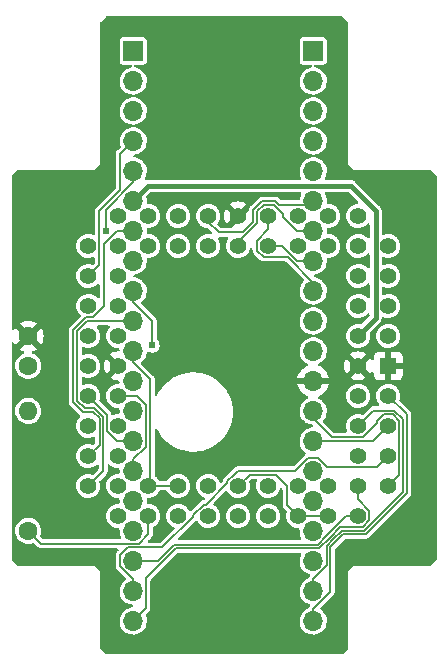
<source format=gbl>
G04 #@! TF.GenerationSoftware,KiCad,Pcbnew,(6.0.10-0)*
G04 #@! TF.CreationDate,2023-01-05T22:10:35+09:00*
G04 #@! TF.ProjectId,MEZZ180,4d455a5a-3138-4302-9e6b-696361645f70,A*
G04 #@! TF.SameCoordinates,PX5f5e100PY8f0d180*
G04 #@! TF.FileFunction,Copper,L2,Bot*
G04 #@! TF.FilePolarity,Positive*
%FSLAX46Y46*%
G04 Gerber Fmt 4.6, Leading zero omitted, Abs format (unit mm)*
G04 Created by KiCad (PCBNEW (6.0.10-0)) date 2023-01-05 22:10:35*
%MOMM*%
%LPD*%
G01*
G04 APERTURE LIST*
G04 #@! TA.AperFunction,ComponentPad*
%ADD10C,1.600000*%
G04 #@! TD*
G04 #@! TA.AperFunction,ComponentPad*
%ADD11O,1.600000X1.600000*%
G04 #@! TD*
G04 #@! TA.AperFunction,ComponentPad*
%ADD12R,1.422400X1.422400*%
G04 #@! TD*
G04 #@! TA.AperFunction,ComponentPad*
%ADD13C,1.422400*%
G04 #@! TD*
G04 #@! TA.AperFunction,ComponentPad*
%ADD14R,1.700000X1.700000*%
G04 #@! TD*
G04 #@! TA.AperFunction,ComponentPad*
%ADD15O,1.700000X1.700000*%
G04 #@! TD*
G04 #@! TA.AperFunction,ViaPad*
%ADD16C,0.605000*%
G04 #@! TD*
G04 #@! TA.AperFunction,Conductor*
%ADD17C,0.400000*%
G04 #@! TD*
G04 #@! TA.AperFunction,Conductor*
%ADD18C,0.152400*%
G04 #@! TD*
G04 APERTURE END LIST*
D10*
X1905000Y11430000D03*
D11*
X1905000Y21590000D03*
D12*
X32385000Y25400000D03*
D13*
X29845000Y25400000D03*
X32385000Y27940000D03*
X29845000Y27940000D03*
X32385000Y30480000D03*
X29845000Y30480000D03*
X32385000Y33020000D03*
X29845000Y33020000D03*
X32385000Y35560000D03*
X29845000Y38100000D03*
X29845000Y35560000D03*
X27305000Y38100000D03*
X27305000Y35560000D03*
X24765000Y38100000D03*
X24765000Y35560000D03*
X22225000Y38100000D03*
X22225000Y35560000D03*
X19685000Y38100000D03*
X19685000Y35560000D03*
X17145000Y38100000D03*
X17145000Y35560000D03*
X14605000Y38100000D03*
X14605000Y35560000D03*
X12065000Y38100000D03*
X12065000Y35560000D03*
X9525000Y38100000D03*
X6985000Y35560000D03*
X9525000Y35560000D03*
X6985000Y33020000D03*
X9525000Y33020000D03*
X6985000Y30480000D03*
X9525000Y30480000D03*
X6985000Y27940000D03*
X9525000Y27940000D03*
X6985000Y25400000D03*
X9525000Y25400000D03*
X6985000Y22860000D03*
X9525000Y22860000D03*
X6985000Y20320000D03*
X9525000Y20320000D03*
X6985000Y17780000D03*
X9525000Y17780000D03*
X6985000Y15240000D03*
X9525000Y12700000D03*
X9525000Y15240000D03*
X12065000Y12700000D03*
X12065000Y15240000D03*
X14605000Y12700000D03*
X14605000Y15240000D03*
X17145000Y12700000D03*
X17145000Y15240000D03*
X19685000Y12700000D03*
X19685000Y15240000D03*
X22225000Y12700000D03*
X22225000Y15240000D03*
X24765000Y12700000D03*
X24765000Y15240000D03*
X27305000Y12700000D03*
X27305000Y15240000D03*
X29845000Y12700000D03*
X32385000Y15240000D03*
X29845000Y15240000D03*
X32385000Y17780000D03*
X29845000Y17780000D03*
X32385000Y20320000D03*
X29845000Y20320000D03*
X32385000Y22860000D03*
X29845000Y22860000D03*
D10*
X1905000Y25420000D03*
X1905000Y27920000D03*
D14*
X26035000Y52070000D03*
D15*
X26035000Y49530000D03*
X26035000Y46990000D03*
X26035000Y44450000D03*
X26035000Y41910000D03*
X26035000Y39370000D03*
X26035000Y36830000D03*
X26035000Y34290000D03*
X26035000Y31750000D03*
X26035000Y29210000D03*
X26035000Y26670000D03*
X26035000Y24130000D03*
X26035000Y21590000D03*
X26035000Y19050000D03*
X26035000Y16510000D03*
X26035000Y13970000D03*
X26035000Y11430000D03*
X26035000Y8890000D03*
X26035000Y6350000D03*
X26035000Y3810000D03*
D14*
X10795000Y52070000D03*
D15*
X10795000Y49530000D03*
X10795000Y46990000D03*
X10795000Y44450000D03*
X10795000Y41910000D03*
X10795000Y39370000D03*
X10795000Y36830000D03*
X10795000Y34290000D03*
X10795000Y31750000D03*
X10795000Y29210000D03*
X10795000Y26670000D03*
X10795000Y24130000D03*
X10795000Y21590000D03*
X10795000Y19050000D03*
X10795000Y16510000D03*
X10795000Y13970000D03*
X10795000Y11430000D03*
X10795000Y8890000D03*
X10795000Y6350000D03*
X10795000Y3810000D03*
D16*
X27940000Y34290000D03*
X13335000Y13970000D03*
X8890000Y1905000D03*
X13335000Y33655000D03*
X20955000Y13970000D03*
X35560000Y41275000D03*
X22225000Y24130000D03*
X27940000Y53975000D03*
X1270000Y41275000D03*
X13335000Y17145000D03*
X27940000Y1905000D03*
X8890000Y53975000D03*
X23622000Y39751000D03*
X22225000Y33655000D03*
X8479700Y36826200D03*
X12427900Y27133200D03*
D17*
X1905000Y27920000D02*
X1905000Y27940000D01*
D18*
X23825200Y13639800D02*
X24765000Y12700000D01*
X12231300Y15406300D02*
X12065000Y15240000D01*
X22868278Y16205200D02*
X23825200Y15248278D01*
X27305000Y12700000D02*
X24765000Y12700000D01*
X12397600Y15240000D02*
X12231300Y15406300D01*
X23825200Y15248278D02*
X23825200Y13639800D01*
X10795000Y26670000D02*
X10795000Y25726000D01*
X12231300Y24289700D02*
X12231300Y15406300D01*
X20650200Y16205200D02*
X22868278Y16205200D01*
X14605000Y15240000D02*
X12397600Y15240000D01*
X19685000Y15240000D02*
X20650200Y16205200D01*
X10795000Y25726000D02*
X12231300Y24289700D01*
X7942100Y33977100D02*
X7942100Y38521052D01*
X7942100Y38521052D02*
X9716400Y40295352D01*
X9716400Y40295352D02*
X9716400Y43371400D01*
X6985000Y33020000D02*
X7942100Y33977100D01*
X9716400Y43371400D02*
X10795000Y44450000D01*
X8479700Y38627600D02*
X10795000Y40942900D01*
X8479700Y36826200D02*
X8479700Y38627600D01*
X10795000Y40942900D02*
X10795000Y41910000D01*
X9459900Y36830000D02*
X10795000Y36830000D01*
X7380300Y29539800D02*
X8325300Y30484800D01*
X7373848Y21532100D02*
X6549648Y21532100D01*
X5704100Y28419230D02*
X6824670Y29539800D01*
X7950200Y20955748D02*
X7373848Y21532100D01*
X5704100Y22377648D02*
X5704100Y28419230D01*
X8325300Y35695400D02*
X9459900Y36830000D01*
X6985000Y17780000D02*
X7950200Y18745200D01*
X7950200Y18745200D02*
X7950200Y20955748D01*
X6549648Y21532100D02*
X5704100Y22377648D01*
X6824670Y29539800D02*
X7380300Y29539800D01*
X8325300Y30484800D02*
X8325300Y35695400D01*
X10795000Y31750000D02*
X10795000Y30806000D01*
X10795000Y30806000D02*
X12427900Y29173100D01*
X12427900Y29173100D02*
X12427900Y27133200D01*
X8255000Y21082000D02*
X7500100Y21836900D01*
X6045200Y22467600D02*
X6045200Y28329278D01*
X6925922Y29210000D02*
X10795000Y29210000D01*
X8255000Y16510000D02*
X8255000Y21082000D01*
X7500100Y21836900D02*
X6675900Y21836900D01*
X6045200Y28329278D02*
X6925922Y29210000D01*
X6985000Y15240000D02*
X8255000Y16510000D01*
X6675900Y21836900D02*
X6045200Y22467600D01*
X8584900Y19924700D02*
X9459600Y19050000D01*
X9459600Y19050000D02*
X10795000Y19050000D01*
X8584900Y21260100D02*
X8584900Y19924700D01*
X6985000Y22860000D02*
X8584900Y21260100D01*
X9525000Y22860000D02*
X11091800Y22860000D01*
X11892200Y18574300D02*
X10795000Y17477100D01*
X11892200Y22059600D02*
X11892200Y18574300D01*
X10795000Y17477100D02*
X10795000Y16510000D01*
X11091800Y22860000D02*
X11892200Y22059600D01*
X20066000Y36703000D02*
X20980400Y37617400D01*
X23149752Y39039800D02*
X25704800Y39039800D01*
X18034000Y36703000D02*
X20066000Y36703000D01*
X22844452Y39345100D02*
X23149752Y39039800D01*
X25704800Y39039800D02*
X26035000Y39370000D01*
X17145000Y37592000D02*
X18034000Y36703000D01*
X20980400Y37617400D02*
X20980400Y38615530D01*
X21709970Y39345100D02*
X22844452Y39345100D01*
X17145000Y38100000D02*
X17145000Y37592000D01*
X20980400Y38615530D02*
X21709970Y39345100D01*
X21285200Y37491148D02*
X21285200Y38489278D01*
X21836222Y39040300D02*
X22718200Y39040300D01*
X19685000Y35560000D02*
X19685000Y35890948D01*
X23495100Y38034600D02*
X24699700Y36830000D01*
X22718200Y39040300D02*
X23495100Y38263400D01*
X23495100Y38263400D02*
X23495100Y38034600D01*
X24699700Y36830000D02*
X26035000Y36830000D01*
X19685000Y35890948D02*
X21285200Y37491148D01*
X21285200Y38489278D02*
X21836222Y39040300D01*
X23368000Y35560000D02*
X22225000Y35560000D01*
X26035000Y34290000D02*
X24638000Y34290000D01*
X24638000Y34290000D02*
X23368000Y35560000D01*
X21285200Y35170722D02*
X21835722Y34620200D01*
X22225000Y36957000D02*
X21285200Y36017200D01*
X26035000Y32461948D02*
X26035000Y31750000D01*
X22225000Y38100000D02*
X22225000Y36957000D01*
X21835722Y34620200D02*
X23876748Y34620200D01*
X23876748Y34620200D02*
X26035000Y32461948D01*
X21285200Y36017200D02*
X21285200Y35170722D01*
X3003000Y10332000D02*
X1905000Y11430000D01*
X11245700Y10332000D02*
X3003000Y10332000D01*
X12065000Y11151300D02*
X11245700Y10332000D01*
X12065000Y12700000D02*
X12065000Y11151300D01*
D17*
X31321000Y29416000D02*
X29845000Y27940000D01*
X10795000Y39370000D02*
X12065000Y40640000D01*
X31321000Y38529000D02*
X31321000Y29416000D01*
X29210000Y40640000D02*
X31321000Y38529000D01*
X12065000Y40640000D02*
X29210000Y40640000D01*
D18*
X12903948Y8890000D02*
X14287648Y10273700D01*
X27113600Y10983229D02*
X27113600Y10984600D01*
X26404071Y10273700D02*
X27113600Y10983229D01*
X10795000Y8890000D02*
X12903948Y8890000D01*
X28829000Y12700000D02*
X29845000Y12700000D01*
X27113600Y10984600D02*
X28829000Y12700000D01*
X14287648Y10273700D02*
X26404071Y10273700D01*
X31445200Y20534900D02*
X31445200Y20709278D01*
X32762000Y21309600D02*
X33333300Y20738300D01*
X30290100Y19379800D02*
X31445200Y20534900D01*
X26035000Y20955000D02*
X27610200Y19379800D01*
X33333300Y16188300D02*
X32385000Y15240000D01*
X31445200Y20709278D02*
X32045522Y21309600D01*
X27610200Y19379800D02*
X30290100Y19379800D01*
X33333300Y20738300D02*
X33333300Y16188300D01*
X26035000Y21590000D02*
X26035000Y20955000D01*
X32045522Y21309600D02*
X32762000Y21309600D01*
X30785900Y12311822D02*
X30234278Y11760200D01*
X26530323Y9968900D02*
X14413900Y9968900D01*
X27418400Y10858348D02*
X27418400Y10856977D01*
X29845000Y14097000D02*
X30785900Y13156100D01*
X30234278Y11760200D02*
X28320252Y11760200D01*
X14413900Y9968900D02*
X11873600Y7428600D01*
X11873600Y4888600D02*
X10795000Y3810000D01*
X11873600Y7428600D02*
X11873600Y4888600D01*
X29845000Y15240000D02*
X29845000Y14097000D01*
X28320252Y11760200D02*
X27418400Y10858348D01*
X30785900Y13156100D02*
X30785900Y12311822D01*
X27418400Y10856977D02*
X26530323Y9968900D01*
X18744800Y15628878D02*
X18744800Y15452000D01*
X32385000Y17780000D02*
X31445200Y16840200D01*
X16749900Y13640300D02*
X15875100Y12765500D01*
X19295722Y16179800D02*
X18744800Y15628878D01*
X10349600Y7811400D02*
X10795000Y7366000D01*
X19307400Y16179800D02*
X19295722Y16179800D01*
X24509629Y16510000D02*
X19637600Y16510000D01*
X10339000Y10026800D02*
X9710900Y9398700D01*
X13262200Y10026800D02*
X10339000Y10026800D01*
X25588229Y17588600D02*
X24509629Y16510000D01*
X9710900Y8448729D02*
X10348229Y7811400D01*
X15875100Y12765500D02*
X15875100Y12639700D01*
X19637600Y16510000D02*
X19307400Y16179800D01*
X26481771Y17588600D02*
X25588229Y17588600D01*
X31445200Y16840200D02*
X27230171Y16840200D01*
X10348229Y7811400D02*
X10349600Y7811400D01*
X15875100Y12639700D02*
X13262200Y10026800D01*
X10795000Y7366000D02*
X10795000Y6350000D01*
X27230171Y16840200D02*
X26481771Y17588600D01*
X9710900Y9398700D02*
X9710900Y8448729D01*
X16933100Y13640300D02*
X16749900Y13640300D01*
X18744800Y15452000D02*
X16933100Y13640300D01*
X26035000Y19050000D02*
X31115000Y19050000D01*
X31115000Y19050000D02*
X32385000Y20320000D01*
X32888500Y21614700D02*
X31139700Y21614700D01*
X27178000Y10185525D02*
X27723200Y10730725D01*
X26035000Y7364630D02*
X27178000Y8507630D01*
X30360530Y11455400D02*
X33638400Y14733270D01*
X27723200Y10732096D02*
X28446504Y11455400D01*
X27178000Y8507630D02*
X27178000Y10185525D01*
X28446504Y11455400D02*
X30360530Y11455400D01*
X33638400Y14733270D02*
X33638400Y20864800D01*
X33638400Y20864800D02*
X32888500Y21614700D01*
X31139700Y21614700D02*
X29845000Y20320000D01*
X27723200Y10730725D02*
X27723200Y10732096D01*
X26035000Y6350000D02*
X26035000Y7364630D01*
X27482800Y10059273D02*
X28574127Y11150600D01*
X33943500Y14607318D02*
X33943500Y21301500D01*
X33943500Y21301500D02*
X32385000Y22860000D01*
X28574127Y11150600D02*
X30486782Y11150600D01*
X30486782Y11150600D02*
X33943500Y14607318D01*
X27482800Y6272429D02*
X27482800Y10059273D01*
X26035000Y3810000D02*
X26035000Y4824629D01*
X26035000Y4824629D02*
X27482800Y6272429D01*
G04 #@! TA.AperFunction,Conductor*
G36*
X28515931Y54979998D02*
G01*
X28536905Y54963095D01*
X28963095Y54536905D01*
X28997121Y54474593D01*
X29000000Y54447810D01*
X29000000Y42500000D01*
X29500000Y42000000D01*
X35947810Y42000000D01*
X36015931Y41979998D01*
X36036905Y41963095D01*
X36463095Y41536905D01*
X36497121Y41474593D01*
X36500000Y41447810D01*
X36500000Y9052190D01*
X36479998Y8984069D01*
X36463095Y8963095D01*
X36036905Y8536905D01*
X35974593Y8502879D01*
X35947810Y8500000D01*
X29500000Y8500000D01*
X29000000Y8000000D01*
X29000000Y1552190D01*
X28979998Y1484069D01*
X28963095Y1463095D01*
X28536905Y1036905D01*
X28474593Y1002879D01*
X28447810Y1000000D01*
X8552190Y1000000D01*
X8484069Y1020002D01*
X8463095Y1036905D01*
X8036905Y1463095D01*
X8002879Y1525407D01*
X8000000Y1552190D01*
X8000000Y7932432D01*
X7629923Y8352520D01*
X7511974Y8486408D01*
X7500000Y8500000D01*
X1052190Y8500000D01*
X984069Y8520002D01*
X963095Y8536905D01*
X536905Y8963095D01*
X502879Y9025407D01*
X500000Y9052190D01*
X500000Y11458931D01*
X800164Y11458931D01*
X813392Y11257106D01*
X863178Y11061072D01*
X947856Y10877393D01*
X973077Y10841706D01*
X1024380Y10769114D01*
X1064588Y10712220D01*
X1209466Y10571087D01*
X1377637Y10458718D01*
X1382940Y10456440D01*
X1382943Y10456438D01*
X1509433Y10402094D01*
X1563470Y10378878D01*
X1760740Y10334240D01*
X1766509Y10334013D01*
X1766512Y10334013D01*
X1842683Y10331021D01*
X1962842Y10326300D01*
X2049132Y10338811D01*
X2157286Y10354492D01*
X2157291Y10354493D01*
X2163007Y10355322D01*
X2168480Y10357180D01*
X2168485Y10357181D01*
X2300794Y10402094D01*
X2371729Y10405050D01*
X2430390Y10371876D01*
X2698708Y10103558D01*
X2713564Y10085165D01*
X2714877Y10083722D01*
X2720528Y10074970D01*
X2746676Y10054357D01*
X2751060Y10050460D01*
X2751125Y10050537D01*
X2755083Y10047183D01*
X2758762Y10043504D01*
X2762991Y10040482D01*
X2774337Y10032374D01*
X2779083Y10028810D01*
X2819014Y9997331D01*
X2827587Y9994320D01*
X2834983Y9989035D01*
X2883738Y9974454D01*
X2889344Y9972632D01*
X2929856Y9958405D01*
X2929862Y9958404D01*
X2937339Y9955778D01*
X2942858Y9955300D01*
X2945572Y9955300D01*
X2948163Y9955188D01*
X2948299Y9955147D01*
X2948292Y9954996D01*
X2948941Y9954955D01*
X2955134Y9953103D01*
X3008588Y9955203D01*
X3013534Y9955300D01*
X9430575Y9955300D01*
X9498696Y9935298D01*
X9545189Y9881642D01*
X9555293Y9811368D01*
X9525799Y9746788D01*
X9519670Y9740205D01*
X9482453Y9702988D01*
X9464063Y9688134D01*
X9462623Y9686824D01*
X9453870Y9681172D01*
X9447423Y9672994D01*
X9447421Y9672992D01*
X9433267Y9655037D01*
X9429361Y9650642D01*
X9429438Y9650577D01*
X9426085Y9646620D01*
X9422403Y9642938D01*
X9419380Y9638707D01*
X9411277Y9627367D01*
X9407708Y9622614D01*
X9382679Y9590866D01*
X9382677Y9590863D01*
X9376231Y9582686D01*
X9373220Y9574113D01*
X9367935Y9566717D01*
X9353528Y9518542D01*
X9353361Y9517985D01*
X9351526Y9512338D01*
X9337305Y9471844D01*
X9337304Y9471838D01*
X9334678Y9464361D01*
X9334200Y9458842D01*
X9334200Y9456127D01*
X9334088Y9453541D01*
X9334046Y9453402D01*
X9333895Y9453408D01*
X9333854Y9452759D01*
X9332002Y9446565D01*
X9332411Y9436159D01*
X9334103Y9393097D01*
X9334200Y9388150D01*
X9334200Y8502357D01*
X9331699Y8478857D01*
X9331607Y8476904D01*
X9329414Y8466719D01*
X9332503Y8440622D01*
X9333326Y8433672D01*
X9333672Y8427805D01*
X9333772Y8427813D01*
X9334200Y8422636D01*
X9334200Y8417433D01*
X9335581Y8409137D01*
X9337343Y8398550D01*
X9338178Y8392679D01*
X9340135Y8376146D01*
X9344156Y8342180D01*
X9348088Y8333991D01*
X9349581Y8325022D01*
X9369925Y8287320D01*
X9373739Y8280251D01*
X9376435Y8274959D01*
X9395011Y8236273D01*
X9395013Y8236269D01*
X9398442Y8229129D01*
X9402006Y8224889D01*
X9403937Y8222958D01*
X9405675Y8221064D01*
X9405742Y8220940D01*
X9405628Y8220836D01*
X9406065Y8220341D01*
X9409133Y8214654D01*
X9416776Y8207589D01*
X9448425Y8178333D01*
X9451992Y8174903D01*
X10043944Y7582950D01*
X10058786Y7564573D01*
X10060105Y7563123D01*
X10065757Y7554370D01*
X10073935Y7547923D01*
X10073937Y7547921D01*
X10091892Y7533767D01*
X10096286Y7529862D01*
X10096351Y7529939D01*
X10100307Y7526587D01*
X10103991Y7522903D01*
X10107197Y7520612D01*
X10112978Y7515288D01*
X10144037Y7484229D01*
X10178063Y7421917D01*
X10172998Y7351102D01*
X10130451Y7294266D01*
X10122699Y7289080D01*
X10120823Y7287717D01*
X10115856Y7284762D01*
X9956881Y7145345D01*
X9825976Y6979292D01*
X9823287Y6974181D01*
X9823285Y6974178D01*
X9773400Y6879362D01*
X9727523Y6792164D01*
X9664820Y6590227D01*
X9639967Y6380246D01*
X9653796Y6169251D01*
X9655217Y6163655D01*
X9655218Y6163650D01*
X9688547Y6032420D01*
X9705845Y5964310D01*
X9794369Y5772286D01*
X9916405Y5599609D01*
X10067865Y5452063D01*
X10072661Y5448858D01*
X10072664Y5448856D01*
X10215936Y5353125D01*
X10243677Y5334589D01*
X10248985Y5332308D01*
X10248986Y5332308D01*
X10432650Y5253400D01*
X10432653Y5253399D01*
X10437953Y5251122D01*
X10443582Y5249848D01*
X10443583Y5249848D01*
X10638550Y5205731D01*
X10638553Y5205731D01*
X10644186Y5204456D01*
X10649958Y5204229D01*
X10655687Y5203475D01*
X10655327Y5200743D01*
X10711604Y5181784D01*
X10755950Y5126341D01*
X10763282Y5055724D01*
X10731271Y4992353D01*
X10670081Y4956349D01*
X10660704Y4954368D01*
X10501650Y4927038D01*
X10501649Y4927038D01*
X10495953Y4926059D01*
X10297575Y4852873D01*
X10115856Y4744762D01*
X9956881Y4605345D01*
X9825976Y4439292D01*
X9823287Y4434181D01*
X9823285Y4434178D01*
X9809792Y4408531D01*
X9727523Y4252164D01*
X9664820Y4050227D01*
X9639967Y3840246D01*
X9653796Y3629251D01*
X9655217Y3623655D01*
X9655218Y3623650D01*
X9677784Y3534800D01*
X9705845Y3424310D01*
X9794369Y3232286D01*
X9916405Y3059609D01*
X10067865Y2912063D01*
X10072661Y2908858D01*
X10072664Y2908856D01*
X10215936Y2813125D01*
X10243677Y2794589D01*
X10248985Y2792308D01*
X10248986Y2792308D01*
X10432650Y2713400D01*
X10432653Y2713399D01*
X10437953Y2711122D01*
X10443582Y2709848D01*
X10443583Y2709848D01*
X10638550Y2665731D01*
X10638553Y2665731D01*
X10644186Y2664456D01*
X10649957Y2664229D01*
X10649959Y2664229D01*
X10711989Y2661792D01*
X10855470Y2656154D01*
X10861179Y2656982D01*
X10861183Y2656982D01*
X11059015Y2685667D01*
X11059019Y2685668D01*
X11064730Y2686496D01*
X11143987Y2713400D01*
X11259483Y2752605D01*
X11259488Y2752607D01*
X11264955Y2754463D01*
X11269998Y2757287D01*
X11444395Y2854954D01*
X11444399Y2854957D01*
X11449442Y2857781D01*
X11612012Y2992988D01*
X11747219Y3155558D01*
X11750043Y3160601D01*
X11750046Y3160605D01*
X11847713Y3335002D01*
X11847714Y3335004D01*
X11850537Y3340045D01*
X11852393Y3345512D01*
X11852395Y3345517D01*
X11916647Y3534800D01*
X11918504Y3540270D01*
X11948846Y3749530D01*
X11950429Y3810000D01*
X11931081Y4020560D01*
X11873686Y4224069D01*
X11870063Y4231415D01*
X11869867Y4232540D01*
X11869060Y4234643D01*
X11869473Y4234802D01*
X11857872Y4301353D01*
X11885428Y4366784D01*
X11893973Y4376239D01*
X12102042Y4584308D01*
X12120435Y4599164D01*
X12121878Y4600477D01*
X12130630Y4606128D01*
X12151243Y4632276D01*
X12155139Y4636660D01*
X12155063Y4636724D01*
X12158421Y4640687D01*
X12162097Y4644363D01*
X12173224Y4659933D01*
X12176773Y4664660D01*
X12208269Y4704614D01*
X12211280Y4713187D01*
X12216565Y4720583D01*
X12231142Y4769325D01*
X12232974Y4774962D01*
X12247195Y4815456D01*
X12247196Y4815462D01*
X12249822Y4822939D01*
X12250300Y4828458D01*
X12250300Y4831173D01*
X12250412Y4833759D01*
X12250454Y4833898D01*
X12250605Y4833892D01*
X12250646Y4834541D01*
X12252498Y4840735D01*
X12250397Y4894204D01*
X12250300Y4899150D01*
X12250300Y7220376D01*
X12270302Y7288497D01*
X12287205Y7309471D01*
X14533029Y9555295D01*
X14595341Y9589321D01*
X14622124Y9592200D01*
X24895668Y9592200D01*
X24963789Y9572198D01*
X25010282Y9518542D01*
X25020386Y9448268D01*
X25007176Y9407533D01*
X24970217Y9337285D01*
X24967523Y9332164D01*
X24904820Y9130227D01*
X24879967Y8920246D01*
X24893796Y8709251D01*
X24895217Y8703655D01*
X24895218Y8703650D01*
X24934174Y8550265D01*
X24945845Y8504310D01*
X24948262Y8499067D01*
X25020588Y8342180D01*
X25034369Y8312286D01*
X25156405Y8139609D01*
X25307865Y7992063D01*
X25312661Y7988858D01*
X25312664Y7988856D01*
X25397109Y7932432D01*
X25483677Y7874589D01*
X25488985Y7872308D01*
X25488986Y7872308D01*
X25672647Y7793401D01*
X25672653Y7793399D01*
X25677416Y7791353D01*
X25677417Y7791352D01*
X25677953Y7791122D01*
X25677908Y7791017D01*
X25734631Y7752231D01*
X25762268Y7686834D01*
X25750161Y7616877D01*
X25739608Y7599219D01*
X25735378Y7593299D01*
X25731808Y7588544D01*
X25706779Y7556796D01*
X25706777Y7556793D01*
X25700331Y7548616D01*
X25697320Y7540043D01*
X25692035Y7532647D01*
X25689051Y7522671D01*
X25689051Y7522670D01*
X25682243Y7499906D01*
X25643560Y7440373D01*
X25605137Y7417798D01*
X25583688Y7409885D01*
X25537575Y7392873D01*
X25532614Y7389921D01*
X25532613Y7389921D01*
X25498588Y7369678D01*
X25355856Y7284762D01*
X25196881Y7145345D01*
X25065976Y6979292D01*
X25063287Y6974181D01*
X25063285Y6974178D01*
X25013400Y6879362D01*
X24967523Y6792164D01*
X24904820Y6590227D01*
X24879967Y6380246D01*
X24893796Y6169251D01*
X24895217Y6163655D01*
X24895218Y6163650D01*
X24928547Y6032420D01*
X24945845Y5964310D01*
X25034369Y5772286D01*
X25156405Y5599609D01*
X25307865Y5452063D01*
X25312661Y5448858D01*
X25312664Y5448856D01*
X25455936Y5353125D01*
X25483677Y5334589D01*
X25677413Y5251354D01*
X25677953Y5251122D01*
X25677907Y5251016D01*
X25734629Y5212234D01*
X25762268Y5146838D01*
X25750164Y5076881D01*
X25739606Y5059215D01*
X25735375Y5053294D01*
X25731808Y5048543D01*
X25706779Y5016795D01*
X25706777Y5016792D01*
X25700331Y5008615D01*
X25697320Y5000042D01*
X25692035Y4992646D01*
X25689051Y4982668D01*
X25682244Y4959908D01*
X25643562Y4900375D01*
X25605139Y4877799D01*
X25537575Y4852873D01*
X25355856Y4744762D01*
X25196881Y4605345D01*
X25065976Y4439292D01*
X25063287Y4434181D01*
X25063285Y4434178D01*
X25049792Y4408531D01*
X24967523Y4252164D01*
X24904820Y4050227D01*
X24879967Y3840246D01*
X24893796Y3629251D01*
X24895217Y3623655D01*
X24895218Y3623650D01*
X24917784Y3534800D01*
X24945845Y3424310D01*
X25034369Y3232286D01*
X25156405Y3059609D01*
X25307865Y2912063D01*
X25312661Y2908858D01*
X25312664Y2908856D01*
X25455936Y2813125D01*
X25483677Y2794589D01*
X25488985Y2792308D01*
X25488986Y2792308D01*
X25672650Y2713400D01*
X25672653Y2713399D01*
X25677953Y2711122D01*
X25683582Y2709848D01*
X25683583Y2709848D01*
X25878550Y2665731D01*
X25878553Y2665731D01*
X25884186Y2664456D01*
X25889957Y2664229D01*
X25889959Y2664229D01*
X25951989Y2661792D01*
X26095470Y2656154D01*
X26101179Y2656982D01*
X26101183Y2656982D01*
X26299015Y2685667D01*
X26299019Y2685668D01*
X26304730Y2686496D01*
X26383987Y2713400D01*
X26499483Y2752605D01*
X26499488Y2752607D01*
X26504955Y2754463D01*
X26509998Y2757287D01*
X26684395Y2854954D01*
X26684399Y2854957D01*
X26689442Y2857781D01*
X26852012Y2992988D01*
X26987219Y3155558D01*
X26990043Y3160601D01*
X26990046Y3160605D01*
X27087713Y3335002D01*
X27087714Y3335004D01*
X27090537Y3340045D01*
X27092393Y3345512D01*
X27092395Y3345517D01*
X27156647Y3534800D01*
X27158504Y3540270D01*
X27188846Y3749530D01*
X27190429Y3810000D01*
X27171081Y4020560D01*
X27113686Y4224069D01*
X27110066Y4231411D01*
X27022719Y4408531D01*
X27020165Y4413710D01*
X26893651Y4583133D01*
X26771076Y4696440D01*
X26742621Y4722744D01*
X26742618Y4722746D01*
X26738381Y4726663D01*
X26707052Y4746430D01*
X26660114Y4799696D01*
X26649424Y4869884D01*
X26678378Y4934708D01*
X26685192Y4942087D01*
X27711242Y5968137D01*
X27729635Y5982993D01*
X27731078Y5984306D01*
X27739830Y5989957D01*
X27760443Y6016105D01*
X27764340Y6020489D01*
X27764263Y6020554D01*
X27767617Y6024512D01*
X27771296Y6028191D01*
X27782428Y6043768D01*
X27785991Y6048513D01*
X27811021Y6080264D01*
X27817469Y6088443D01*
X27820480Y6097016D01*
X27825765Y6104412D01*
X27840346Y6153167D01*
X27842168Y6158773D01*
X27856395Y6199285D01*
X27856396Y6199291D01*
X27859022Y6206768D01*
X27859500Y6212287D01*
X27859500Y6215001D01*
X27859612Y6217592D01*
X27859653Y6217728D01*
X27859804Y6217721D01*
X27859845Y6218370D01*
X27861697Y6224563D01*
X27859597Y6278017D01*
X27859500Y6282963D01*
X27859500Y9851049D01*
X27879502Y9919170D01*
X27896405Y9940144D01*
X28693256Y10736995D01*
X28755568Y10771021D01*
X28782351Y10773900D01*
X30433154Y10773900D01*
X30456654Y10771399D01*
X30458607Y10771307D01*
X30468792Y10769114D01*
X30501842Y10773026D01*
X30507706Y10773372D01*
X30507698Y10773472D01*
X30512875Y10773900D01*
X30518078Y10773900D01*
X30536968Y10777044D01*
X30542832Y10777878D01*
X30582991Y10782632D01*
X30593331Y10783856D01*
X30601520Y10787788D01*
X30610489Y10789281D01*
X30655261Y10813439D01*
X30660552Y10816135D01*
X30699238Y10834711D01*
X30699242Y10834713D01*
X30706382Y10838142D01*
X30710622Y10841706D01*
X30712553Y10843637D01*
X30714447Y10845375D01*
X30714571Y10845442D01*
X30714675Y10845328D01*
X30715170Y10845765D01*
X30720857Y10848833D01*
X30757192Y10888140D01*
X30760621Y10891705D01*
X34171942Y14303026D01*
X34190335Y14317882D01*
X34191778Y14319195D01*
X34200530Y14324846D01*
X34221143Y14350994D01*
X34225040Y14355378D01*
X34224963Y14355443D01*
X34228317Y14359401D01*
X34231996Y14363080D01*
X34243128Y14378657D01*
X34246691Y14383402D01*
X34271721Y14415153D01*
X34278169Y14423332D01*
X34281180Y14431905D01*
X34286465Y14439301D01*
X34301046Y14488056D01*
X34302868Y14493662D01*
X34317095Y14534174D01*
X34317096Y14534180D01*
X34319722Y14541657D01*
X34320200Y14547176D01*
X34320200Y14549890D01*
X34320312Y14552481D01*
X34320353Y14552617D01*
X34320504Y14552610D01*
X34320545Y14553259D01*
X34322397Y14559452D01*
X34320297Y14612906D01*
X34320200Y14617852D01*
X34320200Y21247872D01*
X34322701Y21271373D01*
X34322793Y21273325D01*
X34324986Y21283510D01*
X34321376Y21314009D01*
X34321073Y21316570D01*
X34320728Y21322424D01*
X34320628Y21322416D01*
X34320200Y21327593D01*
X34320200Y21332796D01*
X34317056Y21351686D01*
X34316224Y21357538D01*
X34314760Y21369908D01*
X34310245Y21408049D01*
X34306311Y21416241D01*
X34304819Y21425207D01*
X34280659Y21469982D01*
X34277978Y21475245D01*
X34259391Y21513954D01*
X34259389Y21513958D01*
X34255959Y21521100D01*
X34252394Y21525340D01*
X34250468Y21527266D01*
X34248725Y21529165D01*
X34248666Y21529275D01*
X34248782Y21529381D01*
X34248336Y21529887D01*
X34245267Y21535575D01*
X34205974Y21571897D01*
X34202407Y21575327D01*
X33373104Y22404631D01*
X33339079Y22466943D01*
X33342641Y22533497D01*
X33342642Y22533498D01*
X33376332Y22634775D01*
X33385337Y22706059D01*
X33400757Y22828112D01*
X33400758Y22828122D01*
X33401199Y22831615D01*
X33401595Y22860000D01*
X33382234Y23057458D01*
X33324889Y23247394D01*
X33285592Y23321301D01*
X33234638Y23417133D01*
X33234636Y23417136D01*
X33231744Y23422575D01*
X33227854Y23427345D01*
X33227851Y23427349D01*
X33110241Y23571553D01*
X33110238Y23571556D01*
X33106346Y23576328D01*
X32953473Y23702795D01*
X32948054Y23705725D01*
X32948051Y23705727D01*
X32784366Y23794231D01*
X32784361Y23794233D01*
X32778946Y23797161D01*
X32589415Y23855831D01*
X32583290Y23856475D01*
X32583289Y23856475D01*
X32398225Y23875926D01*
X32398224Y23875926D01*
X32392097Y23876570D01*
X32309572Y23869060D01*
X32200648Y23859147D01*
X32200645Y23859146D01*
X32194509Y23858588D01*
X32188603Y23856850D01*
X32188599Y23856849D01*
X32121465Y23837090D01*
X32004177Y23802570D01*
X31828350Y23710650D01*
X31823550Y23706790D01*
X31823549Y23706790D01*
X31765410Y23660045D01*
X31673726Y23586329D01*
X31546194Y23434343D01*
X31543227Y23428945D01*
X31543223Y23428940D01*
X31488618Y23329612D01*
X31450612Y23260479D01*
X31448751Y23254612D01*
X31448750Y23254610D01*
X31445127Y23243188D01*
X31390620Y23071362D01*
X31368504Y22874194D01*
X31369020Y22868050D01*
X31384042Y22689161D01*
X31385106Y22676485D01*
X31398713Y22629033D01*
X31429705Y22520952D01*
X31439794Y22485766D01*
X31453212Y22459657D01*
X31522649Y22324548D01*
X31530484Y22309302D01*
X31534307Y22304478D01*
X31534310Y22304474D01*
X31620552Y22195665D01*
X31647190Y22129855D01*
X31634019Y22060091D01*
X31585222Y22008522D01*
X31521807Y21991400D01*
X31193323Y21991400D01*
X31169823Y21993901D01*
X31167871Y21993993D01*
X31157690Y21996185D01*
X31147349Y21994961D01*
X31124640Y21992273D01*
X31118775Y21991927D01*
X31118783Y21991828D01*
X31113604Y21991400D01*
X31108404Y21991400D01*
X31103277Y21990547D01*
X31103270Y21990546D01*
X31089524Y21988258D01*
X31083648Y21987421D01*
X31048707Y21983285D01*
X31033151Y21981444D01*
X31024962Y21977512D01*
X31015993Y21976019D01*
X30971222Y21951861D01*
X30965930Y21949165D01*
X30947329Y21940233D01*
X30920100Y21927158D01*
X30915859Y21923594D01*
X30913932Y21921667D01*
X30912031Y21919924D01*
X30911902Y21919854D01*
X30911799Y21919965D01*
X30911312Y21919535D01*
X30905625Y21916467D01*
X30898557Y21908821D01*
X30898556Y21908820D01*
X30869303Y21877174D01*
X30865873Y21873608D01*
X30300695Y21308430D01*
X30238383Y21274404D01*
X30174341Y21277160D01*
X30055302Y21314009D01*
X30055299Y21314010D01*
X30049415Y21315831D01*
X30043290Y21316475D01*
X30043289Y21316475D01*
X29858225Y21335926D01*
X29858224Y21335926D01*
X29852097Y21336570D01*
X29769572Y21329060D01*
X29660648Y21319147D01*
X29660645Y21319146D01*
X29654509Y21318588D01*
X29648603Y21316850D01*
X29648599Y21316849D01*
X29532015Y21282536D01*
X29464177Y21262570D01*
X29288350Y21170650D01*
X29133726Y21046329D01*
X29006194Y20894343D01*
X29003227Y20888945D01*
X29003223Y20888940D01*
X28934809Y20764493D01*
X28910612Y20720479D01*
X28908751Y20714612D01*
X28908750Y20714610D01*
X28897506Y20679163D01*
X28850620Y20531362D01*
X28828504Y20334194D01*
X28829020Y20328050D01*
X28842791Y20164058D01*
X28845106Y20136485D01*
X28857039Y20094871D01*
X28889705Y19980952D01*
X28899794Y19945766D01*
X28902609Y19940289D01*
X28902610Y19940286D01*
X28902709Y19940094D01*
X28902730Y19939983D01*
X28904880Y19934553D01*
X28903848Y19934144D01*
X28916056Y19870364D01*
X28889586Y19804486D01*
X28831701Y19763378D01*
X28790642Y19756500D01*
X27818425Y19756500D01*
X27750304Y19776502D01*
X27729329Y19793405D01*
X26886861Y20635874D01*
X26852836Y20698186D01*
X26857901Y20769002D01*
X26879083Y20805538D01*
X26881543Y20808495D01*
X26987219Y20935558D01*
X26990043Y20940601D01*
X26990046Y20940605D01*
X27087713Y21115002D01*
X27087714Y21115004D01*
X27090537Y21120045D01*
X27092393Y21125512D01*
X27092395Y21125517D01*
X27156107Y21313209D01*
X27158504Y21320270D01*
X27160321Y21332796D01*
X27188314Y21525860D01*
X27188314Y21525862D01*
X27188846Y21529530D01*
X27190429Y21590000D01*
X27171081Y21800560D01*
X27167277Y21814050D01*
X27151772Y21869024D01*
X27113686Y22004069D01*
X27104737Y22022217D01*
X27022719Y22188531D01*
X27020165Y22193710D01*
X26906182Y22346352D01*
X26897104Y22358509D01*
X26897103Y22358510D01*
X26893651Y22363133D01*
X26785717Y22462906D01*
X26742622Y22502743D01*
X26742620Y22502745D01*
X26738381Y22506663D01*
X26559554Y22619495D01*
X26535643Y22629034D01*
X26479785Y22672853D01*
X26456483Y22739917D01*
X26473138Y22808932D01*
X26524461Y22857987D01*
X26536348Y22863373D01*
X26536842Y22863567D01*
X26558534Y22874194D01*
X28828504Y22874194D01*
X28829020Y22868050D01*
X28844042Y22689161D01*
X28845106Y22676485D01*
X28858713Y22629033D01*
X28889705Y22520952D01*
X28899794Y22485766D01*
X28913212Y22459657D01*
X28982649Y22324548D01*
X28990484Y22309302D01*
X28994307Y22304478D01*
X28994310Y22304474D01*
X29083502Y22191943D01*
X29113723Y22153814D01*
X29118417Y22149819D01*
X29256661Y22032164D01*
X29264815Y22025224D01*
X29438007Y21928430D01*
X29626701Y21867120D01*
X29823710Y21843628D01*
X29829845Y21844100D01*
X29829847Y21844100D01*
X30015388Y21858376D01*
X30015392Y21858377D01*
X30021530Y21858849D01*
X30027462Y21860505D01*
X30027466Y21860506D01*
X30117078Y21885526D01*
X30212626Y21912204D01*
X30389719Y22001660D01*
X30419880Y22025224D01*
X30541214Y22120022D01*
X30546064Y22123811D01*
X30568514Y22149819D01*
X30671681Y22269340D01*
X30671682Y22269341D01*
X30675705Y22274002D01*
X30702744Y22321598D01*
X30721487Y22354592D01*
X30773706Y22446514D01*
X30836332Y22634775D01*
X30845337Y22706059D01*
X30860757Y22828112D01*
X30860758Y22828122D01*
X30861199Y22831615D01*
X30861595Y22860000D01*
X30842234Y23057458D01*
X30784889Y23247394D01*
X30745592Y23321301D01*
X30694638Y23417133D01*
X30694636Y23417136D01*
X30691744Y23422575D01*
X30687854Y23427345D01*
X30687851Y23427349D01*
X30570241Y23571553D01*
X30570238Y23571556D01*
X30566346Y23576328D01*
X30413473Y23702795D01*
X30408054Y23705725D01*
X30408051Y23705727D01*
X30244366Y23794231D01*
X30244361Y23794233D01*
X30238946Y23797161D01*
X30049415Y23855831D01*
X30043290Y23856475D01*
X30043289Y23856475D01*
X29858225Y23875926D01*
X29858224Y23875926D01*
X29852097Y23876570D01*
X29769572Y23869060D01*
X29660648Y23859147D01*
X29660645Y23859146D01*
X29654509Y23858588D01*
X29648603Y23856850D01*
X29648599Y23856849D01*
X29581465Y23837090D01*
X29464177Y23802570D01*
X29288350Y23710650D01*
X29283550Y23706790D01*
X29283549Y23706790D01*
X29225410Y23660045D01*
X29133726Y23586329D01*
X29006194Y23434343D01*
X29003227Y23428945D01*
X29003223Y23428940D01*
X28948618Y23329612D01*
X28910612Y23260479D01*
X28908751Y23254612D01*
X28908750Y23254610D01*
X28905127Y23243188D01*
X28850620Y23071362D01*
X28828504Y22874194D01*
X26558534Y22874194D01*
X26728095Y22957261D01*
X26736945Y22962536D01*
X26910328Y23086208D01*
X26918200Y23092861D01*
X27069052Y23243188D01*
X27075730Y23251035D01*
X27200003Y23423980D01*
X27205313Y23432817D01*
X27299670Y23623733D01*
X27303469Y23633328D01*
X27365377Y23837090D01*
X27367555Y23847163D01*
X27368986Y23858038D01*
X27366775Y23872222D01*
X27353617Y23876000D01*
X24718225Y23876000D01*
X24704694Y23872027D01*
X24703257Y23862034D01*
X24733565Y23727554D01*
X24736645Y23717725D01*
X24816770Y23520397D01*
X24821413Y23511206D01*
X24932694Y23329612D01*
X24938777Y23321301D01*
X25078213Y23160333D01*
X25085580Y23153117D01*
X25249434Y23017084D01*
X25257881Y23011169D01*
X25441756Y22903721D01*
X25451046Y22899270D01*
X25535328Y22867086D01*
X25591832Y22824099D01*
X25616125Y22757388D01*
X25600495Y22688133D01*
X25544628Y22635652D01*
X25542990Y22634871D01*
X25537575Y22632873D01*
X25532613Y22629921D01*
X25532611Y22629920D01*
X25434710Y22571675D01*
X25355856Y22524762D01*
X25196881Y22385345D01*
X25065976Y22219292D01*
X25063287Y22214181D01*
X25063285Y22214178D01*
X25029424Y22149819D01*
X24967523Y22032164D01*
X24904820Y21830227D01*
X24879967Y21620246D01*
X24893796Y21409251D01*
X24895217Y21403655D01*
X24895218Y21403650D01*
X24944424Y21209905D01*
X24945845Y21204310D01*
X24948262Y21199067D01*
X25020855Y21041601D01*
X25034369Y21012286D01*
X25156405Y20839609D01*
X25160539Y20835582D01*
X25301580Y20698186D01*
X25307865Y20692063D01*
X25312661Y20688858D01*
X25312664Y20688856D01*
X25455936Y20593125D01*
X25483677Y20574589D01*
X25488985Y20572308D01*
X25488986Y20572308D01*
X25672650Y20493400D01*
X25672653Y20493399D01*
X25677953Y20491122D01*
X25683582Y20489848D01*
X25683583Y20489848D01*
X25878550Y20445731D01*
X25878553Y20445731D01*
X25884186Y20444456D01*
X25889958Y20444229D01*
X25895687Y20443475D01*
X25895327Y20440743D01*
X25951604Y20421784D01*
X25995950Y20366341D01*
X26003282Y20295724D01*
X25971271Y20232353D01*
X25910081Y20196349D01*
X25900704Y20194368D01*
X25741650Y20167038D01*
X25741649Y20167038D01*
X25735953Y20166059D01*
X25537575Y20092873D01*
X25532614Y20089921D01*
X25532613Y20089921D01*
X25455358Y20043959D01*
X25355856Y19984762D01*
X25196881Y19845345D01*
X25065976Y19679292D01*
X24967523Y19492164D01*
X24904820Y19290227D01*
X24879967Y19080246D01*
X24893796Y18869251D01*
X24895217Y18863655D01*
X24895218Y18863650D01*
X24943696Y18672772D01*
X24945845Y18664310D01*
X24948262Y18659067D01*
X25031951Y18477531D01*
X25034369Y18472286D01*
X25156405Y18299609D01*
X25307865Y18152063D01*
X25312665Y18148856D01*
X25370180Y18110425D01*
X25415708Y18055948D01*
X25424555Y17985504D01*
X25393914Y17921461D01*
X25371749Y17902557D01*
X25368629Y17901059D01*
X25364389Y17897494D01*
X25362462Y17895567D01*
X25360564Y17893825D01*
X25360454Y17893766D01*
X25360348Y17893882D01*
X25359842Y17893436D01*
X25354154Y17890367D01*
X25335384Y17870062D01*
X25317832Y17851074D01*
X25314402Y17847507D01*
X24390498Y16923604D01*
X24328186Y16889579D01*
X24301403Y16886700D01*
X19691223Y16886700D01*
X19667723Y16889201D01*
X19665771Y16889293D01*
X19655590Y16891485D01*
X19645249Y16890261D01*
X19622540Y16887573D01*
X19616675Y16887227D01*
X19616683Y16887128D01*
X19611504Y16886700D01*
X19606304Y16886700D01*
X19601177Y16885847D01*
X19601170Y16885846D01*
X19587424Y16883558D01*
X19581548Y16882721D01*
X19546607Y16878585D01*
X19531051Y16876744D01*
X19522862Y16872812D01*
X19513893Y16871319D01*
X19471474Y16848430D01*
X19469122Y16847161D01*
X19463830Y16844465D01*
X19445229Y16835533D01*
X19418000Y16822458D01*
X19413759Y16818894D01*
X19411832Y16816967D01*
X19409931Y16815224D01*
X19409802Y16815154D01*
X19409699Y16815265D01*
X19409212Y16814835D01*
X19403525Y16811767D01*
X19396457Y16804121D01*
X19396456Y16804120D01*
X19367203Y16772474D01*
X19363773Y16768908D01*
X19112477Y16517612D01*
X19089196Y16501111D01*
X19089922Y16499986D01*
X19083265Y16495688D01*
X19076122Y16492258D01*
X19071881Y16488694D01*
X19069952Y16486765D01*
X19068053Y16485024D01*
X19067924Y16484954D01*
X19067821Y16485065D01*
X19067334Y16484635D01*
X19061647Y16481567D01*
X19054579Y16473921D01*
X19054578Y16473920D01*
X19025325Y16442274D01*
X19021895Y16438708D01*
X18516353Y15933166D01*
X18497963Y15918312D01*
X18496523Y15917002D01*
X18487770Y15911350D01*
X18481323Y15903172D01*
X18481321Y15903170D01*
X18467167Y15885215D01*
X18463261Y15880820D01*
X18463338Y15880755D01*
X18459985Y15876798D01*
X18456303Y15873116D01*
X18453280Y15868885D01*
X18445177Y15857545D01*
X18441608Y15852792D01*
X18416579Y15821044D01*
X18416577Y15821041D01*
X18410131Y15812864D01*
X18407120Y15804291D01*
X18401835Y15796895D01*
X18398851Y15786917D01*
X18387261Y15748163D01*
X18385426Y15742516D01*
X18371205Y15702022D01*
X18371204Y15702016D01*
X18368578Y15694539D01*
X18368100Y15689020D01*
X18368100Y15686305D01*
X18367988Y15683719D01*
X18367946Y15683580D01*
X18367795Y15683586D01*
X18367754Y15682937D01*
X18365902Y15676743D01*
X18366311Y15666337D01*
X18366419Y15663588D01*
X18365504Y15659949D01*
X18365006Y15656006D01*
X18364528Y15656066D01*
X18349107Y15594734D01*
X18329611Y15569545D01*
X18303923Y15543857D01*
X18241611Y15509831D01*
X18170796Y15514896D01*
X18113960Y15557443D01*
X18094206Y15596535D01*
X18086671Y15621492D01*
X18086670Y15621495D01*
X18084889Y15627394D01*
X18079940Y15636702D01*
X17994638Y15797133D01*
X17994636Y15797136D01*
X17991744Y15802575D01*
X17987854Y15807345D01*
X17987851Y15807349D01*
X17870241Y15951553D01*
X17870238Y15951556D01*
X17866346Y15956328D01*
X17837107Y15980517D01*
X17718222Y16078866D01*
X17713473Y16082795D01*
X17708054Y16085725D01*
X17708051Y16085727D01*
X17544366Y16174231D01*
X17544361Y16174233D01*
X17538946Y16177161D01*
X17349415Y16235831D01*
X17343290Y16236475D01*
X17343289Y16236475D01*
X17158225Y16255926D01*
X17158224Y16255926D01*
X17152097Y16256570D01*
X17069572Y16249060D01*
X16960648Y16239147D01*
X16960645Y16239146D01*
X16954509Y16238588D01*
X16948603Y16236850D01*
X16948599Y16236849D01*
X16813749Y16197160D01*
X16764177Y16182570D01*
X16588350Y16090650D01*
X16433726Y15966329D01*
X16306194Y15814343D01*
X16303227Y15808945D01*
X16303223Y15808940D01*
X16237297Y15689020D01*
X16210612Y15640479D01*
X16208751Y15634612D01*
X16208750Y15634610D01*
X16206461Y15627394D01*
X16150620Y15451362D01*
X16128504Y15254194D01*
X16145106Y15056485D01*
X16199794Y14865766D01*
X16202610Y14860287D01*
X16287665Y14694788D01*
X16290484Y14689302D01*
X16294307Y14684478D01*
X16294310Y14684474D01*
X16347115Y14617852D01*
X16413723Y14533814D01*
X16418417Y14529819D01*
X16553149Y14415153D01*
X16564815Y14405224D01*
X16738007Y14308430D01*
X16762900Y14300342D01*
X16791898Y14290920D01*
X16850504Y14250847D01*
X16878141Y14185450D01*
X16866034Y14115494D01*
X16842057Y14081992D01*
X16814620Y14054555D01*
X16752308Y14020529D01*
X16740340Y14018525D01*
X16734831Y14017873D01*
X16728976Y14017527D01*
X16728984Y14017428D01*
X16723807Y14017000D01*
X16718604Y14017000D01*
X16699714Y14013856D01*
X16693850Y14013022D01*
X16653691Y14008268D01*
X16643351Y14007044D01*
X16635162Y14003112D01*
X16626193Y14001619D01*
X16581422Y13977461D01*
X16576130Y13974765D01*
X16537444Y13956189D01*
X16537440Y13956187D01*
X16530300Y13952758D01*
X16526060Y13949194D01*
X16524129Y13947263D01*
X16522235Y13945525D01*
X16522111Y13945458D01*
X16522007Y13945572D01*
X16521512Y13945135D01*
X16515825Y13942067D01*
X16508760Y13934424D01*
X16479503Y13902774D01*
X16476073Y13899207D01*
X15706731Y13129866D01*
X15644419Y13095841D01*
X15573603Y13100906D01*
X15516768Y13143453D01*
X15506393Y13159795D01*
X15451744Y13262575D01*
X15447854Y13267345D01*
X15447851Y13267349D01*
X15330241Y13411553D01*
X15330238Y13411556D01*
X15326346Y13416328D01*
X15173473Y13542795D01*
X15168052Y13545726D01*
X15168051Y13545727D01*
X15004366Y13634231D01*
X15004361Y13634233D01*
X14998946Y13637161D01*
X14809415Y13695831D01*
X14803290Y13696475D01*
X14803289Y13696475D01*
X14618225Y13715926D01*
X14618224Y13715926D01*
X14612097Y13716570D01*
X14529572Y13709060D01*
X14420648Y13699147D01*
X14420645Y13699146D01*
X14414509Y13698588D01*
X14408603Y13696850D01*
X14408599Y13696849D01*
X14317131Y13669928D01*
X14224177Y13642570D01*
X14048350Y13550650D01*
X14043550Y13546790D01*
X14043549Y13546790D01*
X13943104Y13466030D01*
X13893726Y13426329D01*
X13766194Y13274343D01*
X13763227Y13268945D01*
X13763223Y13268940D01*
X13713528Y13178544D01*
X13670612Y13100479D01*
X13668751Y13094612D01*
X13668750Y13094610D01*
X13656621Y13056374D01*
X13610620Y12911362D01*
X13588504Y12714194D01*
X13589020Y12708050D01*
X13604042Y12529161D01*
X13605106Y12516485D01*
X13659794Y12325766D01*
X13693621Y12259946D01*
X13731502Y12186238D01*
X13750484Y12149302D01*
X13754307Y12144478D01*
X13754310Y12144474D01*
X13839907Y12036479D01*
X13873723Y11993814D01*
X14024815Y11865224D01*
X14198007Y11768430D01*
X14203865Y11766527D01*
X14203871Y11766524D01*
X14208580Y11764994D01*
X14267184Y11724918D01*
X14294817Y11659520D01*
X14282707Y11589564D01*
X14258733Y11556068D01*
X13143070Y10440405D01*
X13080758Y10406379D01*
X13053975Y10403500D01*
X12154125Y10403500D01*
X12086004Y10423502D01*
X12039511Y10477158D01*
X12029407Y10547432D01*
X12058901Y10612012D01*
X12065030Y10618596D01*
X12096835Y10650400D01*
X12293450Y10847015D01*
X12311827Y10861857D01*
X12313277Y10863176D01*
X12322030Y10868828D01*
X12332916Y10882636D01*
X12342633Y10894963D01*
X12346539Y10899358D01*
X12346462Y10899423D01*
X12349815Y10903380D01*
X12353497Y10907062D01*
X12364633Y10922646D01*
X12368192Y10927386D01*
X12393221Y10959134D01*
X12393223Y10959137D01*
X12399669Y10967314D01*
X12402680Y10975887D01*
X12407965Y10983283D01*
X12422546Y11032038D01*
X12424368Y11037644D01*
X12438595Y11078156D01*
X12438596Y11078162D01*
X12441222Y11085639D01*
X12441700Y11091158D01*
X12441700Y11093872D01*
X12441812Y11096463D01*
X12441853Y11096599D01*
X12442004Y11096592D01*
X12442045Y11097241D01*
X12443897Y11103434D01*
X12441797Y11156888D01*
X12441700Y11161834D01*
X12441700Y11679272D01*
X12461702Y11747393D01*
X12510890Y11791738D01*
X12604218Y11838881D01*
X12604223Y11838884D01*
X12609719Y11841660D01*
X12766064Y11963811D01*
X12788514Y11989819D01*
X12891681Y12109340D01*
X12891682Y12109341D01*
X12895705Y12114002D01*
X12993706Y12286514D01*
X13056332Y12474775D01*
X13065989Y12551220D01*
X13080757Y12668112D01*
X13080758Y12668122D01*
X13081199Y12671615D01*
X13081595Y12700000D01*
X13062234Y12897458D01*
X13004889Y13087394D01*
X12997529Y13101237D01*
X12914638Y13257133D01*
X12914636Y13257136D01*
X12911744Y13262575D01*
X12907854Y13267345D01*
X12907851Y13267349D01*
X12790241Y13411553D01*
X12790238Y13411556D01*
X12786346Y13416328D01*
X12633473Y13542795D01*
X12628052Y13545726D01*
X12628051Y13545727D01*
X12464366Y13634231D01*
X12464361Y13634233D01*
X12458946Y13637161D01*
X12269415Y13695831D01*
X12263290Y13696475D01*
X12263289Y13696475D01*
X12078227Y13715926D01*
X12078224Y13715926D01*
X12072097Y13716570D01*
X12065953Y13716011D01*
X12065500Y13716014D01*
X11997520Y13736488D01*
X11951400Y13790465D01*
X11941678Y13860091D01*
X11948314Y13905857D01*
X11948315Y13905867D01*
X11948846Y13909530D01*
X11950429Y13970000D01*
X11939644Y14087373D01*
X11953329Y14157038D01*
X12002505Y14208245D01*
X12055449Y14224531D01*
X12235388Y14238376D01*
X12235392Y14238377D01*
X12241530Y14238849D01*
X12247462Y14240505D01*
X12247466Y14240506D01*
X12337078Y14265526D01*
X12432626Y14292204D01*
X12609719Y14381660D01*
X12627658Y14395675D01*
X12761214Y14500022D01*
X12766064Y14503811D01*
X12788514Y14529819D01*
X12891681Y14649340D01*
X12891682Y14649341D01*
X12895705Y14654002D01*
X12913014Y14684470D01*
X12978381Y14799537D01*
X13029420Y14848888D01*
X13087937Y14863300D01*
X13584151Y14863300D01*
X13652272Y14843298D01*
X13696217Y14794894D01*
X13747664Y14694788D01*
X13747667Y14694784D01*
X13750484Y14689302D01*
X13873723Y14533814D01*
X13878417Y14529819D01*
X14013149Y14415153D01*
X14024815Y14405224D01*
X14198007Y14308430D01*
X14386701Y14247120D01*
X14583710Y14223628D01*
X14589845Y14224100D01*
X14589847Y14224100D01*
X14775388Y14238376D01*
X14775392Y14238377D01*
X14781530Y14238849D01*
X14787462Y14240505D01*
X14787466Y14240506D01*
X14877078Y14265526D01*
X14972626Y14292204D01*
X15149719Y14381660D01*
X15167658Y14395675D01*
X15301214Y14500022D01*
X15306064Y14503811D01*
X15328514Y14529819D01*
X15431681Y14649340D01*
X15431682Y14649341D01*
X15435705Y14654002D01*
X15533706Y14826514D01*
X15596332Y15014775D01*
X15606119Y15092243D01*
X15620757Y15208112D01*
X15620758Y15208122D01*
X15621199Y15211615D01*
X15621595Y15240000D01*
X15602234Y15437458D01*
X15544889Y15627394D01*
X15539940Y15636702D01*
X15454638Y15797133D01*
X15454636Y15797136D01*
X15451744Y15802575D01*
X15447854Y15807345D01*
X15447851Y15807349D01*
X15330241Y15951553D01*
X15330238Y15951556D01*
X15326346Y15956328D01*
X15297107Y15980517D01*
X15178222Y16078866D01*
X15173473Y16082795D01*
X15168054Y16085725D01*
X15168051Y16085727D01*
X15004366Y16174231D01*
X15004361Y16174233D01*
X14998946Y16177161D01*
X14809415Y16235831D01*
X14803290Y16236475D01*
X14803289Y16236475D01*
X14618225Y16255926D01*
X14618224Y16255926D01*
X14612097Y16256570D01*
X14529572Y16249060D01*
X14420648Y16239147D01*
X14420645Y16239146D01*
X14414509Y16238588D01*
X14408603Y16236850D01*
X14408599Y16236849D01*
X14273749Y16197160D01*
X14224177Y16182570D01*
X14048350Y16090650D01*
X13893726Y15966329D01*
X13766194Y15814343D01*
X13763224Y15808940D01*
X13763221Y15808936D01*
X13693438Y15682000D01*
X13643093Y15631941D01*
X13583023Y15616700D01*
X13086283Y15616700D01*
X13018162Y15636702D01*
X12975033Y15683544D01*
X12911744Y15802575D01*
X12907854Y15807345D01*
X12907851Y15807349D01*
X12790241Y15951553D01*
X12790238Y15951556D01*
X12786346Y15956328D01*
X12757107Y15980517D01*
X12653685Y16066074D01*
X12613947Y16124908D01*
X12608000Y16163159D01*
X12608000Y19985389D01*
X12628002Y20053510D01*
X12681658Y20100003D01*
X12751932Y20110107D01*
X12816512Y20080613D01*
X12845560Y20043959D01*
X12983876Y19780504D01*
X12983881Y19780496D01*
X12985460Y19777488D01*
X13188391Y19475495D01*
X13422750Y19197184D01*
X13685796Y18945812D01*
X13974452Y18724319D01*
X14003557Y18706623D01*
X14282425Y18537068D01*
X14282430Y18537065D01*
X14285340Y18535296D01*
X14614824Y18380954D01*
X14959050Y18263100D01*
X14962373Y18262351D01*
X14962377Y18262350D01*
X15062779Y18239723D01*
X15313990Y18183110D01*
X15363957Y18177417D01*
X15672110Y18142307D01*
X15672118Y18142307D01*
X15675493Y18141922D01*
X15678897Y18141904D01*
X15678900Y18141904D01*
X15876645Y18140869D01*
X16039331Y18140017D01*
X16042717Y18140367D01*
X16042719Y18140367D01*
X16397853Y18177066D01*
X16397862Y18177067D01*
X16401245Y18177417D01*
X16404578Y18178132D01*
X16404581Y18178132D01*
X16681162Y18237426D01*
X16757004Y18253685D01*
X17102445Y18367929D01*
X17433527Y18518812D01*
X17554760Y18590795D01*
X17743433Y18702820D01*
X17743438Y18702823D01*
X17746378Y18704569D01*
X17758251Y18713483D01*
X18034604Y18920975D01*
X18037337Y18923027D01*
X18303001Y19171631D01*
X18540262Y19447472D01*
X18566208Y19485224D01*
X18744414Y19744515D01*
X18744419Y19744522D01*
X18746344Y19747324D01*
X18747956Y19750318D01*
X18747961Y19750326D01*
X18911208Y20053510D01*
X18918837Y20067679D01*
X18920113Y20070822D01*
X18920117Y20070830D01*
X19054446Y20401641D01*
X19054448Y20401645D01*
X19055724Y20404789D01*
X19155401Y20754711D01*
X19160777Y20786160D01*
X19216133Y21110005D01*
X19216133Y21110007D01*
X19216705Y21113352D01*
X19217115Y21120045D01*
X19238807Y21474718D01*
X19238917Y21476515D01*
X19238999Y21500000D01*
X19219323Y21863310D01*
X19160525Y22222369D01*
X19063292Y22572979D01*
X19061735Y22576893D01*
X18930022Y22907872D01*
X18928763Y22911036D01*
X18840767Y23077231D01*
X18760105Y23229576D01*
X18760103Y23229579D01*
X18758510Y23232588D01*
X18748486Y23247394D01*
X18556432Y23531057D01*
X18556425Y23531066D01*
X18554526Y23533871D01*
X18552330Y23536461D01*
X18552325Y23536467D01*
X18437372Y23672014D01*
X18319196Y23811362D01*
X18055275Y24061814D01*
X18052568Y24063876D01*
X18052560Y24063883D01*
X17875303Y24198916D01*
X17765848Y24282298D01*
X17701698Y24320996D01*
X17607703Y24377698D01*
X29187252Y24377698D01*
X29196548Y24365683D01*
X29228566Y24343263D01*
X29238056Y24337785D01*
X29421431Y24252276D01*
X29431727Y24248528D01*
X29627168Y24196159D01*
X29637957Y24194257D01*
X29839525Y24176622D01*
X29850475Y24176622D01*
X30052043Y24194257D01*
X30062832Y24196159D01*
X30258273Y24248528D01*
X30268569Y24252276D01*
X30451944Y24337785D01*
X30461434Y24343263D01*
X30494291Y24366270D01*
X30502665Y24376746D01*
X30495596Y24390194D01*
X29857812Y25027978D01*
X29843868Y25035592D01*
X29842035Y25035461D01*
X29835420Y25031210D01*
X29193682Y24389472D01*
X29187252Y24377698D01*
X17607703Y24377698D01*
X17457224Y24468473D01*
X17457215Y24468478D01*
X17454302Y24470235D01*
X17451212Y24471669D01*
X17451207Y24471672D01*
X17127377Y24621988D01*
X17127375Y24621989D01*
X17124281Y24623425D01*
X17121046Y24624520D01*
X17121041Y24624522D01*
X16782881Y24738983D01*
X16779646Y24740078D01*
X16769836Y24742253D01*
X16648348Y24769186D01*
X16424428Y24818828D01*
X16297043Y24832891D01*
X16066164Y24858381D01*
X16066159Y24858381D01*
X16062783Y24858754D01*
X16059384Y24858760D01*
X16059383Y24858760D01*
X15887663Y24859060D01*
X15698942Y24859389D01*
X15528335Y24841156D01*
X15340544Y24821087D01*
X15340538Y24821086D01*
X15337160Y24820725D01*
X15333837Y24820001D01*
X15333834Y24820000D01*
X15234662Y24798377D01*
X14981669Y24743216D01*
X14636629Y24627767D01*
X14633536Y24626344D01*
X14633535Y24626344D01*
X14513630Y24571194D01*
X14306076Y24475730D01*
X14303142Y24473974D01*
X14303140Y24473973D01*
X14276707Y24458153D01*
X13993876Y24288882D01*
X13703681Y24069409D01*
X13701199Y24067070D01*
X13701193Y24067065D01*
X13441372Y23822221D01*
X13438887Y23819879D01*
X13436675Y23817289D01*
X13436673Y23817287D01*
X13421666Y23799716D01*
X13202590Y23543212D01*
X13200671Y23540400D01*
X13200668Y23540395D01*
X13000797Y23247394D01*
X12997555Y23242642D01*
X12995948Y23239632D01*
X12995946Y23239629D01*
X12845148Y22957207D01*
X12795418Y22906537D01*
X12726189Y22890796D01*
X12659439Y22914983D01*
X12616362Y22971418D01*
X12608000Y23016554D01*
X12608000Y24236072D01*
X12610501Y24259573D01*
X12610593Y24261525D01*
X12612786Y24271710D01*
X12610997Y24286826D01*
X12608873Y24304770D01*
X12608528Y24310624D01*
X12608428Y24310616D01*
X12608000Y24315793D01*
X12608000Y24320996D01*
X12604856Y24339886D01*
X12604024Y24345738D01*
X12601663Y24365683D01*
X12598045Y24396249D01*
X12594111Y24404441D01*
X12592619Y24413407D01*
X12568459Y24458182D01*
X12565778Y24463445D01*
X12547191Y24502154D01*
X12547189Y24502158D01*
X12543759Y24509300D01*
X12540194Y24513540D01*
X12538268Y24515466D01*
X12536525Y24517365D01*
X12536466Y24517475D01*
X12536582Y24517581D01*
X12536136Y24518087D01*
X12533067Y24523775D01*
X12493760Y24560110D01*
X12490195Y24563539D01*
X11485141Y25568593D01*
X11451115Y25630905D01*
X11456180Y25701720D01*
X11493667Y25754562D01*
X11607574Y25849297D01*
X11612012Y25852988D01*
X11747219Y26015558D01*
X11750043Y26020601D01*
X11750046Y26020605D01*
X11847713Y26195002D01*
X11847714Y26195004D01*
X11850537Y26200045D01*
X11852393Y26205512D01*
X11852395Y26205517D01*
X11906480Y26364849D01*
X11918504Y26400270D01*
X11919333Y26405985D01*
X11935440Y26517070D01*
X11965010Y26581615D01*
X12024782Y26619928D01*
X12095779Y26619843D01*
X12119829Y26609526D01*
X12123798Y26606481D01*
X12270485Y26545721D01*
X12427900Y26524997D01*
X12436088Y26526075D01*
X12577127Y26544643D01*
X12585315Y26545721D01*
X12732002Y26606481D01*
X12740896Y26613305D01*
X12851414Y26698110D01*
X12857964Y26703136D01*
X12954619Y26829099D01*
X13015379Y26975785D01*
X13017323Y26990547D01*
X13035025Y27125012D01*
X13036103Y27133200D01*
X13026566Y27205644D01*
X13016457Y27282429D01*
X13016456Y27282431D01*
X13015379Y27290615D01*
X12954619Y27437301D01*
X12857964Y27563264D01*
X12851414Y27568290D01*
X12845573Y27574131D01*
X12847113Y27575671D01*
X12812025Y27623733D01*
X12804600Y27666348D01*
X12804600Y29119477D01*
X12807101Y29142977D01*
X12807193Y29144929D01*
X12809385Y29155110D01*
X12805473Y29188161D01*
X12805127Y29194025D01*
X12805028Y29194017D01*
X12804600Y29199196D01*
X12804600Y29204396D01*
X12803747Y29209523D01*
X12803746Y29209530D01*
X12801458Y29223276D01*
X12800621Y29229152D01*
X12795868Y29269307D01*
X12794644Y29279649D01*
X12790712Y29287838D01*
X12789219Y29296807D01*
X12765061Y29341579D01*
X12762365Y29346870D01*
X12743786Y29385560D01*
X12740358Y29392700D01*
X12736794Y29396941D01*
X12734867Y29398868D01*
X12733124Y29400769D01*
X12733054Y29400898D01*
X12733165Y29401001D01*
X12732735Y29401488D01*
X12729667Y29407175D01*
X12690373Y29443498D01*
X12686808Y29446927D01*
X11485141Y30648594D01*
X11451115Y30710906D01*
X11456180Y30781721D01*
X11493664Y30834560D01*
X11612012Y30932988D01*
X11747219Y31095558D01*
X11750043Y31100601D01*
X11750046Y31100605D01*
X11847713Y31275002D01*
X11847714Y31275004D01*
X11850537Y31280045D01*
X11852393Y31285512D01*
X11852395Y31285517D01*
X11906006Y31443451D01*
X11918504Y31480270D01*
X11920787Y31496011D01*
X11948314Y31685860D01*
X11948314Y31685862D01*
X11948846Y31689530D01*
X11950429Y31750000D01*
X11931081Y31960560D01*
X11873686Y32164069D01*
X11867853Y32175899D01*
X11782719Y32348531D01*
X11780165Y32353710D01*
X11653651Y32523133D01*
X11553286Y32615910D01*
X11502622Y32662743D01*
X11502620Y32662745D01*
X11498381Y32666663D01*
X11319554Y32779495D01*
X11123160Y32857848D01*
X11117503Y32858973D01*
X11117497Y32858975D01*
X10920234Y32898212D01*
X10857324Y32931119D01*
X10822192Y32992814D01*
X10825992Y33063709D01*
X10867517Y33121295D01*
X10926734Y33146487D01*
X11059015Y33165667D01*
X11059019Y33165668D01*
X11064730Y33166496D01*
X11121676Y33185827D01*
X11259483Y33232605D01*
X11259488Y33232607D01*
X11264955Y33234463D01*
X11269998Y33237287D01*
X11444395Y33334954D01*
X11444399Y33334957D01*
X11449442Y33337781D01*
X11612012Y33472988D01*
X11747219Y33635558D01*
X11750043Y33640601D01*
X11750046Y33640605D01*
X11847713Y33815002D01*
X11847714Y33815004D01*
X11850537Y33820045D01*
X11852393Y33825512D01*
X11852395Y33825517D01*
X11914485Y34008430D01*
X11918504Y34020270D01*
X11920787Y34036011D01*
X11948314Y34225860D01*
X11948314Y34225862D01*
X11948846Y34229530D01*
X11950429Y34290000D01*
X11939644Y34407373D01*
X11953329Y34477038D01*
X12002505Y34528245D01*
X12055449Y34544531D01*
X12235388Y34558376D01*
X12235392Y34558377D01*
X12241530Y34558849D01*
X12247462Y34560505D01*
X12247466Y34560506D01*
X12337078Y34585526D01*
X12432626Y34612204D01*
X12609719Y34701660D01*
X12639880Y34725224D01*
X12714987Y34783905D01*
X12766064Y34823811D01*
X12788514Y34849819D01*
X12891681Y34969340D01*
X12891682Y34969341D01*
X12895705Y34974002D01*
X12908743Y34996952D01*
X12940675Y35053163D01*
X12993706Y35146514D01*
X13056332Y35334775D01*
X13065989Y35411220D01*
X13080757Y35528112D01*
X13080758Y35528122D01*
X13081199Y35531615D01*
X13081595Y35560000D01*
X13080203Y35574194D01*
X13588504Y35574194D01*
X13605106Y35376485D01*
X13617066Y35334775D01*
X13655469Y35200850D01*
X13659794Y35185766D01*
X13686245Y35134298D01*
X13727943Y35053163D01*
X13750484Y35009302D01*
X13754307Y35004478D01*
X13754310Y35004474D01*
X13836868Y34900313D01*
X13873723Y34853814D01*
X14024815Y34725224D01*
X14198007Y34628430D01*
X14386701Y34567120D01*
X14583710Y34543628D01*
X14589845Y34544100D01*
X14589847Y34544100D01*
X14775388Y34558376D01*
X14775392Y34558377D01*
X14781530Y34558849D01*
X14787462Y34560505D01*
X14787466Y34560506D01*
X14877078Y34585526D01*
X14972626Y34612204D01*
X15149719Y34701660D01*
X15179880Y34725224D01*
X15254987Y34783905D01*
X15306064Y34823811D01*
X15328514Y34849819D01*
X15431681Y34969340D01*
X15431682Y34969341D01*
X15435705Y34974002D01*
X15448743Y34996952D01*
X15480675Y35053163D01*
X15533706Y35146514D01*
X15596332Y35334775D01*
X15605989Y35411220D01*
X15620757Y35528112D01*
X15620758Y35528122D01*
X15621199Y35531615D01*
X15621595Y35560000D01*
X15602234Y35757458D01*
X15544889Y35947394D01*
X15510752Y36011597D01*
X15454638Y36117133D01*
X15454636Y36117136D01*
X15451744Y36122575D01*
X15447854Y36127345D01*
X15447851Y36127349D01*
X15330241Y36271553D01*
X15330238Y36271556D01*
X15326346Y36276328D01*
X15290119Y36306298D01*
X15178222Y36398866D01*
X15173473Y36402795D01*
X15168054Y36405725D01*
X15168051Y36405727D01*
X15004366Y36494231D01*
X15004361Y36494233D01*
X14998946Y36497161D01*
X14809415Y36555831D01*
X14803290Y36556475D01*
X14803289Y36556475D01*
X14618225Y36575926D01*
X14618224Y36575926D01*
X14612097Y36576570D01*
X14529572Y36569060D01*
X14420648Y36559147D01*
X14420645Y36559146D01*
X14414509Y36558588D01*
X14408603Y36556850D01*
X14408599Y36556849D01*
X14312520Y36528571D01*
X14224177Y36502570D01*
X14048350Y36410650D01*
X14043550Y36406790D01*
X14043549Y36406790D01*
X13925659Y36312004D01*
X13893726Y36286329D01*
X13766194Y36134343D01*
X13763227Y36128945D01*
X13763223Y36128940D01*
X13694289Y36003547D01*
X13670612Y35960479D01*
X13668751Y35954612D01*
X13668750Y35954610D01*
X13649912Y35895225D01*
X13610620Y35771362D01*
X13588504Y35574194D01*
X13080203Y35574194D01*
X13062234Y35757458D01*
X13004889Y35947394D01*
X12970752Y36011597D01*
X12914638Y36117133D01*
X12914636Y36117136D01*
X12911744Y36122575D01*
X12907854Y36127345D01*
X12907851Y36127349D01*
X12790241Y36271553D01*
X12790238Y36271556D01*
X12786346Y36276328D01*
X12750119Y36306298D01*
X12638222Y36398866D01*
X12633473Y36402795D01*
X12628054Y36405725D01*
X12628051Y36405727D01*
X12464366Y36494231D01*
X12464361Y36494233D01*
X12458946Y36497161D01*
X12269415Y36555831D01*
X12263290Y36556475D01*
X12263289Y36556475D01*
X12078227Y36575926D01*
X12078224Y36575926D01*
X12072097Y36576570D01*
X12065953Y36576011D01*
X12065500Y36576014D01*
X11997520Y36596488D01*
X11951400Y36650465D01*
X11941678Y36720091D01*
X11948314Y36765857D01*
X11948315Y36765867D01*
X11948846Y36769530D01*
X11950429Y36830000D01*
X11939644Y36947373D01*
X11953329Y37017038D01*
X12002505Y37068245D01*
X12055449Y37084531D01*
X12235388Y37098376D01*
X12235392Y37098377D01*
X12241530Y37098849D01*
X12247462Y37100505D01*
X12247466Y37100506D01*
X12363075Y37132785D01*
X12432626Y37152204D01*
X12609719Y37241660D01*
X12620535Y37250110D01*
X12736190Y37340471D01*
X12766064Y37363811D01*
X12776119Y37375459D01*
X12891681Y37509340D01*
X12891682Y37509341D01*
X12895705Y37514002D01*
X12898751Y37519363D01*
X12987978Y37676431D01*
X12993706Y37686514D01*
X13056332Y37874775D01*
X13065989Y37951220D01*
X13080757Y38068112D01*
X13080758Y38068122D01*
X13081199Y38071615D01*
X13081595Y38100000D01*
X13080203Y38114194D01*
X13588504Y38114194D01*
X13605106Y37916485D01*
X13617066Y37874775D01*
X13649253Y37762528D01*
X13659794Y37725766D01*
X13750484Y37549302D01*
X13754307Y37544478D01*
X13754310Y37544474D01*
X13835265Y37442336D01*
X13873723Y37393814D01*
X13878417Y37389819D01*
X13936401Y37340471D01*
X14024815Y37265224D01*
X14198007Y37168430D01*
X14386701Y37107120D01*
X14583710Y37083628D01*
X14589845Y37084100D01*
X14589847Y37084100D01*
X14775388Y37098376D01*
X14775392Y37098377D01*
X14781530Y37098849D01*
X14787462Y37100505D01*
X14787466Y37100506D01*
X14903075Y37132785D01*
X14972626Y37152204D01*
X15149719Y37241660D01*
X15160535Y37250110D01*
X15276190Y37340471D01*
X15306064Y37363811D01*
X15316119Y37375459D01*
X15431681Y37509340D01*
X15431682Y37509341D01*
X15435705Y37514002D01*
X15438751Y37519363D01*
X15527978Y37676431D01*
X15533706Y37686514D01*
X15596332Y37874775D01*
X15605989Y37951220D01*
X15620757Y38068112D01*
X15620758Y38068122D01*
X15621199Y38071615D01*
X15621595Y38100000D01*
X15602234Y38297458D01*
X15544889Y38487394D01*
X15529972Y38515449D01*
X15454638Y38657133D01*
X15454636Y38657136D01*
X15451744Y38662575D01*
X15447854Y38667345D01*
X15447851Y38667349D01*
X15330241Y38811553D01*
X15330238Y38811556D01*
X15326346Y38816328D01*
X15315453Y38825340D01*
X15227619Y38898002D01*
X15173473Y38942795D01*
X15168054Y38945725D01*
X15168051Y38945727D01*
X15004366Y39034231D01*
X15004361Y39034233D01*
X14998946Y39037161D01*
X14809415Y39095831D01*
X14803290Y39096475D01*
X14803289Y39096475D01*
X14618225Y39115926D01*
X14618224Y39115926D01*
X14612097Y39116570D01*
X14529572Y39109060D01*
X14420648Y39099147D01*
X14420645Y39099146D01*
X14414509Y39098588D01*
X14408603Y39096850D01*
X14408599Y39096849D01*
X14270345Y39056158D01*
X14224177Y39042570D01*
X14048350Y38950650D01*
X14043550Y38946790D01*
X14043549Y38946790D01*
X13915949Y38844197D01*
X13893726Y38826329D01*
X13766194Y38674343D01*
X13763227Y38668945D01*
X13763223Y38668940D01*
X13705980Y38564813D01*
X13670612Y38500479D01*
X13668751Y38494612D01*
X13668750Y38494610D01*
X13640616Y38405920D01*
X13610620Y38311362D01*
X13588504Y38114194D01*
X13080203Y38114194D01*
X13062234Y38297458D01*
X13004889Y38487394D01*
X12989972Y38515449D01*
X12914638Y38657133D01*
X12914636Y38657136D01*
X12911744Y38662575D01*
X12907854Y38667345D01*
X12907851Y38667349D01*
X12790241Y38811553D01*
X12790238Y38811556D01*
X12786346Y38816328D01*
X12775453Y38825340D01*
X12687619Y38898002D01*
X12633473Y38942795D01*
X12628054Y38945725D01*
X12628051Y38945727D01*
X12464366Y39034231D01*
X12464361Y39034233D01*
X12458946Y39037161D01*
X12269415Y39095831D01*
X12263290Y39096475D01*
X12263289Y39096475D01*
X12078227Y39115926D01*
X12078224Y39115926D01*
X12072097Y39116570D01*
X12065953Y39116011D01*
X12065500Y39116014D01*
X12041468Y39123252D01*
X19027336Y39123252D01*
X19034404Y39109806D01*
X19672188Y38472022D01*
X19686132Y38464408D01*
X19687965Y38464539D01*
X19694580Y38468790D01*
X20336318Y39110528D01*
X20342748Y39122302D01*
X20333452Y39134317D01*
X20301434Y39156737D01*
X20291944Y39162215D01*
X20108569Y39247724D01*
X20098273Y39251472D01*
X19902832Y39303841D01*
X19892043Y39305743D01*
X19690475Y39323378D01*
X19679525Y39323378D01*
X19477957Y39305743D01*
X19467168Y39303841D01*
X19271727Y39251472D01*
X19261431Y39247724D01*
X19078059Y39162217D01*
X19068564Y39156734D01*
X19035712Y39133731D01*
X19027336Y39123252D01*
X12041468Y39123252D01*
X11997520Y39136488D01*
X11951400Y39190465D01*
X11941678Y39260091D01*
X11948314Y39305857D01*
X11948315Y39305867D01*
X11948846Y39309530D01*
X11950429Y39370000D01*
X11935939Y39527690D01*
X11931610Y39574807D01*
X11931609Y39574811D01*
X11931081Y39580560D01*
X11929512Y39586124D01*
X11929512Y39586126D01*
X11903235Y39679299D01*
X11903995Y39750291D01*
X11935409Y39802595D01*
X12235409Y40102595D01*
X12297721Y40136621D01*
X12324504Y40139500D01*
X24931076Y40139500D01*
X24999197Y40119498D01*
X25045690Y40065842D01*
X25055794Y39995568D01*
X25042585Y39954833D01*
X24967523Y39812164D01*
X24904820Y39610227D01*
X24904141Y39604490D01*
X24895051Y39527690D01*
X24867180Y39462393D01*
X24808432Y39422529D01*
X24769924Y39416500D01*
X23357977Y39416500D01*
X23289856Y39436502D01*
X23268882Y39453405D01*
X23148740Y39573547D01*
X23133886Y39591937D01*
X23132576Y39593377D01*
X23126924Y39602130D01*
X23118746Y39608577D01*
X23118744Y39608579D01*
X23100789Y39622733D01*
X23096394Y39626639D01*
X23096329Y39626562D01*
X23092372Y39629915D01*
X23088690Y39633597D01*
X23073106Y39644733D01*
X23068366Y39648292D01*
X23036618Y39673321D01*
X23036615Y39673323D01*
X23028438Y39679769D01*
X23019865Y39682780D01*
X23012469Y39688065D01*
X22963727Y39702642D01*
X22958090Y39704474D01*
X22917596Y39718695D01*
X22917590Y39718696D01*
X22910113Y39721322D01*
X22904594Y39721800D01*
X22901879Y39721800D01*
X22899293Y39721912D01*
X22899154Y39721954D01*
X22899160Y39722105D01*
X22898511Y39722146D01*
X22892317Y39723998D01*
X22839383Y39721918D01*
X22838849Y39721897D01*
X22833902Y39721800D01*
X21763598Y39721800D01*
X21740097Y39724301D01*
X21738145Y39724393D01*
X21727960Y39726586D01*
X21717619Y39725362D01*
X21717618Y39725362D01*
X21694900Y39722673D01*
X21689046Y39722328D01*
X21689054Y39722228D01*
X21683877Y39721800D01*
X21678674Y39721800D01*
X21659784Y39718656D01*
X21653932Y39717824D01*
X21649226Y39717267D01*
X21603421Y39711845D01*
X21595229Y39707911D01*
X21586263Y39706419D01*
X21541488Y39682259D01*
X21536225Y39679578D01*
X21497516Y39660991D01*
X21497512Y39660989D01*
X21490370Y39657559D01*
X21486130Y39653994D01*
X21484204Y39652068D01*
X21482305Y39650325D01*
X21482195Y39650266D01*
X21482089Y39650382D01*
X21481583Y39649936D01*
X21475895Y39646867D01*
X21468830Y39639224D01*
X21439574Y39607575D01*
X21436144Y39604008D01*
X20751950Y38919815D01*
X20733573Y38904973D01*
X20732123Y38903654D01*
X20723370Y38898002D01*
X20716923Y38889824D01*
X20716921Y38889822D01*
X20702767Y38871867D01*
X20698861Y38867472D01*
X20698938Y38867407D01*
X20695585Y38863450D01*
X20691903Y38859768D01*
X20688880Y38855537D01*
X20680777Y38844197D01*
X20677208Y38839444D01*
X20652179Y38807696D01*
X20652177Y38807693D01*
X20645731Y38799516D01*
X20642720Y38790943D01*
X20637435Y38783547D01*
X20634260Y38772929D01*
X20622861Y38734815D01*
X20621026Y38729168D01*
X20604177Y38681190D01*
X20602110Y38681916D01*
X20573385Y38629175D01*
X19060815Y37116605D01*
X18998503Y37082579D01*
X18971720Y37079700D01*
X18242225Y37079700D01*
X18174104Y37099702D01*
X18153129Y37116605D01*
X17956588Y37313147D01*
X17922563Y37375459D01*
X17927628Y37446275D01*
X17950302Y37484572D01*
X17956550Y37491811D01*
X17975705Y37514002D01*
X18073706Y37686514D01*
X18136332Y37874775D01*
X18145989Y37951220D01*
X18160757Y38068112D01*
X18160758Y38068122D01*
X18161199Y38071615D01*
X18161519Y38094525D01*
X18461622Y38094525D01*
X18479257Y37892957D01*
X18481159Y37882168D01*
X18533528Y37686727D01*
X18537276Y37676431D01*
X18622783Y37493059D01*
X18628266Y37483564D01*
X18651269Y37450712D01*
X18661748Y37442336D01*
X18675194Y37449404D01*
X19312978Y38087188D01*
X19320592Y38101132D01*
X19320461Y38102965D01*
X19316210Y38109580D01*
X18674473Y38751317D01*
X18662698Y38757747D01*
X18650683Y38748451D01*
X18628266Y38716436D01*
X18622783Y38706941D01*
X18537276Y38523569D01*
X18533528Y38513273D01*
X18481159Y38317832D01*
X18479257Y38307043D01*
X18461622Y38105475D01*
X18461622Y38094525D01*
X18161519Y38094525D01*
X18161595Y38100000D01*
X18142234Y38297458D01*
X18084889Y38487394D01*
X18069972Y38515449D01*
X17994638Y38657133D01*
X17994636Y38657136D01*
X17991744Y38662575D01*
X17987854Y38667345D01*
X17987851Y38667349D01*
X17870241Y38811553D01*
X17870238Y38811556D01*
X17866346Y38816328D01*
X17855453Y38825340D01*
X17767619Y38898002D01*
X17713473Y38942795D01*
X17708054Y38945725D01*
X17708051Y38945727D01*
X17544366Y39034231D01*
X17544361Y39034233D01*
X17538946Y39037161D01*
X17349415Y39095831D01*
X17343290Y39096475D01*
X17343289Y39096475D01*
X17158225Y39115926D01*
X17158224Y39115926D01*
X17152097Y39116570D01*
X17069572Y39109060D01*
X16960648Y39099147D01*
X16960645Y39099146D01*
X16954509Y39098588D01*
X16948603Y39096850D01*
X16948599Y39096849D01*
X16810345Y39056158D01*
X16764177Y39042570D01*
X16588350Y38950650D01*
X16583550Y38946790D01*
X16583549Y38946790D01*
X16455949Y38844197D01*
X16433726Y38826329D01*
X16306194Y38674343D01*
X16303227Y38668945D01*
X16303223Y38668940D01*
X16245980Y38564813D01*
X16210612Y38500479D01*
X16208751Y38494612D01*
X16208750Y38494610D01*
X16180616Y38405920D01*
X16150620Y38311362D01*
X16128504Y38114194D01*
X16145106Y37916485D01*
X16157066Y37874775D01*
X16189253Y37762528D01*
X16199794Y37725766D01*
X16290484Y37549302D01*
X16294307Y37544478D01*
X16294310Y37544474D01*
X16375265Y37442336D01*
X16413723Y37393814D01*
X16418417Y37389819D01*
X16476401Y37340471D01*
X16564815Y37265224D01*
X16738007Y37168430D01*
X16926701Y37107120D01*
X17064722Y37090662D01*
X17076899Y37089210D01*
X17142172Y37061283D01*
X17151075Y37053191D01*
X17431957Y36772309D01*
X17465983Y36709997D01*
X17460918Y36639182D01*
X17418371Y36582346D01*
X17351851Y36557535D01*
X17329692Y36557904D01*
X17186349Y36572970D01*
X17158225Y36575926D01*
X17158224Y36575926D01*
X17152097Y36576570D01*
X17069572Y36569060D01*
X16960648Y36559147D01*
X16960645Y36559146D01*
X16954509Y36558588D01*
X16948603Y36556850D01*
X16948599Y36556849D01*
X16852520Y36528571D01*
X16764177Y36502570D01*
X16588350Y36410650D01*
X16583550Y36406790D01*
X16583549Y36406790D01*
X16465659Y36312004D01*
X16433726Y36286329D01*
X16306194Y36134343D01*
X16303227Y36128945D01*
X16303223Y36128940D01*
X16234289Y36003547D01*
X16210612Y35960479D01*
X16208751Y35954612D01*
X16208750Y35954610D01*
X16189912Y35895225D01*
X16150620Y35771362D01*
X16128504Y35574194D01*
X16145106Y35376485D01*
X16157066Y35334775D01*
X16195469Y35200850D01*
X16199794Y35185766D01*
X16226245Y35134298D01*
X16267943Y35053163D01*
X16290484Y35009302D01*
X16294307Y35004478D01*
X16294310Y35004474D01*
X16376868Y34900313D01*
X16413723Y34853814D01*
X16564815Y34725224D01*
X16738007Y34628430D01*
X16926701Y34567120D01*
X17123710Y34543628D01*
X17129845Y34544100D01*
X17129847Y34544100D01*
X17315388Y34558376D01*
X17315392Y34558377D01*
X17321530Y34558849D01*
X17327462Y34560505D01*
X17327466Y34560506D01*
X17417078Y34585526D01*
X17512626Y34612204D01*
X17689719Y34701660D01*
X17719880Y34725224D01*
X17794987Y34783905D01*
X17846064Y34823811D01*
X17868514Y34849819D01*
X17971681Y34969340D01*
X17971682Y34969341D01*
X17975705Y34974002D01*
X17988743Y34996952D01*
X18020675Y35053163D01*
X18073706Y35146514D01*
X18136332Y35334775D01*
X18145989Y35411220D01*
X18160757Y35528112D01*
X18160758Y35528122D01*
X18161199Y35531615D01*
X18161595Y35560000D01*
X18142234Y35757458D01*
X18084889Y35947394D01*
X18050752Y36011597D01*
X17994639Y36117131D01*
X17994637Y36117134D01*
X17991744Y36122575D01*
X17987851Y36127348D01*
X17985706Y36130577D01*
X17964672Y36198387D01*
X17983637Y36266803D01*
X18036580Y36314106D01*
X18090657Y36326300D01*
X18739378Y36326300D01*
X18807499Y36306298D01*
X18853992Y36252642D01*
X18864096Y36182368D01*
X18845523Y36134712D01*
X18846194Y36134343D01*
X18844124Y36130577D01*
X18750612Y35960479D01*
X18748751Y35954612D01*
X18748750Y35954610D01*
X18729912Y35895225D01*
X18690620Y35771362D01*
X18668504Y35574194D01*
X18685106Y35376485D01*
X18697066Y35334775D01*
X18735469Y35200850D01*
X18739794Y35185766D01*
X18766245Y35134298D01*
X18807943Y35053163D01*
X18830484Y35009302D01*
X18834307Y35004478D01*
X18834310Y35004474D01*
X18916868Y34900313D01*
X18953723Y34853814D01*
X19104815Y34725224D01*
X19278007Y34628430D01*
X19466701Y34567120D01*
X19663710Y34543628D01*
X19669845Y34544100D01*
X19669847Y34544100D01*
X19855388Y34558376D01*
X19855392Y34558377D01*
X19861530Y34558849D01*
X19867462Y34560505D01*
X19867466Y34560506D01*
X19957078Y34585526D01*
X20052626Y34612204D01*
X20229719Y34701660D01*
X20259880Y34725224D01*
X20334987Y34783905D01*
X20386064Y34823811D01*
X20408514Y34849819D01*
X20511681Y34969340D01*
X20511682Y34969341D01*
X20515705Y34974002D01*
X20528743Y34996952D01*
X20560675Y35053163D01*
X20613706Y35146514D01*
X20662942Y35294523D01*
X20703423Y35352847D01*
X20769011Y35380027D01*
X20838882Y35367432D01*
X20890852Y35319062D01*
X20908500Y35254751D01*
X20908500Y35224350D01*
X20905999Y35200850D01*
X20905907Y35198897D01*
X20903714Y35188712D01*
X20907626Y35155665D01*
X20907972Y35149798D01*
X20908072Y35149806D01*
X20908500Y35144629D01*
X20908500Y35139426D01*
X20911643Y35120543D01*
X20912478Y35114672D01*
X20918456Y35064173D01*
X20922388Y35055984D01*
X20923881Y35047015D01*
X20928824Y35037855D01*
X20948039Y35002244D01*
X20950735Y34996952D01*
X20969311Y34958266D01*
X20969313Y34958262D01*
X20972742Y34951122D01*
X20976306Y34946882D01*
X20978237Y34944951D01*
X20979975Y34943057D01*
X20980042Y34942933D01*
X20979928Y34942829D01*
X20980365Y34942334D01*
X20983433Y34936647D01*
X20991076Y34929582D01*
X21022739Y34900313D01*
X21026305Y34896883D01*
X21531430Y34391758D01*
X21546286Y34373365D01*
X21547599Y34371922D01*
X21553250Y34363170D01*
X21579398Y34342557D01*
X21583782Y34338661D01*
X21583846Y34338737D01*
X21587809Y34335379D01*
X21591485Y34331703D01*
X21599492Y34325981D01*
X21607055Y34320576D01*
X21611782Y34317027D01*
X21651736Y34285531D01*
X21660309Y34282520D01*
X21667705Y34277235D01*
X21716447Y34262658D01*
X21722084Y34260826D01*
X21762578Y34246605D01*
X21762584Y34246604D01*
X21770061Y34243978D01*
X21775580Y34243500D01*
X21778295Y34243500D01*
X21780881Y34243388D01*
X21781020Y34243346D01*
X21781014Y34243195D01*
X21781663Y34243154D01*
X21787857Y34241302D01*
X21841326Y34243403D01*
X21846272Y34243500D01*
X23668524Y34243500D01*
X23736645Y34223498D01*
X23757619Y34206595D01*
X25220023Y32744191D01*
X25254049Y32681879D01*
X25248984Y32611064D01*
X25214008Y32560366D01*
X25201225Y32549155D01*
X25196881Y32545345D01*
X25193306Y32540810D01*
X25193305Y32540809D01*
X25175725Y32518509D01*
X25065976Y32379292D01*
X25063287Y32374181D01*
X25063285Y32374178D01*
X25040825Y32331488D01*
X24967523Y32192164D01*
X24904820Y31990227D01*
X24879967Y31780246D01*
X24893796Y31569251D01*
X24895217Y31563655D01*
X24895218Y31563650D01*
X24933957Y31411120D01*
X24945845Y31364310D01*
X24948262Y31359067D01*
X25025487Y31191553D01*
X25034369Y31172286D01*
X25156405Y30999609D01*
X25307865Y30852063D01*
X25312661Y30848858D01*
X25312664Y30848856D01*
X25402456Y30788859D01*
X25483677Y30734589D01*
X25488985Y30732308D01*
X25488986Y30732308D01*
X25672650Y30653400D01*
X25672653Y30653399D01*
X25677953Y30651122D01*
X25683582Y30649848D01*
X25683583Y30649848D01*
X25878550Y30605731D01*
X25878553Y30605731D01*
X25884186Y30604456D01*
X25889958Y30604229D01*
X25895687Y30603475D01*
X25895327Y30600743D01*
X25951604Y30581784D01*
X25995950Y30526341D01*
X26003282Y30455724D01*
X25971271Y30392353D01*
X25910081Y30356349D01*
X25900704Y30354368D01*
X25741650Y30327038D01*
X25741649Y30327038D01*
X25735953Y30326059D01*
X25537575Y30252873D01*
X25532614Y30249921D01*
X25532613Y30249921D01*
X25515089Y30239495D01*
X25355856Y30144762D01*
X25196881Y30005345D01*
X25065976Y29839292D01*
X25063287Y29834181D01*
X25063285Y29834178D01*
X25046248Y29801795D01*
X24967523Y29652164D01*
X24904820Y29450227D01*
X24879967Y29240246D01*
X24893796Y29029251D01*
X24895217Y29023655D01*
X24895218Y29023650D01*
X24943562Y28833300D01*
X24945845Y28824310D01*
X24948262Y28819067D01*
X25025487Y28651553D01*
X25034369Y28632286D01*
X25156405Y28459609D01*
X25307865Y28312063D01*
X25312661Y28308858D01*
X25312664Y28308856D01*
X25448008Y28218422D01*
X25483677Y28194589D01*
X25488985Y28192308D01*
X25488986Y28192308D01*
X25672650Y28113400D01*
X25672653Y28113399D01*
X25677953Y28111122D01*
X25683582Y28109848D01*
X25683583Y28109848D01*
X25878550Y28065731D01*
X25878553Y28065731D01*
X25884186Y28064456D01*
X25889958Y28064229D01*
X25895687Y28063475D01*
X25895327Y28060743D01*
X25951604Y28041784D01*
X25995950Y27986341D01*
X26003282Y27915724D01*
X25971271Y27852353D01*
X25910081Y27816349D01*
X25900704Y27814368D01*
X25741650Y27787038D01*
X25741649Y27787038D01*
X25735953Y27786059D01*
X25537575Y27712873D01*
X25532614Y27709921D01*
X25532613Y27709921D01*
X25387744Y27623733D01*
X25355856Y27604762D01*
X25196881Y27465345D01*
X25065976Y27299292D01*
X25063287Y27294181D01*
X25063285Y27294178D01*
X25044774Y27258994D01*
X24967523Y27112164D01*
X24904820Y26910227D01*
X24879967Y26700246D01*
X24893796Y26489251D01*
X24895217Y26483655D01*
X24895218Y26483650D01*
X24939237Y26310328D01*
X24945845Y26284310D01*
X24948262Y26279067D01*
X25025487Y26111553D01*
X25034369Y26092286D01*
X25156405Y25919609D01*
X25160539Y25915582D01*
X25262687Y25816074D01*
X25307865Y25772063D01*
X25312661Y25768858D01*
X25312664Y25768856D01*
X25450077Y25677040D01*
X25483677Y25654589D01*
X25488980Y25652310D01*
X25488985Y25652308D01*
X25508207Y25644050D01*
X25541768Y25629631D01*
X25596460Y25584364D01*
X25617998Y25516713D01*
X25599541Y25448158D01*
X25546951Y25400463D01*
X25531175Y25394099D01*
X25511868Y25387788D01*
X25502359Y25383791D01*
X25313463Y25285458D01*
X25304738Y25279964D01*
X25134433Y25152095D01*
X25126726Y25145252D01*
X24979590Y24991283D01*
X24973104Y24983273D01*
X24853098Y24807351D01*
X24848000Y24798377D01*
X24758338Y24605217D01*
X24754775Y24595530D01*
X24699389Y24395817D01*
X24700912Y24387393D01*
X24713292Y24384000D01*
X27353344Y24384000D01*
X27366875Y24387973D01*
X27368180Y24397053D01*
X27326214Y24564125D01*
X27322894Y24573876D01*
X27237972Y24769186D01*
X27233105Y24778261D01*
X27117426Y24957074D01*
X27111136Y24965243D01*
X26967806Y25122760D01*
X26960273Y25129785D01*
X26793139Y25261778D01*
X26784552Y25267483D01*
X26598117Y25370401D01*
X26588705Y25374631D01*
X26537178Y25392878D01*
X26534900Y25394525D01*
X28621622Y25394525D01*
X28639257Y25192957D01*
X28641159Y25182168D01*
X28693528Y24986727D01*
X28697276Y24976431D01*
X28782783Y24793059D01*
X28788266Y24783564D01*
X28811269Y24750712D01*
X28821748Y24742336D01*
X28835194Y24749404D01*
X29472978Y25387188D01*
X29479356Y25398868D01*
X30209408Y25398868D01*
X30209539Y25397035D01*
X30213790Y25390420D01*
X30855527Y24748683D01*
X30867302Y24742253D01*
X30879317Y24751549D01*
X30901734Y24783564D01*
X30907217Y24793059D01*
X30925606Y24832495D01*
X30972524Y24885780D01*
X31040801Y24905241D01*
X31108761Y24884699D01*
X31154826Y24830676D01*
X31165801Y24779245D01*
X31165801Y24644131D01*
X31166171Y24637310D01*
X31171695Y24586448D01*
X31175321Y24571196D01*
X31220476Y24450746D01*
X31229014Y24435151D01*
X31305515Y24333076D01*
X31318076Y24320515D01*
X31420151Y24244014D01*
X31435746Y24235476D01*
X31556194Y24190322D01*
X31571449Y24186695D01*
X31622314Y24181169D01*
X31629128Y24180800D01*
X32112885Y24180800D01*
X32128124Y24185275D01*
X32129329Y24186665D01*
X32131000Y24194348D01*
X32131000Y24198916D01*
X32639000Y24198916D01*
X32643475Y24183677D01*
X32644865Y24182472D01*
X32652548Y24180801D01*
X33140869Y24180801D01*
X33147690Y24181171D01*
X33198552Y24186695D01*
X33213804Y24190321D01*
X33334254Y24235476D01*
X33349849Y24244014D01*
X33451924Y24320515D01*
X33464485Y24333076D01*
X33540986Y24435151D01*
X33549524Y24450746D01*
X33594678Y24571194D01*
X33598305Y24586449D01*
X33603831Y24637314D01*
X33604200Y24644128D01*
X33604200Y25127885D01*
X33599725Y25143124D01*
X33598335Y25144329D01*
X33590652Y25146000D01*
X32657115Y25146000D01*
X32641876Y25141525D01*
X32640671Y25140135D01*
X32639000Y25132452D01*
X32639000Y24198916D01*
X32131000Y24198916D01*
X32131000Y25672115D01*
X32639000Y25672115D01*
X32643475Y25656876D01*
X32644865Y25655671D01*
X32652548Y25654000D01*
X33586084Y25654000D01*
X33601323Y25658475D01*
X33602528Y25659865D01*
X33604199Y25667548D01*
X33604199Y26155869D01*
X33603829Y26162690D01*
X33598305Y26213552D01*
X33594679Y26228804D01*
X33549524Y26349254D01*
X33540986Y26364849D01*
X33464485Y26466924D01*
X33451924Y26479485D01*
X33349849Y26555986D01*
X33334254Y26564524D01*
X33213806Y26609678D01*
X33198551Y26613305D01*
X33147686Y26618831D01*
X33140872Y26619200D01*
X32657115Y26619200D01*
X32641876Y26614725D01*
X32640671Y26613335D01*
X32639000Y26605652D01*
X32639000Y25672115D01*
X32131000Y25672115D01*
X32131000Y26601084D01*
X32126525Y26616323D01*
X32125135Y26617528D01*
X32117452Y26619199D01*
X31629131Y26619199D01*
X31622310Y26618829D01*
X31571448Y26613305D01*
X31556196Y26609679D01*
X31435746Y26564524D01*
X31420151Y26555986D01*
X31318076Y26479485D01*
X31305515Y26466924D01*
X31229014Y26364849D01*
X31220476Y26349254D01*
X31175322Y26228806D01*
X31171695Y26213551D01*
X31166169Y26162686D01*
X31165800Y26155872D01*
X31165800Y26020757D01*
X31145798Y25952636D01*
X31092142Y25906143D01*
X31021868Y25896039D01*
X30957288Y25925533D01*
X30925605Y25967507D01*
X30907217Y26006941D01*
X30901734Y26016436D01*
X30878731Y26049288D01*
X30868252Y26057664D01*
X30854806Y26050596D01*
X30217022Y25412812D01*
X30209408Y25398868D01*
X29479356Y25398868D01*
X29480592Y25401132D01*
X29480461Y25402965D01*
X29476210Y25409580D01*
X28834473Y26051317D01*
X28822698Y26057747D01*
X28810683Y26048451D01*
X28788266Y26016436D01*
X28782783Y26006941D01*
X28697276Y25823569D01*
X28693528Y25813273D01*
X28641159Y25617832D01*
X28639257Y25607043D01*
X28621622Y25405475D01*
X28621622Y25394525D01*
X26534900Y25394525D01*
X26479642Y25434472D01*
X26453726Y25500570D01*
X26467660Y25570186D01*
X26517672Y25621585D01*
X26568030Y25649787D01*
X26689442Y25717781D01*
X26852012Y25852988D01*
X26987219Y26015558D01*
X26990043Y26020601D01*
X26990046Y26020605D01*
X27087713Y26195002D01*
X27087714Y26195004D01*
X27090537Y26200045D01*
X27092393Y26205512D01*
X27092395Y26205517D01*
X27146480Y26364849D01*
X27158504Y26400270D01*
X27159465Y26406894D01*
X27161837Y26423252D01*
X29187336Y26423252D01*
X29194404Y26409806D01*
X29832188Y25772022D01*
X29846132Y25764408D01*
X29847965Y25764539D01*
X29854580Y25768790D01*
X30496318Y26410528D01*
X30502748Y26422302D01*
X30493452Y26434317D01*
X30461434Y26456737D01*
X30451944Y26462215D01*
X30268569Y26547724D01*
X30258273Y26551472D01*
X30062832Y26603841D01*
X30052043Y26605743D01*
X29850475Y26623378D01*
X29839525Y26623378D01*
X29637957Y26605743D01*
X29627168Y26603841D01*
X29431727Y26551472D01*
X29421431Y26547724D01*
X29238059Y26462217D01*
X29228564Y26456734D01*
X29195712Y26433731D01*
X29187336Y26423252D01*
X27161837Y26423252D01*
X27188314Y26605860D01*
X27188314Y26605862D01*
X27188846Y26609530D01*
X27190429Y26670000D01*
X27171081Y26880560D01*
X27113686Y27084069D01*
X27104737Y27102217D01*
X27022719Y27268531D01*
X27020165Y27273710D01*
X26893651Y27443133D01*
X26772135Y27555461D01*
X26742622Y27582743D01*
X26742620Y27582745D01*
X26738381Y27586663D01*
X26559554Y27699495D01*
X26363160Y27777848D01*
X26357503Y27778973D01*
X26357497Y27778975D01*
X26160234Y27818212D01*
X26097324Y27851119D01*
X26062192Y27912814D01*
X26065992Y27983709D01*
X26107517Y28041295D01*
X26166734Y28066487D01*
X26299015Y28085667D01*
X26299019Y28085668D01*
X26304730Y28086496D01*
X26383987Y28113400D01*
X26499483Y28152605D01*
X26499488Y28152607D01*
X26504955Y28154463D01*
X26509998Y28157287D01*
X26684395Y28254954D01*
X26684399Y28254957D01*
X26689442Y28257781D01*
X26852012Y28392988D01*
X26987219Y28555558D01*
X26990043Y28560601D01*
X26990046Y28560605D01*
X27087713Y28735002D01*
X27087714Y28735004D01*
X27090537Y28740045D01*
X27092393Y28745512D01*
X27092395Y28745517D01*
X27150289Y28916069D01*
X27158504Y28940270D01*
X27160787Y28956011D01*
X27188314Y29145860D01*
X27188314Y29145862D01*
X27188846Y29149530D01*
X27190429Y29210000D01*
X27171081Y29420560D01*
X27113686Y29624069D01*
X27107853Y29635899D01*
X27022719Y29808531D01*
X27020165Y29813710D01*
X26893651Y29983133D01*
X26784329Y30084189D01*
X26742622Y30122743D01*
X26742620Y30122745D01*
X26738381Y30126663D01*
X26705014Y30147716D01*
X26564434Y30236416D01*
X26564433Y30236416D01*
X26559554Y30239495D01*
X26363160Y30317848D01*
X26357503Y30318973D01*
X26357497Y30318975D01*
X26160234Y30358212D01*
X26097324Y30391119D01*
X26062192Y30452814D01*
X26065992Y30523709D01*
X26107517Y30581295D01*
X26166734Y30606487D01*
X26299015Y30625667D01*
X26299019Y30625668D01*
X26304730Y30626496D01*
X26383987Y30653400D01*
X26499483Y30692605D01*
X26499488Y30692607D01*
X26504955Y30694463D01*
X26534316Y30710906D01*
X26684395Y30794954D01*
X26684399Y30794957D01*
X26689442Y30797781D01*
X26852012Y30932988D01*
X26987219Y31095558D01*
X26990043Y31100601D01*
X26990046Y31100605D01*
X27087713Y31275002D01*
X27087714Y31275004D01*
X27090537Y31280045D01*
X27092393Y31285512D01*
X27092395Y31285517D01*
X27146006Y31443451D01*
X27158504Y31480270D01*
X27160787Y31496011D01*
X27188314Y31685860D01*
X27188314Y31685862D01*
X27188846Y31689530D01*
X27190429Y31750000D01*
X27171081Y31960560D01*
X27113686Y32164069D01*
X27107853Y32175899D01*
X27022719Y32348531D01*
X27020165Y32353710D01*
X26893651Y32523133D01*
X26793286Y32615910D01*
X26742622Y32662743D01*
X26742620Y32662745D01*
X26738381Y32666663D01*
X26559554Y32779495D01*
X26363160Y32857848D01*
X26357500Y32858974D01*
X26357496Y32858975D01*
X26161814Y32897898D01*
X26097300Y32932382D01*
X26096826Y32932856D01*
X26062800Y32995168D01*
X26067865Y33065983D01*
X26110412Y33122819D01*
X26167840Y33146647D01*
X26299015Y33165667D01*
X26299019Y33165668D01*
X26304730Y33166496D01*
X26361676Y33185827D01*
X26499483Y33232605D01*
X26499488Y33232607D01*
X26504955Y33234463D01*
X26509998Y33237287D01*
X26684395Y33334954D01*
X26684399Y33334957D01*
X26689442Y33337781D01*
X26852012Y33472988D01*
X26987219Y33635558D01*
X26990043Y33640601D01*
X26990046Y33640605D01*
X27087713Y33815002D01*
X27087714Y33815004D01*
X27090537Y33820045D01*
X27092393Y33825512D01*
X27092395Y33825517D01*
X27154485Y34008430D01*
X27158504Y34020270D01*
X27160787Y34036011D01*
X27188314Y34225860D01*
X27188314Y34225862D01*
X27188846Y34229530D01*
X27190429Y34290000D01*
X27179644Y34407373D01*
X27193329Y34477038D01*
X27242505Y34528245D01*
X27295449Y34544531D01*
X27475388Y34558376D01*
X27475392Y34558377D01*
X27481530Y34558849D01*
X27487462Y34560505D01*
X27487466Y34560506D01*
X27577078Y34585526D01*
X27672626Y34612204D01*
X27849719Y34701660D01*
X27879880Y34725224D01*
X27954987Y34783905D01*
X28006064Y34823811D01*
X28028514Y34849819D01*
X28131681Y34969340D01*
X28131682Y34969341D01*
X28135705Y34974002D01*
X28148743Y34996952D01*
X28180675Y35053163D01*
X28233706Y35146514D01*
X28296332Y35334775D01*
X28305989Y35411220D01*
X28320757Y35528112D01*
X28320758Y35528122D01*
X28321199Y35531615D01*
X28321595Y35560000D01*
X28302234Y35757458D01*
X28244889Y35947394D01*
X28210752Y36011597D01*
X28154638Y36117133D01*
X28154636Y36117136D01*
X28151744Y36122575D01*
X28147854Y36127345D01*
X28147851Y36127349D01*
X28030241Y36271553D01*
X28030238Y36271556D01*
X28026346Y36276328D01*
X27990119Y36306298D01*
X27878222Y36398866D01*
X27873473Y36402795D01*
X27868054Y36405725D01*
X27868051Y36405727D01*
X27704366Y36494231D01*
X27704361Y36494233D01*
X27698946Y36497161D01*
X27509415Y36555831D01*
X27503290Y36556475D01*
X27503289Y36556475D01*
X27318227Y36575926D01*
X27318224Y36575926D01*
X27312097Y36576570D01*
X27305953Y36576011D01*
X27305500Y36576014D01*
X27237520Y36596488D01*
X27191400Y36650465D01*
X27181678Y36720091D01*
X27188314Y36765857D01*
X27188315Y36765867D01*
X27188846Y36769530D01*
X27190429Y36830000D01*
X27179644Y36947373D01*
X27193329Y37017038D01*
X27242505Y37068245D01*
X27295449Y37084531D01*
X27475388Y37098376D01*
X27475392Y37098377D01*
X27481530Y37098849D01*
X27487462Y37100505D01*
X27487466Y37100506D01*
X27603075Y37132785D01*
X27672626Y37152204D01*
X27849719Y37241660D01*
X27860535Y37250110D01*
X27976190Y37340471D01*
X28006064Y37363811D01*
X28016119Y37375459D01*
X28131681Y37509340D01*
X28131682Y37509341D01*
X28135705Y37514002D01*
X28138751Y37519363D01*
X28227978Y37676431D01*
X28233706Y37686514D01*
X28296332Y37874775D01*
X28305989Y37951220D01*
X28320757Y38068112D01*
X28320758Y38068122D01*
X28321199Y38071615D01*
X28321595Y38100000D01*
X28302234Y38297458D01*
X28244889Y38487394D01*
X28229972Y38515449D01*
X28154638Y38657133D01*
X28154636Y38657136D01*
X28151744Y38662575D01*
X28147854Y38667345D01*
X28147851Y38667349D01*
X28030241Y38811553D01*
X28030238Y38811556D01*
X28026346Y38816328D01*
X28015453Y38825340D01*
X27927619Y38898002D01*
X27873473Y38942795D01*
X27868054Y38945725D01*
X27868051Y38945727D01*
X27704366Y39034231D01*
X27704361Y39034233D01*
X27698946Y39037161D01*
X27509415Y39095831D01*
X27503290Y39096475D01*
X27503289Y39096475D01*
X27318227Y39115926D01*
X27318224Y39115926D01*
X27312097Y39116570D01*
X27305953Y39116011D01*
X27305500Y39116014D01*
X27237520Y39136488D01*
X27191400Y39190465D01*
X27181678Y39260091D01*
X27188314Y39305857D01*
X27188315Y39305867D01*
X27188846Y39309530D01*
X27190429Y39370000D01*
X27171081Y39580560D01*
X27167873Y39591937D01*
X27151389Y39650382D01*
X27113686Y39784069D01*
X27102553Y39806646D01*
X27028025Y39957771D01*
X27015835Y40027714D01*
X27043394Y40093143D01*
X27101952Y40133287D01*
X27141031Y40139500D01*
X28950496Y40139500D01*
X29018617Y40119498D01*
X29039591Y40102595D01*
X29820944Y39321242D01*
X29854970Y39258930D01*
X29849905Y39188115D01*
X29807358Y39131279D01*
X29743269Y39106666D01*
X29660648Y39099147D01*
X29660645Y39099146D01*
X29654509Y39098588D01*
X29648603Y39096850D01*
X29648599Y39096849D01*
X29510345Y39056158D01*
X29464177Y39042570D01*
X29288350Y38950650D01*
X29283550Y38946790D01*
X29283549Y38946790D01*
X29155949Y38844197D01*
X29133726Y38826329D01*
X29006194Y38674343D01*
X29003227Y38668945D01*
X29003223Y38668940D01*
X28945980Y38564813D01*
X28910612Y38500479D01*
X28908751Y38494612D01*
X28908750Y38494610D01*
X28880616Y38405920D01*
X28850620Y38311362D01*
X28828504Y38114194D01*
X28845106Y37916485D01*
X28857066Y37874775D01*
X28889253Y37762528D01*
X28899794Y37725766D01*
X28990484Y37549302D01*
X28994307Y37544478D01*
X28994310Y37544474D01*
X29075265Y37442336D01*
X29113723Y37393814D01*
X29118417Y37389819D01*
X29176401Y37340471D01*
X29264815Y37265224D01*
X29438007Y37168430D01*
X29626701Y37107120D01*
X29823710Y37083628D01*
X29829845Y37084100D01*
X29829847Y37084100D01*
X30015388Y37098376D01*
X30015392Y37098377D01*
X30021530Y37098849D01*
X30027462Y37100505D01*
X30027466Y37100506D01*
X30143075Y37132785D01*
X30212626Y37152204D01*
X30389719Y37241660D01*
X30400535Y37250110D01*
X30516190Y37340471D01*
X30546064Y37363811D01*
X30556119Y37375459D01*
X30599118Y37425275D01*
X30658771Y37463772D01*
X30729768Y37463908D01*
X30789567Y37425638D01*
X30819183Y37361113D01*
X30820500Y37342944D01*
X30820500Y36318554D01*
X30800498Y36250433D01*
X30746842Y36203940D01*
X30676568Y36193836D01*
X30611988Y36223330D01*
X30596857Y36238918D01*
X30570241Y36271553D01*
X30570238Y36271556D01*
X30566346Y36276328D01*
X30530119Y36306298D01*
X30418222Y36398866D01*
X30413473Y36402795D01*
X30408054Y36405725D01*
X30408051Y36405727D01*
X30244366Y36494231D01*
X30244361Y36494233D01*
X30238946Y36497161D01*
X30049415Y36555831D01*
X30043290Y36556475D01*
X30043289Y36556475D01*
X29858225Y36575926D01*
X29858224Y36575926D01*
X29852097Y36576570D01*
X29769572Y36569060D01*
X29660648Y36559147D01*
X29660645Y36559146D01*
X29654509Y36558588D01*
X29648603Y36556850D01*
X29648599Y36556849D01*
X29552520Y36528571D01*
X29464177Y36502570D01*
X29288350Y36410650D01*
X29283550Y36406790D01*
X29283549Y36406790D01*
X29165659Y36312004D01*
X29133726Y36286329D01*
X29006194Y36134343D01*
X29003227Y36128945D01*
X29003223Y36128940D01*
X28934289Y36003547D01*
X28910612Y35960479D01*
X28908751Y35954612D01*
X28908750Y35954610D01*
X28889912Y35895225D01*
X28850620Y35771362D01*
X28828504Y35574194D01*
X28845106Y35376485D01*
X28857066Y35334775D01*
X28895469Y35200850D01*
X28899794Y35185766D01*
X28926245Y35134298D01*
X28967943Y35053163D01*
X28990484Y35009302D01*
X28994307Y35004478D01*
X28994310Y35004474D01*
X29076868Y34900313D01*
X29113723Y34853814D01*
X29264815Y34725224D01*
X29438007Y34628430D01*
X29626701Y34567120D01*
X29823710Y34543628D01*
X29829845Y34544100D01*
X29829847Y34544100D01*
X30015388Y34558376D01*
X30015392Y34558377D01*
X30021530Y34558849D01*
X30027462Y34560505D01*
X30027466Y34560506D01*
X30117078Y34585526D01*
X30212626Y34612204D01*
X30389719Y34701660D01*
X30419880Y34725224D01*
X30494987Y34783905D01*
X30546064Y34823811D01*
X30568514Y34849819D01*
X30599118Y34885275D01*
X30658771Y34923772D01*
X30729768Y34923908D01*
X30789567Y34885638D01*
X30819183Y34821113D01*
X30820500Y34802944D01*
X30820500Y33778554D01*
X30800498Y33710433D01*
X30746842Y33663940D01*
X30676568Y33653836D01*
X30611988Y33683330D01*
X30596857Y33698918D01*
X30570241Y33731553D01*
X30570238Y33731556D01*
X30566346Y33736328D01*
X30413473Y33862795D01*
X30408054Y33865725D01*
X30408051Y33865727D01*
X30244366Y33954231D01*
X30244361Y33954233D01*
X30238946Y33957161D01*
X30049415Y34015831D01*
X30043290Y34016475D01*
X30043289Y34016475D01*
X29858225Y34035926D01*
X29858224Y34035926D01*
X29852097Y34036570D01*
X29769572Y34029060D01*
X29660648Y34019147D01*
X29660645Y34019146D01*
X29654509Y34018588D01*
X29648603Y34016850D01*
X29648599Y34016849D01*
X29535124Y33983451D01*
X29464177Y33962570D01*
X29288350Y33870650D01*
X29133726Y33746329D01*
X29006194Y33594343D01*
X29003227Y33588945D01*
X29003223Y33588940D01*
X28941919Y33477426D01*
X28910612Y33420479D01*
X28850620Y33231362D01*
X28828504Y33034194D01*
X28829020Y33028050D01*
X28839923Y32898212D01*
X28845106Y32836485D01*
X28899794Y32645766D01*
X28990484Y32469302D01*
X28994307Y32464478D01*
X28994310Y32464474D01*
X29086206Y32348531D01*
X29113723Y32313814D01*
X29118417Y32309819D01*
X29256661Y32192164D01*
X29264815Y32185224D01*
X29438007Y32088430D01*
X29626701Y32027120D01*
X29823710Y32003628D01*
X29829845Y32004100D01*
X29829847Y32004100D01*
X30015388Y32018376D01*
X30015392Y32018377D01*
X30021530Y32018849D01*
X30027462Y32020505D01*
X30027466Y32020506D01*
X30117078Y32045526D01*
X30212626Y32072204D01*
X30389719Y32161660D01*
X30419880Y32185224D01*
X30494987Y32243905D01*
X30546064Y32283811D01*
X30568514Y32309819D01*
X30599118Y32345275D01*
X30658771Y32383772D01*
X30729768Y32383908D01*
X30789567Y32345638D01*
X30819183Y32281113D01*
X30820500Y32262944D01*
X30820500Y31238554D01*
X30800498Y31170433D01*
X30746842Y31123940D01*
X30676568Y31113836D01*
X30611988Y31143330D01*
X30596857Y31158918D01*
X30570241Y31191553D01*
X30570238Y31191556D01*
X30566346Y31196328D01*
X30413473Y31322795D01*
X30408054Y31325725D01*
X30408051Y31325727D01*
X30244366Y31414231D01*
X30244361Y31414233D01*
X30238946Y31417161D01*
X30049415Y31475831D01*
X30043290Y31476475D01*
X30043289Y31476475D01*
X29858225Y31495926D01*
X29858224Y31495926D01*
X29852097Y31496570D01*
X29769572Y31489060D01*
X29660648Y31479147D01*
X29660645Y31479146D01*
X29654509Y31478588D01*
X29648603Y31476850D01*
X29648599Y31476849D01*
X29535124Y31443451D01*
X29464177Y31422570D01*
X29288350Y31330650D01*
X29133726Y31206329D01*
X29006194Y31054343D01*
X29003227Y31048945D01*
X29003223Y31048940D01*
X28973890Y30995582D01*
X28910612Y30880479D01*
X28908751Y30874612D01*
X28908750Y30874610D01*
X28896047Y30834564D01*
X28850620Y30691362D01*
X28828504Y30494194D01*
X28829020Y30488050D01*
X28842791Y30324058D01*
X28845106Y30296485D01*
X28857039Y30254871D01*
X28889705Y30140952D01*
X28899794Y30105766D01*
X28990484Y29929302D01*
X28994307Y29924478D01*
X28994310Y29924474D01*
X29086206Y29808531D01*
X29113723Y29773814D01*
X29118417Y29769819D01*
X29256661Y29652164D01*
X29264815Y29645224D01*
X29438007Y29548430D01*
X29626701Y29487120D01*
X29823710Y29463628D01*
X29829845Y29464100D01*
X29829847Y29464100D01*
X30015388Y29478376D01*
X30015392Y29478377D01*
X30021530Y29478849D01*
X30027462Y29480505D01*
X30027466Y29480506D01*
X30117078Y29505526D01*
X30212626Y29532204D01*
X30389719Y29621660D01*
X30419880Y29645224D01*
X30481980Y29693743D01*
X30546064Y29743811D01*
X30568514Y29769819D01*
X30599118Y29805275D01*
X30658771Y29843772D01*
X30729768Y29843908D01*
X30789567Y29805638D01*
X30819183Y29741113D01*
X30820500Y29722944D01*
X30820500Y29675504D01*
X30800498Y29607383D01*
X30783595Y29586409D01*
X30166243Y28969057D01*
X30103931Y28935031D01*
X30052966Y28934732D01*
X30049415Y28935831D01*
X29950756Y28946201D01*
X29858225Y28955926D01*
X29858224Y28955926D01*
X29852097Y28956570D01*
X29769572Y28949060D01*
X29660648Y28939147D01*
X29660645Y28939146D01*
X29654509Y28938588D01*
X29648603Y28936850D01*
X29648599Y28936849D01*
X29577996Y28916069D01*
X29464177Y28882570D01*
X29288350Y28790650D01*
X29133726Y28666329D01*
X29006194Y28514343D01*
X29003227Y28508945D01*
X29003223Y28508940D01*
X28941919Y28397426D01*
X28910612Y28340479D01*
X28908751Y28334612D01*
X28908750Y28334610D01*
X28895240Y28292022D01*
X28850620Y28151362D01*
X28828504Y27954194D01*
X28830571Y27929580D01*
X28842791Y27784058D01*
X28845106Y27756485D01*
X28857039Y27714871D01*
X28897217Y27574754D01*
X28899794Y27565766D01*
X28902610Y27560287D01*
X28982223Y27405377D01*
X28990484Y27389302D01*
X28994307Y27384478D01*
X28994310Y27384474D01*
X29085287Y27269691D01*
X29113723Y27233814D01*
X29118417Y27229819D01*
X29256661Y27112164D01*
X29264815Y27105224D01*
X29438007Y27008430D01*
X29626701Y26947120D01*
X29823710Y26923628D01*
X29829845Y26924100D01*
X29829847Y26924100D01*
X30015388Y26938376D01*
X30015392Y26938377D01*
X30021530Y26938849D01*
X30027462Y26940505D01*
X30027466Y26940506D01*
X30117078Y26965527D01*
X30212626Y26992204D01*
X30389719Y27081660D01*
X30407658Y27095675D01*
X30539257Y27198493D01*
X30546064Y27203811D01*
X30568514Y27229819D01*
X30671681Y27349340D01*
X30671682Y27349341D01*
X30675705Y27354002D01*
X30681905Y27364915D01*
X30728563Y27447049D01*
X30773706Y27526514D01*
X30836332Y27714775D01*
X30844300Y27777848D01*
X30860757Y27908112D01*
X30860758Y27908122D01*
X30861199Y27911615D01*
X30861595Y27940000D01*
X30860203Y27954194D01*
X31368504Y27954194D01*
X31370571Y27929580D01*
X31382791Y27784058D01*
X31385106Y27756485D01*
X31397039Y27714871D01*
X31437217Y27574754D01*
X31439794Y27565766D01*
X31442610Y27560287D01*
X31522223Y27405377D01*
X31530484Y27389302D01*
X31534307Y27384478D01*
X31534310Y27384474D01*
X31625287Y27269691D01*
X31653723Y27233814D01*
X31658417Y27229819D01*
X31796661Y27112164D01*
X31804815Y27105224D01*
X31978007Y27008430D01*
X32166701Y26947120D01*
X32363710Y26923628D01*
X32369845Y26924100D01*
X32369847Y26924100D01*
X32555388Y26938376D01*
X32555392Y26938377D01*
X32561530Y26938849D01*
X32567462Y26940505D01*
X32567466Y26940506D01*
X32657078Y26965527D01*
X32752626Y26992204D01*
X32929719Y27081660D01*
X32947658Y27095675D01*
X33079257Y27198493D01*
X33086064Y27203811D01*
X33108514Y27229819D01*
X33211681Y27349340D01*
X33211682Y27349341D01*
X33215705Y27354002D01*
X33221905Y27364915D01*
X33268563Y27447049D01*
X33313706Y27526514D01*
X33376332Y27714775D01*
X33384300Y27777848D01*
X33400757Y27908112D01*
X33400758Y27908122D01*
X33401199Y27911615D01*
X33401595Y27940000D01*
X33382234Y28137458D01*
X33324889Y28327394D01*
X33315063Y28345874D01*
X33234638Y28497133D01*
X33234636Y28497136D01*
X33231744Y28502575D01*
X33227854Y28507345D01*
X33227851Y28507349D01*
X33110241Y28651553D01*
X33110238Y28651556D01*
X33106346Y28656328D01*
X33097716Y28663468D01*
X33003906Y28741073D01*
X32953473Y28782795D01*
X32948054Y28785725D01*
X32948051Y28785727D01*
X32784366Y28874231D01*
X32784361Y28874233D01*
X32778946Y28877161D01*
X32589415Y28935831D01*
X32583290Y28936475D01*
X32583289Y28936475D01*
X32398225Y28955926D01*
X32398224Y28955926D01*
X32392097Y28956570D01*
X32309572Y28949060D01*
X32200648Y28939147D01*
X32200645Y28939146D01*
X32194509Y28938588D01*
X32188603Y28936850D01*
X32188599Y28936849D01*
X32117996Y28916069D01*
X32004177Y28882570D01*
X31828350Y28790650D01*
X31673726Y28666329D01*
X31546194Y28514343D01*
X31543227Y28508945D01*
X31543223Y28508940D01*
X31481919Y28397426D01*
X31450612Y28340479D01*
X31448751Y28334612D01*
X31448750Y28334610D01*
X31435240Y28292022D01*
X31390620Y28151362D01*
X31368504Y27954194D01*
X30860203Y27954194D01*
X30844941Y28109848D01*
X30842835Y28131332D01*
X30842834Y28131335D01*
X30842234Y28137458D01*
X30840455Y28143350D01*
X30839591Y28147714D01*
X30845980Y28218422D01*
X30874096Y28261282D01*
X31625280Y29012466D01*
X31634624Y29019932D01*
X31634292Y29020322D01*
X31641128Y29026140D01*
X31648720Y29030930D01*
X31683756Y29070601D01*
X31689102Y29076288D01*
X31700320Y29087506D01*
X31703010Y29091095D01*
X31706450Y29095684D01*
X31712832Y29103523D01*
X31737682Y29131661D01*
X31743623Y29138388D01*
X31747437Y29146511D01*
X31749508Y29149664D01*
X31757327Y29162676D01*
X31759143Y29165994D01*
X31764526Y29173176D01*
X31780858Y29216741D01*
X31784783Y29226056D01*
X31786237Y29229152D01*
X31804553Y29268163D01*
X31805935Y29277036D01*
X31807042Y29280658D01*
X31810891Y29295328D01*
X31811702Y29299017D01*
X31814852Y29307419D01*
X31815517Y29316364D01*
X31815519Y29316374D01*
X31818302Y29353828D01*
X31819452Y29363855D01*
X31821500Y29377009D01*
X31821500Y29392203D01*
X31821846Y29401540D01*
X31824288Y29434402D01*
X31849284Y29500854D01*
X31906237Y29543242D01*
X31977067Y29548111D01*
X31988875Y29544899D01*
X32166701Y29487120D01*
X32363710Y29463628D01*
X32369845Y29464100D01*
X32369847Y29464100D01*
X32555388Y29478376D01*
X32555392Y29478377D01*
X32561530Y29478849D01*
X32567462Y29480505D01*
X32567466Y29480506D01*
X32657078Y29505526D01*
X32752626Y29532204D01*
X32929719Y29621660D01*
X32959880Y29645224D01*
X33021980Y29693743D01*
X33086064Y29743811D01*
X33108514Y29769819D01*
X33211681Y29889340D01*
X33211682Y29889341D01*
X33215705Y29894002D01*
X33313706Y30066514D01*
X33376332Y30254775D01*
X33384300Y30317848D01*
X33400757Y30448112D01*
X33400758Y30448122D01*
X33401199Y30451615D01*
X33401595Y30480000D01*
X33382234Y30677458D01*
X33324889Y30867394D01*
X33290012Y30932988D01*
X33234638Y31037133D01*
X33234636Y31037136D01*
X33231744Y31042575D01*
X33227854Y31047345D01*
X33227851Y31047349D01*
X33110241Y31191553D01*
X33110238Y31191556D01*
X33106346Y31196328D01*
X32953473Y31322795D01*
X32948054Y31325725D01*
X32948051Y31325727D01*
X32784366Y31414231D01*
X32784361Y31414233D01*
X32778946Y31417161D01*
X32589415Y31475831D01*
X32583290Y31476475D01*
X32583289Y31476475D01*
X32398225Y31495926D01*
X32398224Y31495926D01*
X32392097Y31496570D01*
X32309572Y31489060D01*
X32200648Y31479147D01*
X32200645Y31479146D01*
X32194509Y31478588D01*
X32188603Y31476850D01*
X32188599Y31476849D01*
X32084701Y31446270D01*
X32004177Y31422570D01*
X31998713Y31419714D01*
X31994702Y31418093D01*
X31924048Y31411120D01*
X31860841Y31443451D01*
X31825147Y31504823D01*
X31821500Y31534918D01*
X31821500Y31965858D01*
X31841502Y32033979D01*
X31895158Y32080472D01*
X31965432Y32090576D01*
X31986436Y32085691D01*
X32067869Y32059232D01*
X32166701Y32027120D01*
X32363710Y32003628D01*
X32369845Y32004100D01*
X32369847Y32004100D01*
X32555388Y32018376D01*
X32555392Y32018377D01*
X32561530Y32018849D01*
X32567462Y32020505D01*
X32567466Y32020506D01*
X32657078Y32045526D01*
X32752626Y32072204D01*
X32929719Y32161660D01*
X32959880Y32185224D01*
X33034987Y32243905D01*
X33086064Y32283811D01*
X33108514Y32309819D01*
X33211681Y32429340D01*
X33211682Y32429341D01*
X33215705Y32434002D01*
X33313706Y32606514D01*
X33376332Y32794775D01*
X33384300Y32857848D01*
X33400757Y32988112D01*
X33400758Y32988122D01*
X33401199Y32991615D01*
X33401595Y33020000D01*
X33382234Y33217458D01*
X33324889Y33407394D01*
X33321052Y33414610D01*
X33234638Y33577133D01*
X33234636Y33577136D01*
X33231744Y33582575D01*
X33227854Y33587345D01*
X33227851Y33587349D01*
X33110241Y33731553D01*
X33110238Y33731556D01*
X33106346Y33736328D01*
X32953473Y33862795D01*
X32948054Y33865725D01*
X32948051Y33865727D01*
X32784366Y33954231D01*
X32784361Y33954233D01*
X32778946Y33957161D01*
X32589415Y34015831D01*
X32583290Y34016475D01*
X32583289Y34016475D01*
X32398225Y34035926D01*
X32398224Y34035926D01*
X32392097Y34036570D01*
X32309572Y34029060D01*
X32200648Y34019147D01*
X32200645Y34019146D01*
X32194509Y34018588D01*
X32188603Y34016850D01*
X32188599Y34016849D01*
X32084701Y33986270D01*
X32004177Y33962570D01*
X31998713Y33959714D01*
X31994702Y33958093D01*
X31924048Y33951120D01*
X31860841Y33983451D01*
X31825147Y34044823D01*
X31821500Y34074918D01*
X31821500Y34505858D01*
X31841502Y34573979D01*
X31895158Y34620472D01*
X31965432Y34630576D01*
X31986436Y34625691D01*
X32067869Y34599232D01*
X32166701Y34567120D01*
X32363710Y34543628D01*
X32369845Y34544100D01*
X32369847Y34544100D01*
X32555388Y34558376D01*
X32555392Y34558377D01*
X32561530Y34558849D01*
X32567462Y34560505D01*
X32567466Y34560506D01*
X32657078Y34585526D01*
X32752626Y34612204D01*
X32929719Y34701660D01*
X32959880Y34725224D01*
X33034987Y34783905D01*
X33086064Y34823811D01*
X33108514Y34849819D01*
X33211681Y34969340D01*
X33211682Y34969341D01*
X33215705Y34974002D01*
X33228743Y34996952D01*
X33260675Y35053163D01*
X33313706Y35146514D01*
X33376332Y35334775D01*
X33385989Y35411220D01*
X33400757Y35528112D01*
X33400758Y35528122D01*
X33401199Y35531615D01*
X33401595Y35560000D01*
X33382234Y35757458D01*
X33324889Y35947394D01*
X33290752Y36011597D01*
X33234638Y36117133D01*
X33234636Y36117136D01*
X33231744Y36122575D01*
X33227854Y36127345D01*
X33227851Y36127349D01*
X33110241Y36271553D01*
X33110238Y36271556D01*
X33106346Y36276328D01*
X33070119Y36306298D01*
X32958222Y36398866D01*
X32953473Y36402795D01*
X32948054Y36405725D01*
X32948051Y36405727D01*
X32784366Y36494231D01*
X32784361Y36494233D01*
X32778946Y36497161D01*
X32589415Y36555831D01*
X32583290Y36556475D01*
X32583289Y36556475D01*
X32398225Y36575926D01*
X32398224Y36575926D01*
X32392097Y36576570D01*
X32309572Y36569060D01*
X32200648Y36559147D01*
X32200645Y36559146D01*
X32194509Y36558588D01*
X32188603Y36556850D01*
X32188599Y36556849D01*
X32136459Y36541503D01*
X32004177Y36502570D01*
X31998713Y36499714D01*
X31994702Y36498093D01*
X31924048Y36491120D01*
X31860841Y36523451D01*
X31825147Y36584823D01*
X31821500Y36614918D01*
X31821500Y38458819D01*
X31822828Y38470704D01*
X31822318Y38470745D01*
X31823038Y38479691D01*
X31825019Y38488447D01*
X31821742Y38541264D01*
X31821500Y38549067D01*
X31821500Y38564940D01*
X31820052Y38575052D01*
X31819022Y38585106D01*
X31816697Y38622575D01*
X31816141Y38631538D01*
X31813093Y38639982D01*
X31812324Y38643694D01*
X31808657Y38658399D01*
X31807596Y38662027D01*
X31806323Y38670918D01*
X31787061Y38713282D01*
X31783254Y38722637D01*
X31770509Y38757943D01*
X31770507Y38757947D01*
X31767460Y38766387D01*
X31762165Y38773635D01*
X31760389Y38776975D01*
X31752726Y38790089D01*
X31750697Y38793261D01*
X31746984Y38801428D01*
X31741129Y38808223D01*
X31741127Y38808226D01*
X31716613Y38836675D01*
X31710324Y38844596D01*
X31705352Y38851402D01*
X31702478Y38855336D01*
X31691735Y38866079D01*
X31685377Y38872926D01*
X31659259Y38903237D01*
X31653400Y38910037D01*
X31645866Y38914920D01*
X31639104Y38920819D01*
X31639108Y38920824D01*
X31628014Y38929800D01*
X29613534Y40944280D01*
X29606068Y40953624D01*
X29605678Y40953292D01*
X29599860Y40960128D01*
X29595070Y40967720D01*
X29555399Y41002756D01*
X29549712Y41008102D01*
X29538494Y41019320D01*
X29534905Y41022010D01*
X29530316Y41025450D01*
X29522477Y41031832D01*
X29494339Y41056682D01*
X29487612Y41062623D01*
X29479489Y41066437D01*
X29476336Y41068508D01*
X29463324Y41076327D01*
X29460005Y41078144D01*
X29452824Y41083526D01*
X29409261Y41099857D01*
X29399947Y41103783D01*
X29365966Y41119737D01*
X29365963Y41119738D01*
X29357837Y41123553D01*
X29348963Y41124935D01*
X29345350Y41126039D01*
X29330693Y41129885D01*
X29326990Y41130699D01*
X29318580Y41133852D01*
X29272157Y41137302D01*
X29262144Y41138452D01*
X29248991Y41140500D01*
X29233796Y41140500D01*
X29224459Y41140846D01*
X29209036Y41141992D01*
X29175608Y41144476D01*
X29166832Y41142603D01*
X29157875Y41141992D01*
X29157875Y41141998D01*
X29143682Y41140500D01*
X27137760Y41140500D01*
X27069639Y41160502D01*
X27023146Y41214158D01*
X27013042Y41284432D01*
X27027824Y41328063D01*
X27090537Y41440045D01*
X27092393Y41445512D01*
X27092395Y41445517D01*
X27156647Y41634800D01*
X27158504Y41640270D01*
X27188846Y41849530D01*
X27190429Y41910000D01*
X27171081Y42120560D01*
X27113686Y42324069D01*
X27102553Y42346646D01*
X27022719Y42508531D01*
X27020165Y42513710D01*
X26893651Y42683133D01*
X26767768Y42799498D01*
X26742622Y42822743D01*
X26742620Y42822745D01*
X26738381Y42826663D01*
X26659956Y42876146D01*
X26564434Y42936416D01*
X26564433Y42936416D01*
X26559554Y42939495D01*
X26363160Y43017848D01*
X26357503Y43018973D01*
X26357497Y43018975D01*
X26160234Y43058212D01*
X26097324Y43091119D01*
X26062192Y43152814D01*
X26065992Y43223709D01*
X26107517Y43281295D01*
X26166734Y43306487D01*
X26299015Y43325667D01*
X26299019Y43325668D01*
X26304730Y43326496D01*
X26405934Y43360850D01*
X26499483Y43392605D01*
X26499488Y43392607D01*
X26504955Y43394463D01*
X26530661Y43408859D01*
X26684395Y43494954D01*
X26684399Y43494957D01*
X26689442Y43497781D01*
X26852012Y43632988D01*
X26987219Y43795558D01*
X26990043Y43800601D01*
X26990046Y43800605D01*
X27087713Y43975002D01*
X27087714Y43975004D01*
X27090537Y43980045D01*
X27092393Y43985512D01*
X27092395Y43985517D01*
X27156647Y44174800D01*
X27158504Y44180270D01*
X27188846Y44389530D01*
X27190429Y44450000D01*
X27171081Y44660560D01*
X27113686Y44864069D01*
X27102553Y44886646D01*
X27022719Y45048531D01*
X27020165Y45053710D01*
X26893651Y45223133D01*
X26738381Y45366663D01*
X26559554Y45479495D01*
X26363160Y45557848D01*
X26357503Y45558973D01*
X26357497Y45558975D01*
X26160234Y45598212D01*
X26097324Y45631119D01*
X26062192Y45692814D01*
X26065992Y45763709D01*
X26107517Y45821295D01*
X26166734Y45846487D01*
X26299015Y45865667D01*
X26299019Y45865668D01*
X26304730Y45866496D01*
X26383987Y45893400D01*
X26499483Y45932605D01*
X26499488Y45932607D01*
X26504955Y45934463D01*
X26509998Y45937287D01*
X26684395Y46034954D01*
X26684399Y46034957D01*
X26689442Y46037781D01*
X26852012Y46172988D01*
X26987219Y46335558D01*
X26990043Y46340601D01*
X26990046Y46340605D01*
X27087713Y46515002D01*
X27087714Y46515004D01*
X27090537Y46520045D01*
X27092393Y46525512D01*
X27092395Y46525517D01*
X27156647Y46714800D01*
X27158504Y46720270D01*
X27188846Y46929530D01*
X27190429Y46990000D01*
X27171081Y47200560D01*
X27113686Y47404069D01*
X27102553Y47426646D01*
X27022719Y47588531D01*
X27020165Y47593710D01*
X26893651Y47763133D01*
X26738381Y47906663D01*
X26559554Y48019495D01*
X26363160Y48097848D01*
X26357503Y48098973D01*
X26357497Y48098975D01*
X26160234Y48138212D01*
X26097324Y48171119D01*
X26062192Y48232814D01*
X26065992Y48303709D01*
X26107517Y48361295D01*
X26166734Y48386487D01*
X26299015Y48405667D01*
X26299019Y48405668D01*
X26304730Y48406496D01*
X26383987Y48433400D01*
X26499483Y48472605D01*
X26499488Y48472607D01*
X26504955Y48474463D01*
X26509998Y48477287D01*
X26684395Y48574954D01*
X26684399Y48574957D01*
X26689442Y48577781D01*
X26852012Y48712988D01*
X26987219Y48875558D01*
X26990043Y48880601D01*
X26990046Y48880605D01*
X27087713Y49055002D01*
X27087714Y49055004D01*
X27090537Y49060045D01*
X27092393Y49065512D01*
X27092395Y49065517D01*
X27156647Y49254800D01*
X27158504Y49260270D01*
X27188846Y49469530D01*
X27190429Y49530000D01*
X27171081Y49740560D01*
X27113686Y49944069D01*
X27102553Y49966646D01*
X27022719Y50128531D01*
X27020165Y50133710D01*
X26893651Y50303133D01*
X26738381Y50446663D01*
X26559554Y50559495D01*
X26363160Y50637848D01*
X26357503Y50638973D01*
X26357497Y50638975D01*
X26201916Y50669921D01*
X26139006Y50702828D01*
X26103874Y50764523D01*
X26107674Y50835418D01*
X26149199Y50893004D01*
X26215266Y50918998D01*
X26226497Y50919500D01*
X26929646Y50919500D01*
X26933350Y50919941D01*
X26933353Y50919941D01*
X26940746Y50920821D01*
X26955846Y50922618D01*
X27058153Y50968061D01*
X27137241Y51047287D01*
X27182506Y51149673D01*
X27185500Y51175354D01*
X27185500Y52964646D01*
X27182382Y52990846D01*
X27136939Y53093153D01*
X27057713Y53172241D01*
X27047076Y53176944D01*
X27047074Y53176945D01*
X26987538Y53203265D01*
X26955327Y53217506D01*
X26929646Y53220500D01*
X25140354Y53220500D01*
X25136650Y53220059D01*
X25136647Y53220059D01*
X25129254Y53219179D01*
X25114154Y53217382D01*
X25011847Y53171939D01*
X24932759Y53092713D01*
X24887494Y52990327D01*
X24884500Y52964646D01*
X24884500Y51175354D01*
X24887618Y51149154D01*
X24933061Y51046847D01*
X25012287Y50967759D01*
X25022924Y50963056D01*
X25022926Y50963055D01*
X25082462Y50936735D01*
X25114673Y50922494D01*
X25140354Y50919500D01*
X25849988Y50919500D01*
X25918109Y50899498D01*
X25964602Y50845842D01*
X25974706Y50775568D01*
X25945212Y50710988D01*
X25885486Y50672604D01*
X25871326Y50669320D01*
X25741650Y50647038D01*
X25741649Y50647038D01*
X25735953Y50646059D01*
X25537575Y50572873D01*
X25532614Y50569921D01*
X25532613Y50569921D01*
X25515089Y50559495D01*
X25355856Y50464762D01*
X25196881Y50325345D01*
X25065976Y50159292D01*
X25063287Y50154181D01*
X25063285Y50154178D01*
X25049792Y50128531D01*
X24967523Y49972164D01*
X24904820Y49770227D01*
X24879967Y49560246D01*
X24893796Y49349251D01*
X24895217Y49343655D01*
X24895218Y49343650D01*
X24917784Y49254800D01*
X24945845Y49144310D01*
X25034369Y48952286D01*
X25156405Y48779609D01*
X25307865Y48632063D01*
X25312661Y48628858D01*
X25312664Y48628856D01*
X25455936Y48533125D01*
X25483677Y48514589D01*
X25488985Y48512308D01*
X25488986Y48512308D01*
X25672650Y48433400D01*
X25672653Y48433399D01*
X25677953Y48431122D01*
X25683582Y48429848D01*
X25683583Y48429848D01*
X25878550Y48385731D01*
X25878553Y48385731D01*
X25884186Y48384456D01*
X25889958Y48384229D01*
X25895687Y48383475D01*
X25895327Y48380743D01*
X25951604Y48361784D01*
X25995950Y48306341D01*
X26003282Y48235724D01*
X25971271Y48172353D01*
X25910081Y48136349D01*
X25900704Y48134368D01*
X25741650Y48107038D01*
X25741649Y48107038D01*
X25735953Y48106059D01*
X25537575Y48032873D01*
X25532614Y48029921D01*
X25532613Y48029921D01*
X25515089Y48019495D01*
X25355856Y47924762D01*
X25196881Y47785345D01*
X25065976Y47619292D01*
X25063287Y47614181D01*
X25063285Y47614178D01*
X25049792Y47588531D01*
X24967523Y47432164D01*
X24904820Y47230227D01*
X24879967Y47020246D01*
X24893796Y46809251D01*
X24895217Y46803655D01*
X24895218Y46803650D01*
X24917784Y46714800D01*
X24945845Y46604310D01*
X25034369Y46412286D01*
X25156405Y46239609D01*
X25307865Y46092063D01*
X25312661Y46088858D01*
X25312664Y46088856D01*
X25455936Y45993125D01*
X25483677Y45974589D01*
X25488985Y45972308D01*
X25488986Y45972308D01*
X25672650Y45893400D01*
X25672653Y45893399D01*
X25677953Y45891122D01*
X25683582Y45889848D01*
X25683583Y45889848D01*
X25878550Y45845731D01*
X25878553Y45845731D01*
X25884186Y45844456D01*
X25889958Y45844229D01*
X25895687Y45843475D01*
X25895327Y45840743D01*
X25951604Y45821784D01*
X25995950Y45766341D01*
X26003282Y45695724D01*
X25971271Y45632353D01*
X25910081Y45596349D01*
X25900704Y45594368D01*
X25741650Y45567038D01*
X25741649Y45567038D01*
X25735953Y45566059D01*
X25537575Y45492873D01*
X25532614Y45489921D01*
X25532613Y45489921D01*
X25515089Y45479495D01*
X25355856Y45384762D01*
X25196881Y45245345D01*
X25065976Y45079292D01*
X25063287Y45074181D01*
X25063285Y45074178D01*
X25049792Y45048531D01*
X24967523Y44892164D01*
X24904820Y44690227D01*
X24879967Y44480246D01*
X24893796Y44269251D01*
X24895217Y44263655D01*
X24895218Y44263650D01*
X24917784Y44174800D01*
X24945845Y44064310D01*
X25034369Y43872286D01*
X25156405Y43699609D01*
X25307865Y43552063D01*
X25312661Y43548858D01*
X25312664Y43548856D01*
X25403986Y43487837D01*
X25483677Y43434589D01*
X25488985Y43432308D01*
X25488986Y43432308D01*
X25672650Y43353400D01*
X25672653Y43353399D01*
X25677953Y43351122D01*
X25683582Y43349848D01*
X25683583Y43349848D01*
X25878550Y43305731D01*
X25878553Y43305731D01*
X25884186Y43304456D01*
X25889958Y43304229D01*
X25895687Y43303475D01*
X25895327Y43300743D01*
X25951604Y43281784D01*
X25995950Y43226341D01*
X26003282Y43155724D01*
X25971271Y43092353D01*
X25910081Y43056349D01*
X25900705Y43054368D01*
X25860076Y43047387D01*
X25741650Y43027038D01*
X25741649Y43027038D01*
X25735953Y43026059D01*
X25537575Y42952873D01*
X25532614Y42949921D01*
X25532613Y42949921D01*
X25515089Y42939495D01*
X25355856Y42844762D01*
X25196881Y42705345D01*
X25065976Y42539292D01*
X25063287Y42534181D01*
X25063285Y42534178D01*
X25049792Y42508531D01*
X24967523Y42352164D01*
X24904820Y42150227D01*
X24879967Y41940246D01*
X24893796Y41729251D01*
X24895217Y41723655D01*
X24895218Y41723650D01*
X24917784Y41634800D01*
X24945845Y41524310D01*
X25034369Y41332286D01*
X25036718Y41328962D01*
X25053326Y41260506D01*
X25030107Y41193414D01*
X24974300Y41149526D01*
X24927469Y41140500D01*
X12135175Y41140500D01*
X12123295Y41141828D01*
X12123254Y41141317D01*
X12114309Y41142037D01*
X12105552Y41144018D01*
X12054422Y41140846D01*
X12052746Y41140742D01*
X12044944Y41140500D01*
X12029060Y41140500D01*
X12024612Y41139863D01*
X12024610Y41139863D01*
X12018942Y41139052D01*
X12008891Y41138022D01*
X11971419Y41135697D01*
X11971417Y41135697D01*
X11962462Y41135141D01*
X11954025Y41132095D01*
X11950325Y41131329D01*
X11935577Y41127652D01*
X11931960Y41126594D01*
X11923082Y41125323D01*
X11918605Y41123287D01*
X11849646Y41123365D01*
X11789964Y41161817D01*
X11760544Y41226431D01*
X11770728Y41296694D01*
X11775336Y41305764D01*
X11850537Y41440045D01*
X11852393Y41445512D01*
X11852395Y41445517D01*
X11916647Y41634800D01*
X11918504Y41640270D01*
X11948846Y41849530D01*
X11950429Y41910000D01*
X11931081Y42120560D01*
X11873686Y42324069D01*
X11862553Y42346646D01*
X11782719Y42508531D01*
X11780165Y42513710D01*
X11653651Y42683133D01*
X11527768Y42799498D01*
X11502622Y42822743D01*
X11502620Y42822745D01*
X11498381Y42826663D01*
X11419956Y42876146D01*
X11324434Y42936416D01*
X11324433Y42936416D01*
X11319554Y42939495D01*
X11123160Y43017848D01*
X11117503Y43018973D01*
X11117497Y43018975D01*
X10920234Y43058212D01*
X10857324Y43091119D01*
X10822192Y43152814D01*
X10825992Y43223709D01*
X10867517Y43281295D01*
X10926734Y43306487D01*
X11059015Y43325667D01*
X11059019Y43325668D01*
X11064730Y43326496D01*
X11165934Y43360850D01*
X11259483Y43392605D01*
X11259488Y43392607D01*
X11264955Y43394463D01*
X11290661Y43408859D01*
X11444395Y43494954D01*
X11444399Y43494957D01*
X11449442Y43497781D01*
X11612012Y43632988D01*
X11747219Y43795558D01*
X11750043Y43800601D01*
X11750046Y43800605D01*
X11847713Y43975002D01*
X11847714Y43975004D01*
X11850537Y43980045D01*
X11852393Y43985512D01*
X11852395Y43985517D01*
X11916647Y44174800D01*
X11918504Y44180270D01*
X11948846Y44389530D01*
X11950429Y44450000D01*
X11931081Y44660560D01*
X11873686Y44864069D01*
X11862553Y44886646D01*
X11782719Y45048531D01*
X11780165Y45053710D01*
X11653651Y45223133D01*
X11498381Y45366663D01*
X11319554Y45479495D01*
X11123160Y45557848D01*
X11117503Y45558973D01*
X11117497Y45558975D01*
X10920234Y45598212D01*
X10857324Y45631119D01*
X10822192Y45692814D01*
X10825992Y45763709D01*
X10867517Y45821295D01*
X10926734Y45846487D01*
X11059015Y45865667D01*
X11059019Y45865668D01*
X11064730Y45866496D01*
X11143987Y45893400D01*
X11259483Y45932605D01*
X11259488Y45932607D01*
X11264955Y45934463D01*
X11269998Y45937287D01*
X11444395Y46034954D01*
X11444399Y46034957D01*
X11449442Y46037781D01*
X11612012Y46172988D01*
X11747219Y46335558D01*
X11750043Y46340601D01*
X11750046Y46340605D01*
X11847713Y46515002D01*
X11847714Y46515004D01*
X11850537Y46520045D01*
X11852393Y46525512D01*
X11852395Y46525517D01*
X11916647Y46714800D01*
X11918504Y46720270D01*
X11948846Y46929530D01*
X11950429Y46990000D01*
X11931081Y47200560D01*
X11873686Y47404069D01*
X11862553Y47426646D01*
X11782719Y47588531D01*
X11780165Y47593710D01*
X11653651Y47763133D01*
X11498381Y47906663D01*
X11319554Y48019495D01*
X11123160Y48097848D01*
X11117503Y48098973D01*
X11117497Y48098975D01*
X10920234Y48138212D01*
X10857324Y48171119D01*
X10822192Y48232814D01*
X10825992Y48303709D01*
X10867517Y48361295D01*
X10926734Y48386487D01*
X11059015Y48405667D01*
X11059019Y48405668D01*
X11064730Y48406496D01*
X11143987Y48433400D01*
X11259483Y48472605D01*
X11259488Y48472607D01*
X11264955Y48474463D01*
X11269998Y48477287D01*
X11444395Y48574954D01*
X11444399Y48574957D01*
X11449442Y48577781D01*
X11612012Y48712988D01*
X11747219Y48875558D01*
X11750043Y48880601D01*
X11750046Y48880605D01*
X11847713Y49055002D01*
X11847714Y49055004D01*
X11850537Y49060045D01*
X11852393Y49065512D01*
X11852395Y49065517D01*
X11916647Y49254800D01*
X11918504Y49260270D01*
X11948846Y49469530D01*
X11950429Y49530000D01*
X11931081Y49740560D01*
X11873686Y49944069D01*
X11862553Y49966646D01*
X11782719Y50128531D01*
X11780165Y50133710D01*
X11653651Y50303133D01*
X11498381Y50446663D01*
X11319554Y50559495D01*
X11123160Y50637848D01*
X11117503Y50638973D01*
X11117497Y50638975D01*
X10961916Y50669921D01*
X10899006Y50702828D01*
X10863874Y50764523D01*
X10867674Y50835418D01*
X10909199Y50893004D01*
X10975266Y50918998D01*
X10986497Y50919500D01*
X11689646Y50919500D01*
X11693350Y50919941D01*
X11693353Y50919941D01*
X11700746Y50920821D01*
X11715846Y50922618D01*
X11818153Y50968061D01*
X11897241Y51047287D01*
X11942506Y51149673D01*
X11945500Y51175354D01*
X11945500Y52964646D01*
X11942382Y52990846D01*
X11896939Y53093153D01*
X11817713Y53172241D01*
X11807076Y53176944D01*
X11807074Y53176945D01*
X11747538Y53203265D01*
X11715327Y53217506D01*
X11689646Y53220500D01*
X9900354Y53220500D01*
X9896650Y53220059D01*
X9896647Y53220059D01*
X9889254Y53219179D01*
X9874154Y53217382D01*
X9771847Y53171939D01*
X9692759Y53092713D01*
X9647494Y52990327D01*
X9644500Y52964646D01*
X9644500Y51175354D01*
X9647618Y51149154D01*
X9693061Y51046847D01*
X9772287Y50967759D01*
X9782924Y50963056D01*
X9782926Y50963055D01*
X9842462Y50936735D01*
X9874673Y50922494D01*
X9900354Y50919500D01*
X10609988Y50919500D01*
X10678109Y50899498D01*
X10724602Y50845842D01*
X10734706Y50775568D01*
X10705212Y50710988D01*
X10645486Y50672604D01*
X10631326Y50669320D01*
X10501650Y50647038D01*
X10501649Y50647038D01*
X10495953Y50646059D01*
X10297575Y50572873D01*
X10292614Y50569921D01*
X10292613Y50569921D01*
X10275089Y50559495D01*
X10115856Y50464762D01*
X9956881Y50325345D01*
X9825976Y50159292D01*
X9823287Y50154181D01*
X9823285Y50154178D01*
X9809792Y50128531D01*
X9727523Y49972164D01*
X9664820Y49770227D01*
X9639967Y49560246D01*
X9653796Y49349251D01*
X9655217Y49343655D01*
X9655218Y49343650D01*
X9677784Y49254800D01*
X9705845Y49144310D01*
X9794369Y48952286D01*
X9916405Y48779609D01*
X10067865Y48632063D01*
X10072661Y48628858D01*
X10072664Y48628856D01*
X10215936Y48533125D01*
X10243677Y48514589D01*
X10248985Y48512308D01*
X10248986Y48512308D01*
X10432650Y48433400D01*
X10432653Y48433399D01*
X10437953Y48431122D01*
X10443582Y48429848D01*
X10443583Y48429848D01*
X10638550Y48385731D01*
X10638553Y48385731D01*
X10644186Y48384456D01*
X10649958Y48384229D01*
X10655687Y48383475D01*
X10655327Y48380743D01*
X10711604Y48361784D01*
X10755950Y48306341D01*
X10763282Y48235724D01*
X10731271Y48172353D01*
X10670081Y48136349D01*
X10660704Y48134368D01*
X10501650Y48107038D01*
X10501649Y48107038D01*
X10495953Y48106059D01*
X10297575Y48032873D01*
X10292614Y48029921D01*
X10292613Y48029921D01*
X10275089Y48019495D01*
X10115856Y47924762D01*
X9956881Y47785345D01*
X9825976Y47619292D01*
X9823287Y47614181D01*
X9823285Y47614178D01*
X9809792Y47588531D01*
X9727523Y47432164D01*
X9664820Y47230227D01*
X9639967Y47020246D01*
X9653796Y46809251D01*
X9655217Y46803655D01*
X9655218Y46803650D01*
X9677784Y46714800D01*
X9705845Y46604310D01*
X9794369Y46412286D01*
X9916405Y46239609D01*
X10067865Y46092063D01*
X10072661Y46088858D01*
X10072664Y46088856D01*
X10215936Y45993125D01*
X10243677Y45974589D01*
X10248985Y45972308D01*
X10248986Y45972308D01*
X10432650Y45893400D01*
X10432653Y45893399D01*
X10437953Y45891122D01*
X10443582Y45889848D01*
X10443583Y45889848D01*
X10638550Y45845731D01*
X10638553Y45845731D01*
X10644186Y45844456D01*
X10649958Y45844229D01*
X10655687Y45843475D01*
X10655327Y45840743D01*
X10711604Y45821784D01*
X10755950Y45766341D01*
X10763282Y45695724D01*
X10731271Y45632353D01*
X10670081Y45596349D01*
X10660704Y45594368D01*
X10501650Y45567038D01*
X10501649Y45567038D01*
X10495953Y45566059D01*
X10297575Y45492873D01*
X10292614Y45489921D01*
X10292613Y45489921D01*
X10275089Y45479495D01*
X10115856Y45384762D01*
X9956881Y45245345D01*
X9825976Y45079292D01*
X9823287Y45074181D01*
X9823285Y45074178D01*
X9809792Y45048531D01*
X9727523Y44892164D01*
X9664820Y44690227D01*
X9639967Y44480246D01*
X9653796Y44269251D01*
X9655217Y44263655D01*
X9655218Y44263650D01*
X9677784Y44174800D01*
X9705845Y44064310D01*
X9708262Y44059067D01*
X9722952Y44027202D01*
X9733307Y43956965D01*
X9704044Y43892279D01*
X9697621Y43885356D01*
X9487953Y43675688D01*
X9469563Y43660834D01*
X9468123Y43659524D01*
X9459370Y43653872D01*
X9452923Y43645694D01*
X9452921Y43645692D01*
X9438767Y43627737D01*
X9434861Y43623342D01*
X9434938Y43623277D01*
X9431585Y43619320D01*
X9427903Y43615638D01*
X9424880Y43611407D01*
X9416777Y43600067D01*
X9413208Y43595314D01*
X9388179Y43563566D01*
X9388177Y43563563D01*
X9381731Y43555386D01*
X9378720Y43546813D01*
X9373435Y43539417D01*
X9360138Y43494954D01*
X9358861Y43490685D01*
X9357026Y43485038D01*
X9342805Y43444544D01*
X9342804Y43444538D01*
X9340178Y43437061D01*
X9339700Y43431542D01*
X9339700Y43428827D01*
X9339588Y43426241D01*
X9339546Y43426102D01*
X9339395Y43426108D01*
X9339354Y43425459D01*
X9337502Y43419265D01*
X9337911Y43408859D01*
X9339603Y43365797D01*
X9339700Y43360850D01*
X9339700Y40503576D01*
X9319698Y40435455D01*
X9302795Y40414481D01*
X8504057Y39615744D01*
X7713653Y38825340D01*
X7695263Y38810486D01*
X7693823Y38809176D01*
X7685070Y38803524D01*
X7678623Y38795346D01*
X7678621Y38795344D01*
X7664467Y38777389D01*
X7660561Y38772994D01*
X7660638Y38772929D01*
X7657285Y38768972D01*
X7653603Y38765290D01*
X7643619Y38751317D01*
X7642477Y38749719D01*
X7638908Y38744966D01*
X7613879Y38713218D01*
X7613877Y38713215D01*
X7607431Y38705038D01*
X7604420Y38696465D01*
X7599135Y38689069D01*
X7591212Y38662575D01*
X7584561Y38640337D01*
X7582726Y38634690D01*
X7568505Y38594196D01*
X7568504Y38594190D01*
X7565878Y38586713D01*
X7565400Y38581194D01*
X7565400Y38578479D01*
X7565288Y38575893D01*
X7565246Y38575754D01*
X7565095Y38575760D01*
X7565054Y38575111D01*
X7563202Y38568917D01*
X7563611Y38558511D01*
X7565303Y38515449D01*
X7565400Y38510502D01*
X7565400Y36607713D01*
X7545398Y36539592D01*
X7491742Y36493099D01*
X7421468Y36482995D01*
X7390612Y36493184D01*
X7390048Y36491842D01*
X7384367Y36494230D01*
X7378946Y36497161D01*
X7189415Y36555831D01*
X7183290Y36556475D01*
X7183289Y36556475D01*
X6998225Y36575926D01*
X6998224Y36575926D01*
X6992097Y36576570D01*
X6909572Y36569060D01*
X6800648Y36559147D01*
X6800645Y36559146D01*
X6794509Y36558588D01*
X6788603Y36556850D01*
X6788599Y36556849D01*
X6692520Y36528571D01*
X6604177Y36502570D01*
X6428350Y36410650D01*
X6423550Y36406790D01*
X6423549Y36406790D01*
X6305659Y36312004D01*
X6273726Y36286329D01*
X6146194Y36134343D01*
X6143227Y36128945D01*
X6143223Y36128940D01*
X6074289Y36003547D01*
X6050612Y35960479D01*
X6048751Y35954612D01*
X6048750Y35954610D01*
X6029912Y35895225D01*
X5990620Y35771362D01*
X5968504Y35574194D01*
X5985106Y35376485D01*
X5997066Y35334775D01*
X6035469Y35200850D01*
X6039794Y35185766D01*
X6066245Y35134298D01*
X6107943Y35053163D01*
X6130484Y35009302D01*
X6134307Y35004478D01*
X6134310Y35004474D01*
X6216868Y34900313D01*
X6253723Y34853814D01*
X6404815Y34725224D01*
X6578007Y34628430D01*
X6766701Y34567120D01*
X6963710Y34543628D01*
X6969845Y34544100D01*
X6969847Y34544100D01*
X7155388Y34558376D01*
X7155392Y34558377D01*
X7161530Y34558849D01*
X7167462Y34560505D01*
X7167466Y34560506D01*
X7257078Y34585526D01*
X7352626Y34612204D01*
X7358124Y34614981D01*
X7358132Y34614984D01*
X7382591Y34627339D01*
X7452413Y34640199D01*
X7518104Y34613269D01*
X7558806Y34555098D01*
X7565400Y34514873D01*
X7565400Y34185324D01*
X7545398Y34117203D01*
X7528495Y34096229D01*
X7440696Y34008430D01*
X7378384Y33974404D01*
X7314342Y33977160D01*
X7195302Y34014009D01*
X7195299Y34014010D01*
X7189415Y34015831D01*
X7183290Y34016475D01*
X7183289Y34016475D01*
X6998225Y34035926D01*
X6998224Y34035926D01*
X6992097Y34036570D01*
X6909572Y34029060D01*
X6800648Y34019147D01*
X6800645Y34019146D01*
X6794509Y34018588D01*
X6788603Y34016850D01*
X6788599Y34016849D01*
X6675124Y33983451D01*
X6604177Y33962570D01*
X6428350Y33870650D01*
X6273726Y33746329D01*
X6146194Y33594343D01*
X6143227Y33588945D01*
X6143223Y33588940D01*
X6081919Y33477426D01*
X6050612Y33420479D01*
X5990620Y33231362D01*
X5968504Y33034194D01*
X5969020Y33028050D01*
X5979923Y32898212D01*
X5985106Y32836485D01*
X6039794Y32645766D01*
X6130484Y32469302D01*
X6134307Y32464478D01*
X6134310Y32464474D01*
X6226206Y32348531D01*
X6253723Y32313814D01*
X6258417Y32309819D01*
X6396661Y32192164D01*
X6404815Y32185224D01*
X6578007Y32088430D01*
X6766701Y32027120D01*
X6963710Y32003628D01*
X6969845Y32004100D01*
X6969847Y32004100D01*
X7155388Y32018376D01*
X7155392Y32018377D01*
X7161530Y32018849D01*
X7167462Y32020505D01*
X7167466Y32020506D01*
X7257078Y32045526D01*
X7352626Y32072204D01*
X7529719Y32161660D01*
X7559880Y32185224D01*
X7634987Y32243905D01*
X7686064Y32283811D01*
X7690089Y32288474D01*
X7727218Y32331488D01*
X7786871Y32369986D01*
X7857867Y32370122D01*
X7917667Y32331852D01*
X7947283Y32267328D01*
X7948600Y32249158D01*
X7948600Y31253145D01*
X7928598Y31185024D01*
X7874942Y31138531D01*
X7804668Y31128427D01*
X7740088Y31157921D01*
X7724958Y31173509D01*
X7710247Y31191547D01*
X7710237Y31191557D01*
X7706346Y31196328D01*
X7553473Y31322795D01*
X7548054Y31325725D01*
X7548051Y31325727D01*
X7384366Y31414231D01*
X7384361Y31414233D01*
X7378946Y31417161D01*
X7189415Y31475831D01*
X7183290Y31476475D01*
X7183289Y31476475D01*
X6998225Y31495926D01*
X6998224Y31495926D01*
X6992097Y31496570D01*
X6909572Y31489060D01*
X6800648Y31479147D01*
X6800645Y31479146D01*
X6794509Y31478588D01*
X6788603Y31476850D01*
X6788599Y31476849D01*
X6675124Y31443451D01*
X6604177Y31422570D01*
X6428350Y31330650D01*
X6273726Y31206329D01*
X6146194Y31054343D01*
X6143227Y31048945D01*
X6143223Y31048940D01*
X6113890Y30995582D01*
X6050612Y30880479D01*
X6048751Y30874612D01*
X6048750Y30874610D01*
X6036047Y30834564D01*
X5990620Y30691362D01*
X5968504Y30494194D01*
X5969020Y30488050D01*
X5982791Y30324058D01*
X5985106Y30296485D01*
X5997039Y30254871D01*
X6029705Y30140952D01*
X6039794Y30105766D01*
X6130484Y29929302D01*
X6134307Y29924478D01*
X6134310Y29924474D01*
X6226206Y29808531D01*
X6253723Y29773814D01*
X6258417Y29769819D01*
X6258418Y29769818D01*
X6296804Y29737148D01*
X6335716Y29677764D01*
X6336346Y29606771D01*
X6304235Y29552100D01*
X5475653Y28723518D01*
X5457263Y28708664D01*
X5455823Y28707354D01*
X5447070Y28701702D01*
X5440623Y28693524D01*
X5440621Y28693522D01*
X5426467Y28675567D01*
X5422561Y28671172D01*
X5422638Y28671107D01*
X5419285Y28667150D01*
X5415603Y28663468D01*
X5412580Y28659237D01*
X5404477Y28647897D01*
X5400908Y28643144D01*
X5375879Y28611396D01*
X5375877Y28611393D01*
X5369431Y28603216D01*
X5366420Y28594643D01*
X5361135Y28587247D01*
X5356070Y28570309D01*
X5346561Y28538515D01*
X5344726Y28532868D01*
X5330505Y28492374D01*
X5330504Y28492368D01*
X5327878Y28484891D01*
X5327400Y28479372D01*
X5327400Y28476657D01*
X5327288Y28474071D01*
X5327246Y28473932D01*
X5327095Y28473938D01*
X5327054Y28473289D01*
X5325202Y28467095D01*
X5325611Y28456689D01*
X5327303Y28413627D01*
X5327400Y28408680D01*
X5327400Y22431276D01*
X5324899Y22407776D01*
X5324807Y22405823D01*
X5322614Y22395638D01*
X5324369Y22380815D01*
X5326526Y22362591D01*
X5326872Y22356724D01*
X5326972Y22356732D01*
X5327400Y22351555D01*
X5327400Y22346352D01*
X5330543Y22327469D01*
X5331378Y22321598D01*
X5337356Y22271099D01*
X5341288Y22262910D01*
X5342781Y22253941D01*
X5347724Y22244781D01*
X5366939Y22209170D01*
X5369635Y22203878D01*
X5388211Y22165192D01*
X5388213Y22165188D01*
X5391642Y22158048D01*
X5395206Y22153808D01*
X5397137Y22151877D01*
X5398875Y22149983D01*
X5398942Y22149859D01*
X5398828Y22149755D01*
X5399265Y22149260D01*
X5402333Y22143573D01*
X5427810Y22120022D01*
X5441639Y22107239D01*
X5445205Y22103809D01*
X6245356Y21303658D01*
X6260212Y21285265D01*
X6261525Y21283823D01*
X6267176Y21275070D01*
X6286653Y21259716D01*
X6289848Y21257197D01*
X6330961Y21199316D01*
X6334253Y21128395D01*
X6298681Y21066953D01*
X6290792Y21060051D01*
X6278537Y21050198D01*
X6278533Y21050194D01*
X6273726Y21046329D01*
X6146194Y20894343D01*
X6143227Y20888945D01*
X6143223Y20888940D01*
X6074809Y20764493D01*
X6050612Y20720479D01*
X6048751Y20714612D01*
X6048750Y20714610D01*
X6037506Y20679163D01*
X5990620Y20531362D01*
X5968504Y20334194D01*
X5969020Y20328050D01*
X5982791Y20164058D01*
X5985106Y20136485D01*
X5997039Y20094871D01*
X6029705Y19980952D01*
X6039794Y19945766D01*
X6130484Y19769302D01*
X6134307Y19764478D01*
X6134310Y19764474D01*
X6187137Y19697824D01*
X6253723Y19613814D01*
X6258417Y19609819D01*
X6396661Y19492164D01*
X6404815Y19485224D01*
X6410193Y19482218D01*
X6410195Y19482217D01*
X6445180Y19462665D01*
X6578007Y19388430D01*
X6766701Y19327120D01*
X6963710Y19303628D01*
X6969845Y19304100D01*
X6969847Y19304100D01*
X7155388Y19318376D01*
X7155392Y19318377D01*
X7161530Y19318849D01*
X7167462Y19320505D01*
X7167466Y19320506D01*
X7257078Y19345527D01*
X7352626Y19372204D01*
X7390689Y19391431D01*
X7460512Y19404291D01*
X7526203Y19377362D01*
X7566906Y19319192D01*
X7573500Y19278965D01*
X7573500Y18953424D01*
X7553498Y18885303D01*
X7536595Y18864329D01*
X7440696Y18768430D01*
X7378384Y18734404D01*
X7314342Y18737160D01*
X7195302Y18774009D01*
X7195299Y18774010D01*
X7189415Y18775831D01*
X7183290Y18776475D01*
X7183289Y18776475D01*
X6998225Y18795926D01*
X6998224Y18795926D01*
X6992097Y18796570D01*
X6912631Y18789338D01*
X6800648Y18779147D01*
X6800645Y18779146D01*
X6794509Y18778588D01*
X6788603Y18776850D01*
X6788599Y18776849D01*
X6655047Y18737542D01*
X6604177Y18722570D01*
X6428350Y18630650D01*
X6423550Y18626790D01*
X6423549Y18626790D01*
X6289252Y18518812D01*
X6273726Y18506329D01*
X6146194Y18354343D01*
X6143227Y18348945D01*
X6143223Y18348940D01*
X6081919Y18237426D01*
X6050612Y18180479D01*
X6048751Y18174612D01*
X6048750Y18174610D01*
X6028389Y18110425D01*
X5990620Y17991362D01*
X5968504Y17794194D01*
X5969020Y17788050D01*
X5982821Y17623701D01*
X5985106Y17596485D01*
X5997066Y17554775D01*
X6027858Y17447393D01*
X6039794Y17405766D01*
X6130484Y17229302D01*
X6134307Y17224478D01*
X6134310Y17224474D01*
X6245422Y17084287D01*
X6253723Y17073814D01*
X6258417Y17069819D01*
X6332067Y17007138D01*
X6404815Y16945224D01*
X6410193Y16942218D01*
X6410195Y16942217D01*
X6440193Y16925452D01*
X6578007Y16848430D01*
X6766701Y16787120D01*
X6963710Y16763628D01*
X6969845Y16764100D01*
X6969847Y16764100D01*
X7155388Y16778376D01*
X7155392Y16778377D01*
X7161530Y16778849D01*
X7167462Y16780505D01*
X7167466Y16780506D01*
X7291957Y16815265D01*
X7352626Y16832204D01*
X7529719Y16921660D01*
X7547644Y16935664D01*
X7674726Y17034953D01*
X7740720Y17061131D01*
X7810391Y17047474D01*
X7861618Y16998318D01*
X7878300Y16935664D01*
X7878300Y16718225D01*
X7858298Y16650104D01*
X7841395Y16629129D01*
X7440694Y16228429D01*
X7378382Y16194404D01*
X7314340Y16197160D01*
X7195301Y16234009D01*
X7189415Y16235831D01*
X7183290Y16236475D01*
X7183289Y16236475D01*
X6998225Y16255926D01*
X6998224Y16255926D01*
X6992097Y16256570D01*
X6909572Y16249060D01*
X6800648Y16239147D01*
X6800645Y16239146D01*
X6794509Y16238588D01*
X6788603Y16236850D01*
X6788599Y16236849D01*
X6653749Y16197160D01*
X6604177Y16182570D01*
X6428350Y16090650D01*
X6273726Y15966329D01*
X6146194Y15814343D01*
X6143227Y15808945D01*
X6143223Y15808940D01*
X6077297Y15689020D01*
X6050612Y15640479D01*
X6048751Y15634612D01*
X6048750Y15634610D01*
X6046461Y15627394D01*
X5990620Y15451362D01*
X5968504Y15254194D01*
X5985106Y15056485D01*
X6039794Y14865766D01*
X6042610Y14860287D01*
X6127665Y14694788D01*
X6130484Y14689302D01*
X6134307Y14684478D01*
X6134310Y14684474D01*
X6187115Y14617852D01*
X6253723Y14533814D01*
X6258417Y14529819D01*
X6393149Y14415153D01*
X6404815Y14405224D01*
X6578007Y14308430D01*
X6766701Y14247120D01*
X6963710Y14223628D01*
X6969845Y14224100D01*
X6969847Y14224100D01*
X7155388Y14238376D01*
X7155392Y14238377D01*
X7161530Y14238849D01*
X7167462Y14240505D01*
X7167466Y14240506D01*
X7257078Y14265526D01*
X7352626Y14292204D01*
X7529719Y14381660D01*
X7547658Y14395675D01*
X7681214Y14500022D01*
X7686064Y14503811D01*
X7708514Y14529819D01*
X7811681Y14649340D01*
X7811682Y14649341D01*
X7815705Y14654002D01*
X7913706Y14826514D01*
X7976332Y15014775D01*
X7986119Y15092243D01*
X8000757Y15208112D01*
X8000758Y15208122D01*
X8001199Y15211615D01*
X8001595Y15240000D01*
X7982234Y15437458D01*
X7942102Y15570382D01*
X7941561Y15641375D01*
X7973629Y15695895D01*
X8210901Y15933166D01*
X8483450Y16205715D01*
X8501827Y16220557D01*
X8503277Y16221876D01*
X8512030Y16227528D01*
X8518576Y16235831D01*
X8532633Y16253663D01*
X8536539Y16258058D01*
X8536462Y16258123D01*
X8539815Y16262080D01*
X8543497Y16265762D01*
X8554633Y16281346D01*
X8558192Y16286086D01*
X8583221Y16317834D01*
X8583223Y16317837D01*
X8589669Y16326014D01*
X8592680Y16334587D01*
X8597965Y16341983D01*
X8612546Y16390738D01*
X8614368Y16396344D01*
X8628595Y16436856D01*
X8628596Y16436862D01*
X8631222Y16444339D01*
X8631700Y16449858D01*
X8631700Y16452572D01*
X8631812Y16455163D01*
X8631853Y16455299D01*
X8632004Y16455292D01*
X8632045Y16455941D01*
X8633897Y16462134D01*
X8631797Y16515588D01*
X8631700Y16520534D01*
X8631700Y16939017D01*
X8651702Y17007138D01*
X8705358Y17053631D01*
X8775632Y17063735D01*
X8839363Y17034971D01*
X8872067Y17007138D01*
X8944815Y16945224D01*
X8950193Y16942218D01*
X8950195Y16942217D01*
X8980193Y16925452D01*
X9118007Y16848430D01*
X9306701Y16787120D01*
X9503710Y16763628D01*
X9509845Y16764100D01*
X9509847Y16764100D01*
X9515095Y16764504D01*
X9584549Y16749787D01*
X9635021Y16699856D01*
X9649888Y16624066D01*
X9639967Y16540246D01*
X9649716Y16391510D01*
X9649797Y16390268D01*
X9634293Y16320985D01*
X9583793Y16271082D01*
X9531948Y16258208D01*
X9532097Y16256570D01*
X9340648Y16239147D01*
X9340645Y16239146D01*
X9334509Y16238588D01*
X9328603Y16236850D01*
X9328599Y16236849D01*
X9193749Y16197160D01*
X9144177Y16182570D01*
X8968350Y16090650D01*
X8813726Y15966329D01*
X8686194Y15814343D01*
X8683227Y15808945D01*
X8683223Y15808940D01*
X8617297Y15689020D01*
X8590612Y15640479D01*
X8588751Y15634612D01*
X8588750Y15634610D01*
X8586461Y15627394D01*
X8530620Y15451362D01*
X8508504Y15254194D01*
X8525106Y15056485D01*
X8579794Y14865766D01*
X8582610Y14860287D01*
X8667665Y14694788D01*
X8670484Y14689302D01*
X8674307Y14684478D01*
X8674310Y14684474D01*
X8727115Y14617852D01*
X8793723Y14533814D01*
X8798417Y14529819D01*
X8933149Y14415153D01*
X8944815Y14405224D01*
X9118007Y14308430D01*
X9306701Y14247120D01*
X9503710Y14223628D01*
X9509845Y14224100D01*
X9509847Y14224100D01*
X9515095Y14224504D01*
X9584549Y14209787D01*
X9635021Y14159856D01*
X9649888Y14084066D01*
X9639967Y14000246D01*
X9648297Y13873160D01*
X9649797Y13850268D01*
X9634293Y13780985D01*
X9583793Y13731082D01*
X9531948Y13718208D01*
X9532097Y13716570D01*
X9340648Y13699147D01*
X9340645Y13699146D01*
X9334509Y13698588D01*
X9328603Y13696850D01*
X9328599Y13696849D01*
X9237131Y13669928D01*
X9144177Y13642570D01*
X8968350Y13550650D01*
X8963550Y13546790D01*
X8963549Y13546790D01*
X8863104Y13466030D01*
X8813726Y13426329D01*
X8686194Y13274343D01*
X8683227Y13268945D01*
X8683223Y13268940D01*
X8633528Y13178544D01*
X8590612Y13100479D01*
X8588751Y13094612D01*
X8588750Y13094610D01*
X8576621Y13056374D01*
X8530620Y12911362D01*
X8508504Y12714194D01*
X8509020Y12708050D01*
X8524042Y12529161D01*
X8525106Y12516485D01*
X8579794Y12325766D01*
X8613621Y12259946D01*
X8651502Y12186238D01*
X8670484Y12149302D01*
X8674307Y12144478D01*
X8674310Y12144474D01*
X8759907Y12036479D01*
X8793723Y11993814D01*
X8944815Y11865224D01*
X9118007Y11768430D01*
X9306701Y11707120D01*
X9503710Y11683628D01*
X9509845Y11684100D01*
X9509847Y11684100D01*
X9515095Y11684504D01*
X9584549Y11669787D01*
X9635021Y11619856D01*
X9649888Y11544066D01*
X9639967Y11460246D01*
X9653796Y11249251D01*
X9655217Y11243655D01*
X9655218Y11243650D01*
X9704424Y11049905D01*
X9705845Y11044310D01*
X9767167Y10911293D01*
X9778158Y10887451D01*
X9788513Y10817214D01*
X9759250Y10752528D01*
X9699662Y10713931D01*
X9663732Y10708700D01*
X3211225Y10708700D01*
X3143104Y10728702D01*
X3122130Y10745605D01*
X2963124Y10904611D01*
X2929098Y10966923D01*
X2932906Y11034208D01*
X2977820Y11166519D01*
X2977820Y11166521D01*
X2979678Y11171993D01*
X2980507Y11177709D01*
X2980508Y11177714D01*
X3008167Y11368484D01*
X3008700Y11372158D01*
X3010215Y11430000D01*
X2991708Y11631409D01*
X2936807Y11826074D01*
X2847351Y12007473D01*
X2829079Y12031943D01*
X2729788Y12164909D01*
X2729787Y12164910D01*
X2726335Y12169533D01*
X2703350Y12190780D01*
X2582053Y12302906D01*
X2582051Y12302908D01*
X2577812Y12306826D01*
X2547794Y12325766D01*
X2411637Y12411675D01*
X2406757Y12414754D01*
X2218898Y12489702D01*
X2020526Y12529161D01*
X2014752Y12529237D01*
X2014748Y12529237D01*
X1912257Y12530578D01*
X1818286Y12531808D01*
X1812589Y12530829D01*
X1812588Y12530829D01*
X1624646Y12498535D01*
X1624645Y12498535D01*
X1618949Y12497556D01*
X1429193Y12427551D01*
X1255371Y12324138D01*
X1103305Y12190780D01*
X978089Y12031943D01*
X883914Y11852947D01*
X823937Y11659787D01*
X800164Y11458931D01*
X500000Y11458931D01*
X500000Y21618931D01*
X800164Y21618931D01*
X813392Y21417106D01*
X829065Y21355395D01*
X860719Y21230756D01*
X863178Y21221072D01*
X947856Y21037393D01*
X951189Y21032677D01*
X1052772Y20888940D01*
X1064588Y20872220D01*
X1209466Y20731087D01*
X1214270Y20727877D01*
X1261842Y20696090D01*
X1377637Y20618718D01*
X1382940Y20616440D01*
X1382943Y20616438D01*
X1532546Y20552164D01*
X1563470Y20538878D01*
X1760740Y20494240D01*
X1766509Y20494013D01*
X1766512Y20494013D01*
X1840104Y20491122D01*
X1962842Y20486300D01*
X2049132Y20498811D01*
X2157286Y20514492D01*
X2157291Y20514493D01*
X2163007Y20515322D01*
X2168479Y20517180D01*
X2168481Y20517180D01*
X2349067Y20578481D01*
X2349069Y20578482D01*
X2354531Y20580336D01*
X2531001Y20679163D01*
X2546512Y20692063D01*
X2643813Y20772988D01*
X2686505Y20808495D01*
X2815837Y20963999D01*
X2914664Y21140469D01*
X2934556Y21199067D01*
X2977820Y21326519D01*
X2977820Y21326521D01*
X2979678Y21331993D01*
X2980507Y21337709D01*
X2980508Y21337714D01*
X2999681Y21469953D01*
X3008700Y21532158D01*
X3010215Y21590000D01*
X2991708Y21791409D01*
X2936807Y21986074D01*
X2847351Y22167473D01*
X2829079Y22191943D01*
X2729788Y22324909D01*
X2729787Y22324910D01*
X2726335Y22329533D01*
X2708264Y22346238D01*
X2582053Y22462906D01*
X2582051Y22462908D01*
X2577812Y22466826D01*
X2572929Y22469907D01*
X2411637Y22571675D01*
X2406757Y22574754D01*
X2218898Y22649702D01*
X2020526Y22689161D01*
X2014752Y22689237D01*
X2014748Y22689237D01*
X1912257Y22690578D01*
X1818286Y22691808D01*
X1812589Y22690829D01*
X1812588Y22690829D01*
X1624646Y22658535D01*
X1624645Y22658535D01*
X1618949Y22657556D01*
X1429193Y22587551D01*
X1424232Y22584599D01*
X1424231Y22584599D01*
X1285178Y22501871D01*
X1255371Y22484138D01*
X1103305Y22350780D01*
X978089Y22191943D01*
X883914Y22012947D01*
X823937Y21819787D01*
X800164Y21618931D01*
X500000Y21618931D01*
X500000Y25448931D01*
X800164Y25448931D01*
X813392Y25247106D01*
X814815Y25241504D01*
X839070Y25146000D01*
X863178Y25051072D01*
X947856Y24867393D01*
X951189Y24862677D01*
X1038607Y24738983D01*
X1064588Y24702220D01*
X1209466Y24561087D01*
X1377637Y24448718D01*
X1382940Y24446440D01*
X1382943Y24446438D01*
X1558163Y24371158D01*
X1563470Y24368878D01*
X1760740Y24324240D01*
X1766509Y24324013D01*
X1766512Y24324013D01*
X1842683Y24321021D01*
X1962842Y24316300D01*
X2049132Y24328811D01*
X2157286Y24344492D01*
X2157291Y24344493D01*
X2163007Y24345322D01*
X2168479Y24347180D01*
X2168481Y24347180D01*
X2349067Y24408481D01*
X2349069Y24408482D01*
X2354531Y24410336D01*
X2477017Y24478931D01*
X2525964Y24506342D01*
X2525965Y24506343D01*
X2531001Y24509163D01*
X2541123Y24517581D01*
X2682073Y24634809D01*
X2686505Y24638495D01*
X2815837Y24793999D01*
X2823315Y24807351D01*
X2878135Y24905241D01*
X2914664Y24970469D01*
X2919011Y24983273D01*
X2977820Y25156519D01*
X2977820Y25156521D01*
X2979678Y25161993D01*
X2980507Y25167709D01*
X2980508Y25167714D01*
X3001269Y25310905D01*
X3008700Y25362158D01*
X3010215Y25420000D01*
X2991708Y25621409D01*
X2982517Y25654000D01*
X2949219Y25772063D01*
X2936807Y25816074D01*
X2864561Y25962575D01*
X2849906Y25992292D01*
X2847351Y25997473D01*
X2829079Y26021943D01*
X2729788Y26154909D01*
X2729787Y26154910D01*
X2726335Y26159533D01*
X2703350Y26180780D01*
X2582053Y26292906D01*
X2582051Y26292908D01*
X2577812Y26296826D01*
X2550374Y26314138D01*
X2411637Y26401675D01*
X2406757Y26404754D01*
X2401397Y26406892D01*
X2401394Y26406894D01*
X2315911Y26440998D01*
X2260051Y26484819D01*
X2236751Y26551883D01*
X2253407Y26620898D01*
X2304731Y26669953D01*
X2329992Y26679735D01*
X2348757Y26684763D01*
X2359053Y26688510D01*
X2556511Y26780586D01*
X2566006Y26786069D01*
X2618048Y26822509D01*
X2626424Y26832988D01*
X2619356Y26846434D01*
X1917812Y27547978D01*
X1903868Y27555592D01*
X1902035Y27555461D01*
X1895420Y27551210D01*
X1189923Y26845713D01*
X1183493Y26833938D01*
X1192789Y26821923D01*
X1243994Y26786069D01*
X1253489Y26780586D01*
X1450947Y26688510D01*
X1461244Y26684762D01*
X1479162Y26679961D01*
X1539784Y26643009D01*
X1570805Y26579148D01*
X1562375Y26508654D01*
X1517172Y26453907D01*
X1490160Y26440043D01*
X1429193Y26417551D01*
X1424232Y26414599D01*
X1424231Y26414599D01*
X1284188Y26331282D01*
X1255371Y26314138D01*
X1103305Y26180780D01*
X978089Y26021943D01*
X883914Y25842947D01*
X823937Y25649787D01*
X800164Y25448931D01*
X500000Y25448931D01*
X500000Y27269691D01*
X520002Y27337812D01*
X573658Y27384305D01*
X643932Y27394409D01*
X708512Y27364915D01*
X740195Y27322941D01*
X765586Y27268489D01*
X771069Y27258994D01*
X807509Y27206952D01*
X817988Y27198576D01*
X831434Y27205644D01*
X1532978Y27907188D01*
X1539356Y27918868D01*
X2269408Y27918868D01*
X2269539Y27917035D01*
X2273790Y27910420D01*
X2979287Y27204923D01*
X2991062Y27198493D01*
X3003077Y27207789D01*
X3038931Y27258994D01*
X3044414Y27268489D01*
X3136490Y27465947D01*
X3140236Y27476239D01*
X3196625Y27686688D01*
X3198528Y27697481D01*
X3217517Y27914525D01*
X3217517Y27925475D01*
X3198528Y28142519D01*
X3196625Y28153312D01*
X3140236Y28363761D01*
X3136490Y28374053D01*
X3044414Y28571511D01*
X3038931Y28581006D01*
X3002491Y28633048D01*
X2992012Y28641424D01*
X2978566Y28634356D01*
X2277022Y27932812D01*
X2269408Y27918868D01*
X1539356Y27918868D01*
X1540592Y27921132D01*
X1540461Y27922965D01*
X1536210Y27929580D01*
X830713Y28635077D01*
X818938Y28641507D01*
X806923Y28632211D01*
X771069Y28581006D01*
X765586Y28571511D01*
X740195Y28517059D01*
X693277Y28463774D01*
X625000Y28444313D01*
X557040Y28464855D01*
X510975Y28518878D01*
X500000Y28570309D01*
X500000Y29007012D01*
X1183576Y29007012D01*
X1190644Y28993566D01*
X1892188Y28292022D01*
X1906132Y28284408D01*
X1907965Y28284539D01*
X1914580Y28288790D01*
X2620077Y28994287D01*
X2626507Y29006062D01*
X2617211Y29018077D01*
X2566006Y29053931D01*
X2556511Y29059414D01*
X2359053Y29151490D01*
X2348761Y29155236D01*
X2138312Y29211625D01*
X2127519Y29213528D01*
X1910475Y29232517D01*
X1899525Y29232517D01*
X1682481Y29213528D01*
X1671688Y29211625D01*
X1461239Y29155236D01*
X1450947Y29151490D01*
X1253489Y29059414D01*
X1243994Y29053931D01*
X1191952Y29017491D01*
X1183576Y29007012D01*
X500000Y29007012D01*
X500000Y41447810D01*
X520002Y41515931D01*
X536905Y41536905D01*
X963095Y41963095D01*
X1025407Y41997121D01*
X1052190Y42000000D01*
X7500000Y42000000D01*
X8000000Y42500000D01*
X8000000Y54447810D01*
X8020002Y54515931D01*
X8036905Y54536905D01*
X8463095Y54963095D01*
X8525407Y54997121D01*
X8552190Y55000000D01*
X28447810Y55000000D01*
X28515931Y54979998D01*
G37*
G04 #@! TD.AperFunction*
G04 #@! TA.AperFunction,Conductor*
G36*
X21249044Y15808498D02*
G01*
X21295537Y15754842D01*
X21305641Y15684568D01*
X21294771Y15652074D01*
X21296008Y15651544D01*
X21293578Y15645874D01*
X21290612Y15640479D01*
X21288751Y15634612D01*
X21288750Y15634610D01*
X21286461Y15627394D01*
X21230620Y15451362D01*
X21208504Y15254194D01*
X21225106Y15056485D01*
X21279794Y14865766D01*
X21282610Y14860287D01*
X21367665Y14694788D01*
X21370484Y14689302D01*
X21374307Y14684478D01*
X21374310Y14684474D01*
X21427115Y14617852D01*
X21493723Y14533814D01*
X21498417Y14529819D01*
X21633149Y14415153D01*
X21644815Y14405224D01*
X21818007Y14308430D01*
X22006701Y14247120D01*
X22203710Y14223628D01*
X22209845Y14224100D01*
X22209847Y14224100D01*
X22395388Y14238376D01*
X22395392Y14238377D01*
X22401530Y14238849D01*
X22407462Y14240505D01*
X22407466Y14240506D01*
X22497078Y14265526D01*
X22592626Y14292204D01*
X22769719Y14381660D01*
X22787658Y14395675D01*
X22921214Y14500022D01*
X22926064Y14503811D01*
X22948514Y14529819D01*
X23051681Y14649340D01*
X23051682Y14649341D01*
X23055705Y14654002D01*
X23153706Y14826514D01*
X23202942Y14974523D01*
X23243423Y15032847D01*
X23309011Y15060027D01*
X23378882Y15047432D01*
X23430852Y14999062D01*
X23448500Y14934751D01*
X23448500Y13693428D01*
X23445999Y13669928D01*
X23445907Y13667975D01*
X23443714Y13657790D01*
X23446156Y13637161D01*
X23447626Y13624743D01*
X23447972Y13618876D01*
X23448072Y13618884D01*
X23448500Y13613707D01*
X23448500Y13608504D01*
X23451643Y13589621D01*
X23452478Y13583750D01*
X23458456Y13533251D01*
X23462388Y13525062D01*
X23463881Y13516093D01*
X23468824Y13506933D01*
X23488039Y13471322D01*
X23490735Y13466030D01*
X23509311Y13427344D01*
X23509313Y13427340D01*
X23512742Y13420200D01*
X23516306Y13415960D01*
X23518237Y13414029D01*
X23519975Y13412135D01*
X23520042Y13412011D01*
X23519928Y13411907D01*
X23520365Y13411412D01*
X23523433Y13405725D01*
X23531076Y13398660D01*
X23562739Y13369391D01*
X23566305Y13365961D01*
X23776724Y13155542D01*
X23810750Y13093230D01*
X23807731Y13028350D01*
X23770620Y12911362D01*
X23748504Y12714194D01*
X23749020Y12708050D01*
X23764042Y12529161D01*
X23765106Y12516485D01*
X23819794Y12325766D01*
X23853621Y12259946D01*
X23891502Y12186238D01*
X23910484Y12149302D01*
X23914307Y12144478D01*
X23914310Y12144474D01*
X23999907Y12036479D01*
X24033723Y11993814D01*
X24184815Y11865224D01*
X24358007Y11768430D01*
X24546701Y11707120D01*
X24743710Y11683628D01*
X24749845Y11684100D01*
X24749847Y11684100D01*
X24755095Y11684504D01*
X24824549Y11669787D01*
X24875021Y11619856D01*
X24889888Y11544066D01*
X24879967Y11460246D01*
X24893796Y11249251D01*
X24895217Y11243655D01*
X24895218Y11243650D01*
X24944424Y11049905D01*
X24945845Y11044310D01*
X24948262Y11039067D01*
X25022795Y10877393D01*
X25034369Y10852286D01*
X25037702Y10847570D01*
X25040591Y10842566D01*
X25039134Y10841725D01*
X25059587Y10781959D01*
X25042610Y10713022D01*
X24991058Y10664207D01*
X24933710Y10650400D01*
X14722724Y10650400D01*
X14654603Y10670402D01*
X14608110Y10724058D01*
X14598006Y10794332D01*
X14627500Y10858912D01*
X14633629Y10865495D01*
X16041666Y12273532D01*
X16103978Y12307558D01*
X16174793Y12302493D01*
X16231629Y12259946D01*
X16242828Y12242031D01*
X16271502Y12186238D01*
X16290484Y12149302D01*
X16294307Y12144478D01*
X16294310Y12144474D01*
X16379907Y12036479D01*
X16413723Y11993814D01*
X16564815Y11865224D01*
X16738007Y11768430D01*
X16926701Y11707120D01*
X17123710Y11683628D01*
X17129845Y11684100D01*
X17129847Y11684100D01*
X17315388Y11698376D01*
X17315392Y11698377D01*
X17321530Y11698849D01*
X17327462Y11700505D01*
X17327466Y11700506D01*
X17417078Y11725526D01*
X17512626Y11752204D01*
X17689719Y11841660D01*
X17719880Y11865224D01*
X17841214Y11960022D01*
X17846064Y11963811D01*
X17868514Y11989819D01*
X17971681Y12109340D01*
X17971682Y12109341D01*
X17975705Y12114002D01*
X18073706Y12286514D01*
X18136332Y12474775D01*
X18145989Y12551220D01*
X18160757Y12668112D01*
X18160758Y12668122D01*
X18161199Y12671615D01*
X18161595Y12700000D01*
X18160203Y12714194D01*
X18668504Y12714194D01*
X18669020Y12708050D01*
X18684042Y12529161D01*
X18685106Y12516485D01*
X18739794Y12325766D01*
X18773621Y12259946D01*
X18811502Y12186238D01*
X18830484Y12149302D01*
X18834307Y12144478D01*
X18834310Y12144474D01*
X18919907Y12036479D01*
X18953723Y11993814D01*
X19104815Y11865224D01*
X19278007Y11768430D01*
X19466701Y11707120D01*
X19663710Y11683628D01*
X19669845Y11684100D01*
X19669847Y11684100D01*
X19855388Y11698376D01*
X19855392Y11698377D01*
X19861530Y11698849D01*
X19867462Y11700505D01*
X19867466Y11700506D01*
X19957078Y11725526D01*
X20052626Y11752204D01*
X20229719Y11841660D01*
X20259880Y11865224D01*
X20381214Y11960022D01*
X20386064Y11963811D01*
X20408514Y11989819D01*
X20511681Y12109340D01*
X20511682Y12109341D01*
X20515705Y12114002D01*
X20613706Y12286514D01*
X20676332Y12474775D01*
X20685989Y12551220D01*
X20700757Y12668112D01*
X20700758Y12668122D01*
X20701199Y12671615D01*
X20701595Y12700000D01*
X20700203Y12714194D01*
X21208504Y12714194D01*
X21209020Y12708050D01*
X21224042Y12529161D01*
X21225106Y12516485D01*
X21279794Y12325766D01*
X21313621Y12259946D01*
X21351502Y12186238D01*
X21370484Y12149302D01*
X21374307Y12144478D01*
X21374310Y12144474D01*
X21459907Y12036479D01*
X21493723Y11993814D01*
X21644815Y11865224D01*
X21818007Y11768430D01*
X22006701Y11707120D01*
X22203710Y11683628D01*
X22209845Y11684100D01*
X22209847Y11684100D01*
X22395388Y11698376D01*
X22395392Y11698377D01*
X22401530Y11698849D01*
X22407462Y11700505D01*
X22407466Y11700506D01*
X22497078Y11725526D01*
X22592626Y11752204D01*
X22769719Y11841660D01*
X22799880Y11865224D01*
X22921214Y11960022D01*
X22926064Y11963811D01*
X22948514Y11989819D01*
X23051681Y12109340D01*
X23051682Y12109341D01*
X23055705Y12114002D01*
X23153706Y12286514D01*
X23216332Y12474775D01*
X23225989Y12551220D01*
X23240757Y12668112D01*
X23240758Y12668122D01*
X23241199Y12671615D01*
X23241595Y12700000D01*
X23222234Y12897458D01*
X23164889Y13087394D01*
X23157529Y13101237D01*
X23074638Y13257133D01*
X23074636Y13257136D01*
X23071744Y13262575D01*
X23067854Y13267345D01*
X23067851Y13267349D01*
X22950241Y13411553D01*
X22950238Y13411556D01*
X22946346Y13416328D01*
X22793473Y13542795D01*
X22788052Y13545726D01*
X22788051Y13545727D01*
X22624366Y13634231D01*
X22624361Y13634233D01*
X22618946Y13637161D01*
X22429415Y13695831D01*
X22423290Y13696475D01*
X22423289Y13696475D01*
X22238225Y13715926D01*
X22238224Y13715926D01*
X22232097Y13716570D01*
X22149572Y13709060D01*
X22040648Y13699147D01*
X22040645Y13699146D01*
X22034509Y13698588D01*
X22028603Y13696850D01*
X22028599Y13696849D01*
X21937131Y13669928D01*
X21844177Y13642570D01*
X21668350Y13550650D01*
X21663550Y13546790D01*
X21663549Y13546790D01*
X21563104Y13466030D01*
X21513726Y13426329D01*
X21386194Y13274343D01*
X21383227Y13268945D01*
X21383223Y13268940D01*
X21333528Y13178544D01*
X21290612Y13100479D01*
X21288751Y13094612D01*
X21288750Y13094610D01*
X21276621Y13056374D01*
X21230620Y12911362D01*
X21208504Y12714194D01*
X20700203Y12714194D01*
X20682234Y12897458D01*
X20624889Y13087394D01*
X20617529Y13101237D01*
X20534638Y13257133D01*
X20534636Y13257136D01*
X20531744Y13262575D01*
X20527854Y13267345D01*
X20527851Y13267349D01*
X20410241Y13411553D01*
X20410238Y13411556D01*
X20406346Y13416328D01*
X20253473Y13542795D01*
X20248052Y13545726D01*
X20248051Y13545727D01*
X20084366Y13634231D01*
X20084361Y13634233D01*
X20078946Y13637161D01*
X19889415Y13695831D01*
X19883290Y13696475D01*
X19883289Y13696475D01*
X19698225Y13715926D01*
X19698224Y13715926D01*
X19692097Y13716570D01*
X19609572Y13709060D01*
X19500648Y13699147D01*
X19500645Y13699146D01*
X19494509Y13698588D01*
X19488603Y13696850D01*
X19488599Y13696849D01*
X19397131Y13669928D01*
X19304177Y13642570D01*
X19128350Y13550650D01*
X19123550Y13546790D01*
X19123549Y13546790D01*
X19023104Y13466030D01*
X18973726Y13426329D01*
X18846194Y13274343D01*
X18843227Y13268945D01*
X18843223Y13268940D01*
X18793528Y13178544D01*
X18750612Y13100479D01*
X18748751Y13094612D01*
X18748750Y13094610D01*
X18736621Y13056374D01*
X18690620Y12911362D01*
X18668504Y12714194D01*
X18160203Y12714194D01*
X18142234Y12897458D01*
X18084889Y13087394D01*
X18077529Y13101237D01*
X17994638Y13257133D01*
X17994636Y13257136D01*
X17991744Y13262575D01*
X17987854Y13267345D01*
X17987851Y13267349D01*
X17870241Y13411553D01*
X17870238Y13411556D01*
X17866346Y13416328D01*
X17713473Y13542795D01*
X17638150Y13583522D01*
X17587743Y13633514D01*
X17572365Y13702825D01*
X17596900Y13769447D01*
X17608985Y13783451D01*
X18601151Y14775617D01*
X18663463Y14809643D01*
X18734278Y14804578D01*
X18791114Y14762031D01*
X18802312Y14744117D01*
X18827666Y14694783D01*
X18827669Y14694779D01*
X18830484Y14689302D01*
X18834307Y14684478D01*
X18834310Y14684474D01*
X18887115Y14617852D01*
X18953723Y14533814D01*
X18958417Y14529819D01*
X19093149Y14415153D01*
X19104815Y14405224D01*
X19278007Y14308430D01*
X19466701Y14247120D01*
X19663710Y14223628D01*
X19669845Y14224100D01*
X19669847Y14224100D01*
X19855388Y14238376D01*
X19855392Y14238377D01*
X19861530Y14238849D01*
X19867462Y14240505D01*
X19867466Y14240506D01*
X19957078Y14265526D01*
X20052626Y14292204D01*
X20229719Y14381660D01*
X20247658Y14395675D01*
X20381214Y14500022D01*
X20386064Y14503811D01*
X20408514Y14529819D01*
X20511681Y14649340D01*
X20511682Y14649341D01*
X20515705Y14654002D01*
X20613706Y14826514D01*
X20676332Y15014775D01*
X20686119Y15092243D01*
X20700757Y15208112D01*
X20700758Y15208122D01*
X20701199Y15211615D01*
X20701595Y15240000D01*
X20682234Y15437458D01*
X20642102Y15570382D01*
X20641561Y15641377D01*
X20673629Y15695895D01*
X20769329Y15791595D01*
X20831641Y15825621D01*
X20858424Y15828500D01*
X21180923Y15828500D01*
X21249044Y15808498D01*
G37*
G04 #@! TD.AperFunction*
G04 #@! TA.AperFunction,Conductor*
G36*
X8751745Y28813298D02*
G01*
X8798238Y28759642D01*
X8808342Y28689368D01*
X8780145Y28626309D01*
X8686194Y28514343D01*
X8683227Y28508945D01*
X8683223Y28508940D01*
X8621919Y28397426D01*
X8590612Y28340479D01*
X8588751Y28334612D01*
X8588750Y28334610D01*
X8575240Y28292022D01*
X8530620Y28151362D01*
X8508504Y27954194D01*
X8510571Y27929580D01*
X8522791Y27784058D01*
X8525106Y27756485D01*
X8537039Y27714871D01*
X8577217Y27574754D01*
X8579794Y27565766D01*
X8582610Y27560287D01*
X8662223Y27405377D01*
X8670484Y27389302D01*
X8674307Y27384478D01*
X8674310Y27384474D01*
X8765287Y27269691D01*
X8793723Y27233814D01*
X8798417Y27229819D01*
X8936661Y27112164D01*
X8944815Y27105224D01*
X9118007Y27008430D01*
X9306701Y26947120D01*
X9503710Y26923628D01*
X9509845Y26924100D01*
X9509847Y26924100D01*
X9515095Y26924504D01*
X9584549Y26909787D01*
X9635021Y26859856D01*
X9649887Y26784064D01*
X9644028Y26734567D01*
X9616157Y26669269D01*
X9557409Y26629406D01*
X9524959Y26624326D01*
X9525000Y26623857D01*
X9317957Y26605743D01*
X9307168Y26603841D01*
X9111727Y26551472D01*
X9101431Y26547724D01*
X8918059Y26462217D01*
X8908564Y26456734D01*
X8875712Y26433731D01*
X8867336Y26423252D01*
X8874404Y26409806D01*
X9795115Y25489095D01*
X9829141Y25426783D01*
X9824076Y25355968D01*
X9795115Y25310905D01*
X8873682Y24389472D01*
X8867252Y24377698D01*
X8876548Y24365683D01*
X8908566Y24343263D01*
X8918056Y24337785D01*
X9101431Y24252276D01*
X9111727Y24248528D01*
X9307168Y24196159D01*
X9317957Y24194257D01*
X9519525Y24176622D01*
X9520882Y24176622D01*
X9521458Y24176453D01*
X9525000Y24176143D01*
X9524938Y24175431D01*
X9589003Y24156620D01*
X9635496Y24102964D01*
X9646612Y24058863D01*
X9649797Y24010268D01*
X9634293Y23940985D01*
X9583793Y23891082D01*
X9531948Y23878208D01*
X9532097Y23876570D01*
X9340648Y23859147D01*
X9340645Y23859146D01*
X9334509Y23858588D01*
X9328603Y23856850D01*
X9328599Y23856849D01*
X9261465Y23837090D01*
X9144177Y23802570D01*
X8968350Y23710650D01*
X8963550Y23706790D01*
X8963549Y23706790D01*
X8905410Y23660045D01*
X8813726Y23586329D01*
X8686194Y23434343D01*
X8683227Y23428945D01*
X8683223Y23428940D01*
X8628618Y23329612D01*
X8590612Y23260479D01*
X8588751Y23254612D01*
X8588750Y23254610D01*
X8585127Y23243188D01*
X8530620Y23071362D01*
X8508504Y22874194D01*
X8509020Y22868050D01*
X8524042Y22689161D01*
X8525106Y22676485D01*
X8538713Y22629033D01*
X8569705Y22520952D01*
X8579794Y22485766D01*
X8593212Y22459657D01*
X8662649Y22324548D01*
X8670484Y22309302D01*
X8674307Y22304478D01*
X8674310Y22304474D01*
X8763502Y22191943D01*
X8793723Y22153814D01*
X8798417Y22149819D01*
X8936661Y22032164D01*
X8944815Y22025224D01*
X9118007Y21928430D01*
X9306701Y21867120D01*
X9503710Y21843628D01*
X9509845Y21844100D01*
X9509847Y21844100D01*
X9515095Y21844504D01*
X9584549Y21829787D01*
X9635021Y21779856D01*
X9649888Y21704066D01*
X9639967Y21620246D01*
X9649646Y21472577D01*
X9649797Y21470268D01*
X9634293Y21400985D01*
X9583793Y21351082D01*
X9531948Y21338208D01*
X9532097Y21336570D01*
X9340648Y21319147D01*
X9340645Y21319146D01*
X9334509Y21318588D01*
X9328603Y21316850D01*
X9328599Y21316849D01*
X9212015Y21282536D01*
X9144177Y21262570D01*
X9138714Y21259714D01*
X9136479Y21258546D01*
X9135187Y21258289D01*
X9133003Y21257407D01*
X9132835Y21257822D01*
X9066843Y21244711D01*
X9000783Y21270721D01*
X8959270Y21328316D01*
X8952977Y21355395D01*
X8952870Y21356301D01*
X8952868Y21356308D01*
X8951644Y21366649D01*
X8947712Y21374838D01*
X8946219Y21383807D01*
X8922061Y21428579D01*
X8919365Y21433870D01*
X8900786Y21472560D01*
X8897358Y21479700D01*
X8893794Y21483941D01*
X8891867Y21485868D01*
X8890124Y21487769D01*
X8890054Y21487898D01*
X8890165Y21488001D01*
X8889735Y21488488D01*
X8886667Y21494175D01*
X8847373Y21530498D01*
X8843808Y21533927D01*
X7973104Y22404631D01*
X7939078Y22466943D01*
X7942641Y22533497D01*
X7976332Y22634775D01*
X7985337Y22706059D01*
X8000757Y22828112D01*
X8000758Y22828122D01*
X8001199Y22831615D01*
X8001595Y22860000D01*
X7982234Y23057458D01*
X7924889Y23247394D01*
X7885592Y23321301D01*
X7834638Y23417133D01*
X7834636Y23417136D01*
X7831744Y23422575D01*
X7827854Y23427345D01*
X7827851Y23427349D01*
X7710241Y23571553D01*
X7710238Y23571556D01*
X7706346Y23576328D01*
X7553473Y23702795D01*
X7548054Y23705725D01*
X7548051Y23705727D01*
X7384366Y23794231D01*
X7384361Y23794233D01*
X7378946Y23797161D01*
X7189415Y23855831D01*
X7183290Y23856475D01*
X7183289Y23856475D01*
X6998225Y23875926D01*
X6998224Y23875926D01*
X6992097Y23876570D01*
X6909572Y23869060D01*
X6800648Y23859147D01*
X6800645Y23859146D01*
X6794509Y23858588D01*
X6788603Y23856850D01*
X6788599Y23856849D01*
X6610081Y23804308D01*
X6610078Y23804307D01*
X6604177Y23802570D01*
X6598724Y23799719D01*
X6595100Y23798255D01*
X6524446Y23791282D01*
X6461239Y23823615D01*
X6425546Y23884987D01*
X6421900Y23915080D01*
X6421900Y24345728D01*
X6441902Y24413849D01*
X6495558Y24460342D01*
X6565832Y24470446D01*
X6586836Y24465561D01*
X6645692Y24446438D01*
X6766701Y24407120D01*
X6963710Y24383628D01*
X6969845Y24384100D01*
X6969847Y24384100D01*
X7155388Y24398376D01*
X7155392Y24398377D01*
X7161530Y24398849D01*
X7167462Y24400505D01*
X7167466Y24400506D01*
X7291549Y24435151D01*
X7352626Y24452204D01*
X7529719Y24541660D01*
X7547658Y24555675D01*
X7648943Y24634809D01*
X7686064Y24663811D01*
X7754605Y24743216D01*
X7811681Y24809340D01*
X7811682Y24809341D01*
X7815705Y24814002D01*
X7819113Y24820000D01*
X7878957Y24925345D01*
X7913706Y24986514D01*
X7976332Y25174775D01*
X7990315Y25285458D01*
X8000757Y25368112D01*
X8000758Y25368122D01*
X8001199Y25371615D01*
X8001519Y25394525D01*
X8301622Y25394525D01*
X8319257Y25192957D01*
X8321159Y25182168D01*
X8373528Y24986727D01*
X8377276Y24976431D01*
X8462783Y24793059D01*
X8468266Y24783564D01*
X8491269Y24750712D01*
X8501748Y24742336D01*
X8515194Y24749404D01*
X9152978Y25387188D01*
X9160592Y25401132D01*
X9160461Y25402965D01*
X9156210Y25409580D01*
X8514473Y26051317D01*
X8502698Y26057747D01*
X8490683Y26048451D01*
X8468266Y26016436D01*
X8462783Y26006941D01*
X8377276Y25823569D01*
X8373528Y25813273D01*
X8321159Y25617832D01*
X8319257Y25607043D01*
X8301622Y25405475D01*
X8301622Y25394525D01*
X8001519Y25394525D01*
X8001595Y25400000D01*
X7982234Y25597458D01*
X7924889Y25787394D01*
X7906884Y25821257D01*
X7834638Y25957133D01*
X7834636Y25957136D01*
X7831744Y25962575D01*
X7827854Y25967345D01*
X7827851Y25967349D01*
X7710241Y26111553D01*
X7710238Y26111556D01*
X7706346Y26116328D01*
X7659710Y26154909D01*
X7605149Y26200045D01*
X7553473Y26242795D01*
X7548054Y26245725D01*
X7548051Y26245727D01*
X7384366Y26334231D01*
X7384361Y26334233D01*
X7378946Y26337161D01*
X7189415Y26395831D01*
X7183290Y26396475D01*
X7183289Y26396475D01*
X6998225Y26415926D01*
X6998224Y26415926D01*
X6992097Y26416570D01*
X6909572Y26409060D01*
X6800648Y26399147D01*
X6800645Y26399146D01*
X6794509Y26398588D01*
X6788603Y26396850D01*
X6788599Y26396849D01*
X6610081Y26344308D01*
X6610078Y26344307D01*
X6604177Y26342570D01*
X6598724Y26339719D01*
X6595100Y26338255D01*
X6524446Y26331282D01*
X6461239Y26363615D01*
X6425546Y26424987D01*
X6421900Y26455080D01*
X6421900Y26885728D01*
X6441902Y26953849D01*
X6495558Y27000342D01*
X6565832Y27010446D01*
X6586836Y27005561D01*
X6673091Y26977535D01*
X6766701Y26947120D01*
X6963710Y26923628D01*
X6969845Y26924100D01*
X6969847Y26924100D01*
X7155388Y26938376D01*
X7155392Y26938377D01*
X7161530Y26938849D01*
X7167462Y26940505D01*
X7167466Y26940506D01*
X7257078Y26965527D01*
X7352626Y26992204D01*
X7529719Y27081660D01*
X7547658Y27095675D01*
X7679257Y27198493D01*
X7686064Y27203811D01*
X7708514Y27229819D01*
X7811681Y27349340D01*
X7811682Y27349341D01*
X7815705Y27354002D01*
X7821905Y27364915D01*
X7868563Y27447049D01*
X7913706Y27526514D01*
X7976332Y27714775D01*
X7984300Y27777848D01*
X8000757Y27908112D01*
X8000758Y27908122D01*
X8001199Y27911615D01*
X8001595Y27940000D01*
X7982234Y28137458D01*
X7924889Y28327394D01*
X7915063Y28345874D01*
X7834638Y28497133D01*
X7834636Y28497136D01*
X7831744Y28502575D01*
X7827854Y28507345D01*
X7827851Y28507349D01*
X7729724Y28627664D01*
X7702170Y28693096D01*
X7714365Y28763037D01*
X7762438Y28815283D01*
X7827367Y28833300D01*
X8683624Y28833300D01*
X8751745Y28813298D01*
G37*
G04 #@! TD.AperFunction*
M02*

</source>
